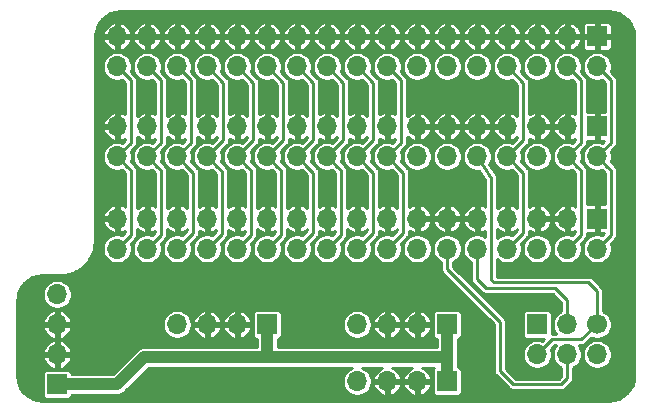
<source format=gbr>
G04 #@! TF.GenerationSoftware,KiCad,Pcbnew,(5.1.9)-1*
G04 #@! TF.CreationDate,2021-02-01T20:53:03+00:00*
G04 #@! TF.ProjectId,Amiga DF0 DF1 Switcher - Design A,416d6967-6120-4444-9630-204446312053,1*
G04 #@! TF.SameCoordinates,Original*
G04 #@! TF.FileFunction,Copper,L1,Top*
G04 #@! TF.FilePolarity,Positive*
%FSLAX46Y46*%
G04 Gerber Fmt 4.6, Leading zero omitted, Abs format (unit mm)*
G04 Created by KiCad (PCBNEW (5.1.9)-1) date 2021-02-01 20:53:03*
%MOMM*%
%LPD*%
G01*
G04 APERTURE LIST*
G04 #@! TA.AperFunction,ComponentPad*
%ADD10O,1.700000X1.700000*%
G04 #@! TD*
G04 #@! TA.AperFunction,ComponentPad*
%ADD11R,1.700000X1.700000*%
G04 #@! TD*
G04 #@! TA.AperFunction,ComponentPad*
%ADD12C,1.700000*%
G04 #@! TD*
G04 #@! TA.AperFunction,Conductor*
%ADD13C,0.250000*%
G04 #@! TD*
G04 #@! TA.AperFunction,Conductor*
%ADD14C,1.000000*%
G04 #@! TD*
G04 #@! TA.AperFunction,Conductor*
%ADD15C,0.254000*%
G04 #@! TD*
G04 #@! TA.AperFunction,Conductor*
%ADD16C,0.100000*%
G04 #@! TD*
G04 APERTURE END LIST*
D10*
X172720000Y-148844000D03*
D11*
X172720000Y-146304000D03*
D10*
X175260000Y-148844000D03*
X175260000Y-146304000D03*
X177800000Y-148844000D03*
D12*
X177800000Y-146304000D03*
D10*
X157480000Y-151130000D03*
X160020000Y-151130000D03*
X162560000Y-151130000D03*
D11*
X165100000Y-151130000D03*
D10*
X132080000Y-143764000D03*
X132080000Y-146304000D03*
X132080000Y-148844000D03*
D11*
X132080000Y-151384000D03*
D10*
X137160000Y-139890500D03*
X137160000Y-137350500D03*
X139700000Y-139890500D03*
X139700000Y-137350500D03*
X142240000Y-139890500D03*
X142240000Y-137350500D03*
X144780000Y-139890500D03*
X144780000Y-137350500D03*
X147320000Y-139890500D03*
X147320000Y-137350500D03*
X149860000Y-139890500D03*
X149860000Y-137350500D03*
X152400000Y-139890500D03*
X152400000Y-137350500D03*
X154940000Y-139890500D03*
X154940000Y-137350500D03*
X157480000Y-139890500D03*
X157480000Y-137350500D03*
X160020000Y-139890500D03*
X160020000Y-137350500D03*
X162560000Y-139890500D03*
X162560000Y-137350500D03*
X165100000Y-139890500D03*
X165100000Y-137350500D03*
X167640000Y-139890500D03*
X167640000Y-137350500D03*
X170180000Y-139890500D03*
X170180000Y-137350500D03*
X172720000Y-139890500D03*
X172720000Y-137350500D03*
X175260000Y-139890500D03*
X175260000Y-137350500D03*
X177800000Y-139890500D03*
D11*
X177800000Y-137350500D03*
X177800000Y-129540000D03*
D10*
X177800000Y-132080000D03*
X175260000Y-129540000D03*
X175260000Y-132080000D03*
X172720000Y-129540000D03*
X172720000Y-132080000D03*
X170180000Y-129540000D03*
X170180000Y-132080000D03*
X167640000Y-129540000D03*
X167640000Y-132080000D03*
X165100000Y-129540000D03*
X165100000Y-132080000D03*
X162560000Y-129540000D03*
X162560000Y-132080000D03*
X160020000Y-129540000D03*
X160020000Y-132080000D03*
X157480000Y-129540000D03*
X157480000Y-132080000D03*
X154940000Y-129540000D03*
X154940000Y-132080000D03*
X152400000Y-129540000D03*
X152400000Y-132080000D03*
X149860000Y-129540000D03*
X149860000Y-132080000D03*
X147320000Y-129540000D03*
X147320000Y-132080000D03*
X144780000Y-129540000D03*
X144780000Y-132080000D03*
X142240000Y-129540000D03*
X142240000Y-132080000D03*
X139700000Y-129540000D03*
X139700000Y-132080000D03*
X137160000Y-129540000D03*
X137160000Y-132080000D03*
D11*
X177800000Y-121920000D03*
D10*
X177800000Y-124460000D03*
X175260000Y-121920000D03*
X175260000Y-124460000D03*
X172720000Y-121920000D03*
X172720000Y-124460000D03*
X170180000Y-121920000D03*
X170180000Y-124460000D03*
X167640000Y-121920000D03*
X167640000Y-124460000D03*
X165100000Y-121920000D03*
X165100000Y-124460000D03*
X162560000Y-121920000D03*
X162560000Y-124460000D03*
X160020000Y-121920000D03*
X160020000Y-124460000D03*
X157480000Y-121920000D03*
X157480000Y-124460000D03*
X154940000Y-121920000D03*
X154940000Y-124460000D03*
X152400000Y-121920000D03*
X152400000Y-124460000D03*
X149860000Y-121920000D03*
X149860000Y-124460000D03*
X147320000Y-121920000D03*
X147320000Y-124460000D03*
X144780000Y-121920000D03*
X144780000Y-124460000D03*
X142240000Y-121920000D03*
X142240000Y-124460000D03*
X139700000Y-121920000D03*
X139700000Y-124460000D03*
X137160000Y-121920000D03*
X137160000Y-124460000D03*
D11*
X165100000Y-146304000D03*
D10*
X162560000Y-146304000D03*
X160020000Y-146304000D03*
X157480000Y-146304000D03*
D11*
X149860000Y-146304000D03*
D10*
X147320000Y-146304000D03*
X144780000Y-146304000D03*
X142240000Y-146304000D03*
D13*
X138009999Y-132929999D02*
X137160000Y-132080000D01*
X138335001Y-133255001D02*
X138009999Y-132929999D01*
X138335001Y-138715499D02*
X138335001Y-133255001D01*
X137160000Y-139890500D02*
X138335001Y-138715499D01*
X138335001Y-130904999D02*
X138335001Y-125635001D01*
X137160000Y-132080000D02*
X138335001Y-130904999D01*
X138335001Y-125635001D02*
X137160000Y-124460000D01*
X140549999Y-132929999D02*
X139700000Y-132080000D01*
X140875001Y-133255001D02*
X140549999Y-132929999D01*
X140875001Y-138715499D02*
X140875001Y-133255001D01*
X139700000Y-139890500D02*
X140875001Y-138715499D01*
X140875001Y-130904999D02*
X140875001Y-125635001D01*
X139700000Y-132080000D02*
X140875001Y-130904999D01*
X140875001Y-125635001D02*
X139700000Y-124460000D01*
X143089999Y-132929999D02*
X142240000Y-132080000D01*
X143604999Y-133444999D02*
X143089999Y-132929999D01*
X143604999Y-138525501D02*
X143604999Y-133444999D01*
X142240000Y-139890500D02*
X143604999Y-138525501D01*
X143415001Y-130904999D02*
X143415001Y-125635001D01*
X142240000Y-132080000D02*
X143415001Y-130904999D01*
X143415001Y-125635001D02*
X142240000Y-124460000D01*
X145629999Y-132929999D02*
X144780000Y-132080000D01*
X146050000Y-133350000D02*
X145629999Y-132929999D01*
X146050000Y-138620500D02*
X146050000Y-133350000D01*
X144780000Y-139890500D02*
X146050000Y-138620500D01*
X146144999Y-125824999D02*
X144780000Y-124460000D01*
X144780000Y-132080000D02*
X146144999Y-130715001D01*
X146144999Y-130715001D02*
X146144999Y-125824999D01*
X148169999Y-132929999D02*
X147320000Y-132080000D01*
X148495001Y-133255001D02*
X148169999Y-132929999D01*
X148495001Y-138715499D02*
X148495001Y-133317999D01*
X147320000Y-139890500D02*
X148495001Y-138715499D01*
X148684999Y-125824999D02*
X147320000Y-124460000D01*
X147320000Y-132080000D02*
X148684999Y-130715001D01*
X148684999Y-130715001D02*
X148684999Y-125824999D01*
X150709999Y-132929999D02*
X149860000Y-132080000D01*
X151035001Y-133255001D02*
X150709999Y-132929999D01*
X151035001Y-138715499D02*
X151035001Y-133317999D01*
X149860000Y-139890500D02*
X151035001Y-138715499D01*
X149860000Y-132080000D02*
X151224999Y-130715001D01*
X151224999Y-125824999D02*
X149860000Y-124460000D01*
X151224999Y-130715001D02*
X151224999Y-125824999D01*
X153249999Y-132929999D02*
X152400000Y-132080000D01*
X153764999Y-133444999D02*
X153249999Y-132929999D01*
X153764999Y-138525501D02*
X153764999Y-133444999D01*
X152400000Y-139890500D02*
X153764999Y-138525501D01*
X153764999Y-125824999D02*
X152400000Y-124460000D01*
X152400000Y-132080000D02*
X153764999Y-130715001D01*
X153764999Y-130715001D02*
X153764999Y-125824999D01*
X155789999Y-132929999D02*
X154940000Y-132080000D01*
X156115001Y-133255001D02*
X155789999Y-132929999D01*
X156115001Y-138715499D02*
X156115001Y-133255001D01*
X154940000Y-139890500D02*
X156115001Y-138715499D01*
X156304999Y-125824999D02*
X154940000Y-124460000D01*
X154940000Y-132080000D02*
X156304999Y-130715001D01*
X156304999Y-130715001D02*
X156304999Y-125824999D01*
X158329999Y-132929999D02*
X157480000Y-132080000D01*
X158844999Y-133444999D02*
X158329999Y-132929999D01*
X158844999Y-138525501D02*
X158844999Y-133444999D01*
X157480000Y-139890500D02*
X158844999Y-138525501D01*
X158844999Y-125824999D02*
X157480000Y-124460000D01*
X157480000Y-132080000D02*
X158844999Y-130715001D01*
X158844999Y-130715001D02*
X158844999Y-125824999D01*
X160869999Y-132929999D02*
X160020000Y-132080000D01*
X161384999Y-133444999D02*
X160869999Y-132929999D01*
X176109999Y-132929999D02*
X175260000Y-132080000D01*
X176435001Y-133255001D02*
X176109999Y-132929999D01*
X176435001Y-138715499D02*
X176435001Y-133255001D01*
X175260000Y-139890500D02*
X176435001Y-138715499D01*
X161384999Y-138525501D02*
X161384999Y-133444999D01*
X160020000Y-139890500D02*
X161384999Y-138525501D01*
X176435001Y-130904999D02*
X176435001Y-125635001D01*
X175260000Y-132080000D02*
X176435001Y-130904999D01*
X175260000Y-124460000D02*
X176435001Y-125635001D01*
X161195001Y-130904999D02*
X161195001Y-125635001D01*
X160020000Y-132080000D02*
X161195001Y-130904999D01*
X161195001Y-125635001D02*
X160020000Y-124460000D01*
X165100000Y-141629000D02*
X169545000Y-146074000D01*
X165100000Y-139890500D02*
X165100000Y-141629000D01*
X175260000Y-150876000D02*
X175260000Y-148844000D01*
X174752000Y-151384000D02*
X175260000Y-150876000D01*
X170688000Y-151384000D02*
X174752000Y-151384000D01*
X169545000Y-146074000D02*
X169545000Y-150241000D01*
X169545000Y-150241000D02*
X170688000Y-151384000D01*
X175260000Y-144272000D02*
X175260000Y-146304000D01*
X174244000Y-143256000D02*
X175260000Y-144272000D01*
X168402000Y-143256000D02*
X174244000Y-143256000D01*
X167640000Y-139890500D02*
X167640000Y-142494000D01*
X167640000Y-142494000D02*
X168402000Y-143256000D01*
X171029999Y-132929999D02*
X170180000Y-132080000D01*
X171544999Y-133444999D02*
X171029999Y-132929999D01*
X171544999Y-138525501D02*
X171544999Y-133444999D01*
X170180000Y-139890500D02*
X171544999Y-138525501D01*
X171544999Y-130715001D02*
X171544999Y-125824999D01*
X170180000Y-132080000D02*
X171544999Y-130715001D01*
X171544999Y-125824999D02*
X170180000Y-124460000D01*
X178649999Y-132929999D02*
X177800000Y-132080000D01*
X178975001Y-133255001D02*
X178649999Y-132929999D01*
X178975001Y-138715499D02*
X178975001Y-133255001D01*
X177800000Y-139890500D02*
X178975001Y-138715499D01*
X178975001Y-130904999D02*
X178975001Y-125635001D01*
X177800000Y-132080000D02*
X178975001Y-130904999D01*
X177800000Y-124460000D02*
X178975001Y-125635001D01*
X176403000Y-147574000D02*
X177800000Y-146304000D01*
X172720000Y-148844000D02*
X173990000Y-147574000D01*
X173990000Y-147574000D02*
X176403000Y-147574000D01*
X168815001Y-133890001D02*
X167640000Y-132080000D01*
X168815001Y-142526001D02*
X168815001Y-133890001D01*
X169037000Y-142748000D02*
X168815001Y-142526001D01*
X177038000Y-142748000D02*
X169037000Y-142748000D01*
X177800000Y-145835736D02*
X177800000Y-143510000D01*
X177800000Y-143510000D02*
X177038000Y-142748000D01*
D14*
X165100000Y-149860000D02*
X165100000Y-146304000D01*
X165100000Y-149860000D02*
X165100000Y-151384000D01*
X139446000Y-149098000D02*
X165100000Y-149098000D01*
X132080000Y-151384000D02*
X137160000Y-151384000D01*
X137160000Y-151384000D02*
X139446000Y-149098000D01*
X149860000Y-149098000D02*
X149860000Y-146304000D01*
D15*
X179230115Y-119828551D02*
X179628462Y-119948819D01*
X179995864Y-120144170D01*
X180318317Y-120407157D01*
X180583553Y-120727773D01*
X180781460Y-121093795D01*
X180904506Y-121491291D01*
X180950000Y-121924137D01*
X180950001Y-150602136D01*
X180907449Y-151036115D01*
X180787181Y-151434464D01*
X180591831Y-151801862D01*
X180328845Y-152124315D01*
X180008226Y-152389554D01*
X179642204Y-152587461D01*
X179244708Y-152710506D01*
X178811863Y-152756000D01*
X130829854Y-152756000D01*
X130395885Y-152713449D01*
X129997536Y-152593181D01*
X129630138Y-152397831D01*
X129307685Y-152134845D01*
X129042446Y-151814226D01*
X128844539Y-151448204D01*
X128721494Y-151050708D01*
X128676000Y-150617863D01*
X128676000Y-150534000D01*
X130847157Y-150534000D01*
X130847157Y-152234000D01*
X130854513Y-152308689D01*
X130876299Y-152380508D01*
X130911678Y-152446696D01*
X130959289Y-152504711D01*
X131017304Y-152552322D01*
X131083492Y-152587701D01*
X131155311Y-152609487D01*
X131230000Y-152616843D01*
X132930000Y-152616843D01*
X133004689Y-152609487D01*
X133076508Y-152587701D01*
X133142696Y-152552322D01*
X133200711Y-152504711D01*
X133248322Y-152446696D01*
X133283701Y-152380508D01*
X133305487Y-152308689D01*
X133309790Y-152265000D01*
X137116730Y-152265000D01*
X137160000Y-152269262D01*
X137203270Y-152265000D01*
X137203273Y-152265000D01*
X137332706Y-152252252D01*
X137498775Y-152201875D01*
X137651825Y-152120068D01*
X137785975Y-152009975D01*
X137813566Y-151976355D01*
X139810922Y-149979000D01*
X149816727Y-149979000D01*
X149860000Y-149983262D01*
X149903273Y-149979000D01*
X157042003Y-149979000D01*
X156896903Y-150039102D01*
X156695283Y-150173820D01*
X156523820Y-150345283D01*
X156389102Y-150546903D01*
X156296307Y-150770931D01*
X156249000Y-151008757D01*
X156249000Y-151251243D01*
X156296307Y-151489069D01*
X156389102Y-151713097D01*
X156523820Y-151914717D01*
X156695283Y-152086180D01*
X156896903Y-152220898D01*
X157120931Y-152313693D01*
X157358757Y-152361000D01*
X157601243Y-152361000D01*
X157839069Y-152313693D01*
X158063097Y-152220898D01*
X158264717Y-152086180D01*
X158436180Y-151914717D01*
X158570898Y-151713097D01*
X158663693Y-151489069D01*
X158672064Y-151446981D01*
X158830505Y-151446981D01*
X158915201Y-151672949D01*
X159042353Y-151878052D01*
X159207076Y-152054408D01*
X159403039Y-152195239D01*
X159622712Y-152295134D01*
X159703020Y-152319489D01*
X159893000Y-152258627D01*
X159893000Y-151257000D01*
X160147000Y-151257000D01*
X160147000Y-152258627D01*
X160336980Y-152319489D01*
X160417288Y-152295134D01*
X160636961Y-152195239D01*
X160832924Y-152054408D01*
X160997647Y-151878052D01*
X161124799Y-151672949D01*
X161209495Y-151446981D01*
X161370505Y-151446981D01*
X161455201Y-151672949D01*
X161582353Y-151878052D01*
X161747076Y-152054408D01*
X161943039Y-152195239D01*
X162162712Y-152295134D01*
X162243020Y-152319489D01*
X162433000Y-152258627D01*
X162433000Y-151257000D01*
X162687000Y-151257000D01*
X162687000Y-152258627D01*
X162876980Y-152319489D01*
X162957288Y-152295134D01*
X163176961Y-152195239D01*
X163372924Y-152054408D01*
X163537647Y-151878052D01*
X163664799Y-151672949D01*
X163749495Y-151446981D01*
X163689187Y-151257000D01*
X162687000Y-151257000D01*
X162433000Y-151257000D01*
X161430813Y-151257000D01*
X161370505Y-151446981D01*
X161209495Y-151446981D01*
X161149187Y-151257000D01*
X160147000Y-151257000D01*
X159893000Y-151257000D01*
X158890813Y-151257000D01*
X158830505Y-151446981D01*
X158672064Y-151446981D01*
X158711000Y-151251243D01*
X158711000Y-151008757D01*
X158663693Y-150770931D01*
X158570898Y-150546903D01*
X158436180Y-150345283D01*
X158264717Y-150173820D01*
X158063097Y-150039102D01*
X157917997Y-149979000D01*
X159591631Y-149979000D01*
X159403039Y-150064761D01*
X159207076Y-150205592D01*
X159042353Y-150381948D01*
X158915201Y-150587051D01*
X158830505Y-150813019D01*
X158890813Y-151003000D01*
X159893000Y-151003000D01*
X159893000Y-150983000D01*
X160147000Y-150983000D01*
X160147000Y-151003000D01*
X161149187Y-151003000D01*
X161209495Y-150813019D01*
X161124799Y-150587051D01*
X160997647Y-150381948D01*
X160832924Y-150205592D01*
X160636961Y-150064761D01*
X160448369Y-149979000D01*
X162131631Y-149979000D01*
X161943039Y-150064761D01*
X161747076Y-150205592D01*
X161582353Y-150381948D01*
X161455201Y-150587051D01*
X161370505Y-150813019D01*
X161430813Y-151003000D01*
X162433000Y-151003000D01*
X162433000Y-150983000D01*
X162687000Y-150983000D01*
X162687000Y-151003000D01*
X163689187Y-151003000D01*
X163749495Y-150813019D01*
X163664799Y-150587051D01*
X163537647Y-150381948D01*
X163372924Y-150205592D01*
X163176961Y-150064761D01*
X162988369Y-149979000D01*
X164016197Y-149979000D01*
X163979289Y-150009289D01*
X163931678Y-150067304D01*
X163896299Y-150133492D01*
X163874513Y-150205311D01*
X163867157Y-150280000D01*
X163867157Y-151980000D01*
X163874513Y-152054689D01*
X163896299Y-152126508D01*
X163931678Y-152192696D01*
X163979289Y-152250711D01*
X164037304Y-152298322D01*
X164103492Y-152333701D01*
X164175311Y-152355487D01*
X164250000Y-152362843D01*
X165950000Y-152362843D01*
X166024689Y-152355487D01*
X166096508Y-152333701D01*
X166162696Y-152298322D01*
X166220711Y-152250711D01*
X166268322Y-152192696D01*
X166303701Y-152126508D01*
X166325487Y-152054689D01*
X166332843Y-151980000D01*
X166332843Y-150280000D01*
X166325487Y-150205311D01*
X166303701Y-150133492D01*
X166268322Y-150067304D01*
X166220711Y-150009289D01*
X166162696Y-149961678D01*
X166096508Y-149926299D01*
X166024689Y-149904513D01*
X165981000Y-149900210D01*
X165981000Y-149141272D01*
X165985262Y-149098000D01*
X165981000Y-149054727D01*
X165981000Y-147533790D01*
X166024689Y-147529487D01*
X166096508Y-147507701D01*
X166162696Y-147472322D01*
X166220711Y-147424711D01*
X166268322Y-147366696D01*
X166303701Y-147300508D01*
X166325487Y-147228689D01*
X166332843Y-147154000D01*
X166332843Y-145454000D01*
X166325487Y-145379311D01*
X166303701Y-145307492D01*
X166268322Y-145241304D01*
X166220711Y-145183289D01*
X166162696Y-145135678D01*
X166096508Y-145100299D01*
X166024689Y-145078513D01*
X165950000Y-145071157D01*
X164250000Y-145071157D01*
X164175311Y-145078513D01*
X164103492Y-145100299D01*
X164037304Y-145135678D01*
X163979289Y-145183289D01*
X163931678Y-145241304D01*
X163896299Y-145307492D01*
X163874513Y-145379311D01*
X163867157Y-145454000D01*
X163867157Y-147154000D01*
X163874513Y-147228689D01*
X163896299Y-147300508D01*
X163931678Y-147366696D01*
X163979289Y-147424711D01*
X164037304Y-147472322D01*
X164103492Y-147507701D01*
X164175311Y-147529487D01*
X164219001Y-147533790D01*
X164219000Y-148217000D01*
X150741000Y-148217000D01*
X150741000Y-147533790D01*
X150784689Y-147529487D01*
X150856508Y-147507701D01*
X150922696Y-147472322D01*
X150980711Y-147424711D01*
X151028322Y-147366696D01*
X151063701Y-147300508D01*
X151085487Y-147228689D01*
X151092843Y-147154000D01*
X151092843Y-146182757D01*
X156249000Y-146182757D01*
X156249000Y-146425243D01*
X156296307Y-146663069D01*
X156389102Y-146887097D01*
X156523820Y-147088717D01*
X156695283Y-147260180D01*
X156896903Y-147394898D01*
X157120931Y-147487693D01*
X157358757Y-147535000D01*
X157601243Y-147535000D01*
X157839069Y-147487693D01*
X158063097Y-147394898D01*
X158264717Y-147260180D01*
X158436180Y-147088717D01*
X158570898Y-146887097D01*
X158663693Y-146663069D01*
X158672064Y-146620981D01*
X158830505Y-146620981D01*
X158915201Y-146846949D01*
X159042353Y-147052052D01*
X159207076Y-147228408D01*
X159403039Y-147369239D01*
X159622712Y-147469134D01*
X159703020Y-147493489D01*
X159893000Y-147432627D01*
X159893000Y-146431000D01*
X160147000Y-146431000D01*
X160147000Y-147432627D01*
X160336980Y-147493489D01*
X160417288Y-147469134D01*
X160636961Y-147369239D01*
X160832924Y-147228408D01*
X160997647Y-147052052D01*
X161124799Y-146846949D01*
X161209495Y-146620981D01*
X161370505Y-146620981D01*
X161455201Y-146846949D01*
X161582353Y-147052052D01*
X161747076Y-147228408D01*
X161943039Y-147369239D01*
X162162712Y-147469134D01*
X162243020Y-147493489D01*
X162433000Y-147432627D01*
X162433000Y-146431000D01*
X162687000Y-146431000D01*
X162687000Y-147432627D01*
X162876980Y-147493489D01*
X162957288Y-147469134D01*
X163176961Y-147369239D01*
X163372924Y-147228408D01*
X163537647Y-147052052D01*
X163664799Y-146846949D01*
X163749495Y-146620981D01*
X163689187Y-146431000D01*
X162687000Y-146431000D01*
X162433000Y-146431000D01*
X161430813Y-146431000D01*
X161370505Y-146620981D01*
X161209495Y-146620981D01*
X161149187Y-146431000D01*
X160147000Y-146431000D01*
X159893000Y-146431000D01*
X158890813Y-146431000D01*
X158830505Y-146620981D01*
X158672064Y-146620981D01*
X158711000Y-146425243D01*
X158711000Y-146182757D01*
X158672065Y-145987019D01*
X158830505Y-145987019D01*
X158890813Y-146177000D01*
X159893000Y-146177000D01*
X159893000Y-145175373D01*
X160147000Y-145175373D01*
X160147000Y-146177000D01*
X161149187Y-146177000D01*
X161209495Y-145987019D01*
X161370505Y-145987019D01*
X161430813Y-146177000D01*
X162433000Y-146177000D01*
X162433000Y-145175373D01*
X162687000Y-145175373D01*
X162687000Y-146177000D01*
X163689187Y-146177000D01*
X163749495Y-145987019D01*
X163664799Y-145761051D01*
X163537647Y-145555948D01*
X163372924Y-145379592D01*
X163176961Y-145238761D01*
X162957288Y-145138866D01*
X162876980Y-145114511D01*
X162687000Y-145175373D01*
X162433000Y-145175373D01*
X162243020Y-145114511D01*
X162162712Y-145138866D01*
X161943039Y-145238761D01*
X161747076Y-145379592D01*
X161582353Y-145555948D01*
X161455201Y-145761051D01*
X161370505Y-145987019D01*
X161209495Y-145987019D01*
X161124799Y-145761051D01*
X160997647Y-145555948D01*
X160832924Y-145379592D01*
X160636961Y-145238761D01*
X160417288Y-145138866D01*
X160336980Y-145114511D01*
X160147000Y-145175373D01*
X159893000Y-145175373D01*
X159703020Y-145114511D01*
X159622712Y-145138866D01*
X159403039Y-145238761D01*
X159207076Y-145379592D01*
X159042353Y-145555948D01*
X158915201Y-145761051D01*
X158830505Y-145987019D01*
X158672065Y-145987019D01*
X158663693Y-145944931D01*
X158570898Y-145720903D01*
X158436180Y-145519283D01*
X158264717Y-145347820D01*
X158063097Y-145213102D01*
X157839069Y-145120307D01*
X157601243Y-145073000D01*
X157358757Y-145073000D01*
X157120931Y-145120307D01*
X156896903Y-145213102D01*
X156695283Y-145347820D01*
X156523820Y-145519283D01*
X156389102Y-145720903D01*
X156296307Y-145944931D01*
X156249000Y-146182757D01*
X151092843Y-146182757D01*
X151092843Y-145454000D01*
X151085487Y-145379311D01*
X151063701Y-145307492D01*
X151028322Y-145241304D01*
X150980711Y-145183289D01*
X150922696Y-145135678D01*
X150856508Y-145100299D01*
X150784689Y-145078513D01*
X150710000Y-145071157D01*
X149010000Y-145071157D01*
X148935311Y-145078513D01*
X148863492Y-145100299D01*
X148797304Y-145135678D01*
X148739289Y-145183289D01*
X148691678Y-145241304D01*
X148656299Y-145307492D01*
X148634513Y-145379311D01*
X148627157Y-145454000D01*
X148627157Y-147154000D01*
X148634513Y-147228689D01*
X148656299Y-147300508D01*
X148691678Y-147366696D01*
X148739289Y-147424711D01*
X148797304Y-147472322D01*
X148863492Y-147507701D01*
X148935311Y-147529487D01*
X148979001Y-147533790D01*
X148979000Y-148217000D01*
X139489269Y-148217000D01*
X139445999Y-148212738D01*
X139402729Y-148217000D01*
X139402727Y-148217000D01*
X139273294Y-148229748D01*
X139107225Y-148280125D01*
X139035981Y-148318206D01*
X138954174Y-148361932D01*
X138886022Y-148417863D01*
X138820025Y-148472025D01*
X138792439Y-148505639D01*
X136795079Y-150503000D01*
X133309790Y-150503000D01*
X133305487Y-150459311D01*
X133283701Y-150387492D01*
X133248322Y-150321304D01*
X133200711Y-150263289D01*
X133142696Y-150215678D01*
X133076508Y-150180299D01*
X133004689Y-150158513D01*
X132930000Y-150151157D01*
X131230000Y-150151157D01*
X131155311Y-150158513D01*
X131083492Y-150180299D01*
X131017304Y-150215678D01*
X130959289Y-150263289D01*
X130911678Y-150321304D01*
X130876299Y-150387492D01*
X130854513Y-150459311D01*
X130847157Y-150534000D01*
X128676000Y-150534000D01*
X128676000Y-149160980D01*
X130890511Y-149160980D01*
X130914866Y-149241288D01*
X131014761Y-149460961D01*
X131155592Y-149656924D01*
X131331948Y-149821647D01*
X131537051Y-149948799D01*
X131763019Y-150033495D01*
X131953000Y-149973187D01*
X131953000Y-148971000D01*
X132207000Y-148971000D01*
X132207000Y-149973187D01*
X132396981Y-150033495D01*
X132622949Y-149948799D01*
X132828052Y-149821647D01*
X133004408Y-149656924D01*
X133145239Y-149460961D01*
X133245134Y-149241288D01*
X133269489Y-149160980D01*
X133208627Y-148971000D01*
X132207000Y-148971000D01*
X131953000Y-148971000D01*
X130951373Y-148971000D01*
X130890511Y-149160980D01*
X128676000Y-149160980D01*
X128676000Y-148527020D01*
X130890511Y-148527020D01*
X130951373Y-148717000D01*
X131953000Y-148717000D01*
X131953000Y-147714813D01*
X132207000Y-147714813D01*
X132207000Y-148717000D01*
X133208627Y-148717000D01*
X133269489Y-148527020D01*
X133245134Y-148446712D01*
X133145239Y-148227039D01*
X133004408Y-148031076D01*
X132828052Y-147866353D01*
X132622949Y-147739201D01*
X132396981Y-147654505D01*
X132207000Y-147714813D01*
X131953000Y-147714813D01*
X131763019Y-147654505D01*
X131537051Y-147739201D01*
X131331948Y-147866353D01*
X131155592Y-148031076D01*
X131014761Y-148227039D01*
X130914866Y-148446712D01*
X130890511Y-148527020D01*
X128676000Y-148527020D01*
X128676000Y-146620980D01*
X130890511Y-146620980D01*
X130914866Y-146701288D01*
X131014761Y-146920961D01*
X131155592Y-147116924D01*
X131331948Y-147281647D01*
X131537051Y-147408799D01*
X131763019Y-147493495D01*
X131953000Y-147433187D01*
X131953000Y-146431000D01*
X132207000Y-146431000D01*
X132207000Y-147433187D01*
X132396981Y-147493495D01*
X132622949Y-147408799D01*
X132828052Y-147281647D01*
X133004408Y-147116924D01*
X133145239Y-146920961D01*
X133245134Y-146701288D01*
X133269489Y-146620980D01*
X133208627Y-146431000D01*
X132207000Y-146431000D01*
X131953000Y-146431000D01*
X130951373Y-146431000D01*
X130890511Y-146620980D01*
X128676000Y-146620980D01*
X128676000Y-146182757D01*
X141009000Y-146182757D01*
X141009000Y-146425243D01*
X141056307Y-146663069D01*
X141149102Y-146887097D01*
X141283820Y-147088717D01*
X141455283Y-147260180D01*
X141656903Y-147394898D01*
X141880931Y-147487693D01*
X142118757Y-147535000D01*
X142361243Y-147535000D01*
X142599069Y-147487693D01*
X142823097Y-147394898D01*
X143024717Y-147260180D01*
X143196180Y-147088717D01*
X143330898Y-146887097D01*
X143423693Y-146663069D01*
X143432064Y-146620981D01*
X143590505Y-146620981D01*
X143675201Y-146846949D01*
X143802353Y-147052052D01*
X143967076Y-147228408D01*
X144163039Y-147369239D01*
X144382712Y-147469134D01*
X144463020Y-147493489D01*
X144653000Y-147432627D01*
X144653000Y-146431000D01*
X144907000Y-146431000D01*
X144907000Y-147432627D01*
X145096980Y-147493489D01*
X145177288Y-147469134D01*
X145396961Y-147369239D01*
X145592924Y-147228408D01*
X145757647Y-147052052D01*
X145884799Y-146846949D01*
X145969495Y-146620981D01*
X146130505Y-146620981D01*
X146215201Y-146846949D01*
X146342353Y-147052052D01*
X146507076Y-147228408D01*
X146703039Y-147369239D01*
X146922712Y-147469134D01*
X147003020Y-147493489D01*
X147193000Y-147432627D01*
X147193000Y-146431000D01*
X147447000Y-146431000D01*
X147447000Y-147432627D01*
X147636980Y-147493489D01*
X147717288Y-147469134D01*
X147936961Y-147369239D01*
X148132924Y-147228408D01*
X148297647Y-147052052D01*
X148424799Y-146846949D01*
X148509495Y-146620981D01*
X148449187Y-146431000D01*
X147447000Y-146431000D01*
X147193000Y-146431000D01*
X146190813Y-146431000D01*
X146130505Y-146620981D01*
X145969495Y-146620981D01*
X145909187Y-146431000D01*
X144907000Y-146431000D01*
X144653000Y-146431000D01*
X143650813Y-146431000D01*
X143590505Y-146620981D01*
X143432064Y-146620981D01*
X143471000Y-146425243D01*
X143471000Y-146182757D01*
X143432065Y-145987019D01*
X143590505Y-145987019D01*
X143650813Y-146177000D01*
X144653000Y-146177000D01*
X144653000Y-145175373D01*
X144907000Y-145175373D01*
X144907000Y-146177000D01*
X145909187Y-146177000D01*
X145969495Y-145987019D01*
X146130505Y-145987019D01*
X146190813Y-146177000D01*
X147193000Y-146177000D01*
X147193000Y-145175373D01*
X147447000Y-145175373D01*
X147447000Y-146177000D01*
X148449187Y-146177000D01*
X148509495Y-145987019D01*
X148424799Y-145761051D01*
X148297647Y-145555948D01*
X148132924Y-145379592D01*
X147936961Y-145238761D01*
X147717288Y-145138866D01*
X147636980Y-145114511D01*
X147447000Y-145175373D01*
X147193000Y-145175373D01*
X147003020Y-145114511D01*
X146922712Y-145138866D01*
X146703039Y-145238761D01*
X146507076Y-145379592D01*
X146342353Y-145555948D01*
X146215201Y-145761051D01*
X146130505Y-145987019D01*
X145969495Y-145987019D01*
X145884799Y-145761051D01*
X145757647Y-145555948D01*
X145592924Y-145379592D01*
X145396961Y-145238761D01*
X145177288Y-145138866D01*
X145096980Y-145114511D01*
X144907000Y-145175373D01*
X144653000Y-145175373D01*
X144463020Y-145114511D01*
X144382712Y-145138866D01*
X144163039Y-145238761D01*
X143967076Y-145379592D01*
X143802353Y-145555948D01*
X143675201Y-145761051D01*
X143590505Y-145987019D01*
X143432065Y-145987019D01*
X143423693Y-145944931D01*
X143330898Y-145720903D01*
X143196180Y-145519283D01*
X143024717Y-145347820D01*
X142823097Y-145213102D01*
X142599069Y-145120307D01*
X142361243Y-145073000D01*
X142118757Y-145073000D01*
X141880931Y-145120307D01*
X141656903Y-145213102D01*
X141455283Y-145347820D01*
X141283820Y-145519283D01*
X141149102Y-145720903D01*
X141056307Y-145944931D01*
X141009000Y-146182757D01*
X128676000Y-146182757D01*
X128676000Y-145987020D01*
X130890511Y-145987020D01*
X130951373Y-146177000D01*
X131953000Y-146177000D01*
X131953000Y-145174813D01*
X132207000Y-145174813D01*
X132207000Y-146177000D01*
X133208627Y-146177000D01*
X133269489Y-145987020D01*
X133245134Y-145906712D01*
X133145239Y-145687039D01*
X133004408Y-145491076D01*
X132828052Y-145326353D01*
X132622949Y-145199201D01*
X132396981Y-145114505D01*
X132207000Y-145174813D01*
X131953000Y-145174813D01*
X131763019Y-145114505D01*
X131537051Y-145199201D01*
X131331948Y-145326353D01*
X131155592Y-145491076D01*
X131014761Y-145687039D01*
X130914866Y-145906712D01*
X130890511Y-145987020D01*
X128676000Y-145987020D01*
X128676000Y-144291854D01*
X128718551Y-143857885D01*
X128783501Y-143642757D01*
X130849000Y-143642757D01*
X130849000Y-143885243D01*
X130896307Y-144123069D01*
X130989102Y-144347097D01*
X131123820Y-144548717D01*
X131295283Y-144720180D01*
X131496903Y-144854898D01*
X131720931Y-144947693D01*
X131958757Y-144995000D01*
X132201243Y-144995000D01*
X132439069Y-144947693D01*
X132663097Y-144854898D01*
X132864717Y-144720180D01*
X133036180Y-144548717D01*
X133170898Y-144347097D01*
X133263693Y-144123069D01*
X133311000Y-143885243D01*
X133311000Y-143642757D01*
X133263693Y-143404931D01*
X133170898Y-143180903D01*
X133036180Y-142979283D01*
X132864717Y-142807820D01*
X132663097Y-142673102D01*
X132439069Y-142580307D01*
X132201243Y-142533000D01*
X131958757Y-142533000D01*
X131720931Y-142580307D01*
X131496903Y-142673102D01*
X131295283Y-142807820D01*
X131123820Y-142979283D01*
X130989102Y-143180903D01*
X130896307Y-143404931D01*
X130849000Y-143642757D01*
X128783501Y-143642757D01*
X128838819Y-143459538D01*
X129034170Y-143092136D01*
X129297157Y-142769683D01*
X129617773Y-142504447D01*
X129983795Y-142306540D01*
X130381291Y-142183494D01*
X130814137Y-142138000D01*
X132353941Y-142138000D01*
X132372661Y-142136156D01*
X132388528Y-142136267D01*
X132394171Y-142135714D01*
X132887177Y-142083897D01*
X132923256Y-142076491D01*
X132959368Y-142069602D01*
X132964796Y-142067964D01*
X133438348Y-141921375D01*
X133472308Y-141907100D01*
X133506388Y-141893330D01*
X133511394Y-141890669D01*
X133947454Y-141654892D01*
X133977972Y-141634307D01*
X134008750Y-141614166D01*
X134013144Y-141610584D01*
X134395104Y-141294600D01*
X134421074Y-141268448D01*
X134447323Y-141242743D01*
X134450932Y-141238381D01*
X134450937Y-141238376D01*
X134450941Y-141238371D01*
X134764248Y-140854219D01*
X134784629Y-140823543D01*
X134805400Y-140793207D01*
X134808097Y-140788220D01*
X135040824Y-140350525D01*
X135054858Y-140316476D01*
X135069342Y-140282681D01*
X135071019Y-140277266D01*
X135214298Y-139802701D01*
X135221457Y-139766546D01*
X135229095Y-139730612D01*
X135229687Y-139724983D01*
X135229689Y-139724973D01*
X135229689Y-139724964D01*
X135278062Y-139231619D01*
X135278062Y-139231618D01*
X135280000Y-139211941D01*
X135280000Y-137667481D01*
X135970505Y-137667481D01*
X136055201Y-137893449D01*
X136182353Y-138098552D01*
X136347076Y-138274908D01*
X136543039Y-138415739D01*
X136762712Y-138515634D01*
X136843020Y-138539989D01*
X137033000Y-138479127D01*
X137033000Y-137477500D01*
X136030813Y-137477500D01*
X135970505Y-137667481D01*
X135280000Y-137667481D01*
X135280000Y-137033519D01*
X135970505Y-137033519D01*
X136030813Y-137223500D01*
X137033000Y-137223500D01*
X137033000Y-136221873D01*
X136843020Y-136161011D01*
X136762712Y-136185366D01*
X136543039Y-136285261D01*
X136347076Y-136426092D01*
X136182353Y-136602448D01*
X136055201Y-136807551D01*
X135970505Y-137033519D01*
X135280000Y-137033519D01*
X135280000Y-129856981D01*
X135970505Y-129856981D01*
X136055201Y-130082949D01*
X136182353Y-130288052D01*
X136347076Y-130464408D01*
X136543039Y-130605239D01*
X136762712Y-130705134D01*
X136843020Y-130729489D01*
X137033000Y-130668627D01*
X137033000Y-129667000D01*
X136030813Y-129667000D01*
X135970505Y-129856981D01*
X135280000Y-129856981D01*
X135280000Y-129223019D01*
X135970505Y-129223019D01*
X136030813Y-129413000D01*
X137033000Y-129413000D01*
X137033000Y-128411373D01*
X136843020Y-128350511D01*
X136762712Y-128374866D01*
X136543039Y-128474761D01*
X136347076Y-128615592D01*
X136182353Y-128791948D01*
X136055201Y-128997051D01*
X135970505Y-129223019D01*
X135280000Y-129223019D01*
X135280000Y-124338757D01*
X135929000Y-124338757D01*
X135929000Y-124581243D01*
X135976307Y-124819069D01*
X136069102Y-125043097D01*
X136203820Y-125244717D01*
X136375283Y-125416180D01*
X136576903Y-125550898D01*
X136800931Y-125643693D01*
X137038757Y-125691000D01*
X137281243Y-125691000D01*
X137519069Y-125643693D01*
X137596167Y-125611758D01*
X137829002Y-125844594D01*
X137829001Y-128512160D01*
X137776961Y-128474761D01*
X137557288Y-128374866D01*
X137476980Y-128350511D01*
X137287000Y-128411373D01*
X137287000Y-129413000D01*
X137307000Y-129413000D01*
X137307000Y-129667000D01*
X137287000Y-129667000D01*
X137287000Y-130668627D01*
X137476980Y-130729489D01*
X137557288Y-130705134D01*
X137776961Y-130605239D01*
X137829001Y-130567840D01*
X137829001Y-130695407D01*
X137596167Y-130928242D01*
X137519069Y-130896307D01*
X137281243Y-130849000D01*
X137038757Y-130849000D01*
X136800931Y-130896307D01*
X136576903Y-130989102D01*
X136375283Y-131123820D01*
X136203820Y-131295283D01*
X136069102Y-131496903D01*
X135976307Y-131720931D01*
X135929000Y-131958757D01*
X135929000Y-132201243D01*
X135976307Y-132439069D01*
X136069102Y-132663097D01*
X136203820Y-132864717D01*
X136375283Y-133036180D01*
X136576903Y-133170898D01*
X136800931Y-133263693D01*
X137038757Y-133311000D01*
X137281243Y-133311000D01*
X137519069Y-133263693D01*
X137596166Y-133231758D01*
X137669777Y-133305369D01*
X137669783Y-133305374D01*
X137829002Y-133464593D01*
X137829001Y-136322660D01*
X137776961Y-136285261D01*
X137557288Y-136185366D01*
X137476980Y-136161011D01*
X137287000Y-136221873D01*
X137287000Y-137223500D01*
X137307000Y-137223500D01*
X137307000Y-137477500D01*
X137287000Y-137477500D01*
X137287000Y-138479127D01*
X137476980Y-138539989D01*
X137557288Y-138515634D01*
X137776961Y-138415739D01*
X137829001Y-138378340D01*
X137829001Y-138505907D01*
X137596167Y-138738742D01*
X137519069Y-138706807D01*
X137281243Y-138659500D01*
X137038757Y-138659500D01*
X136800931Y-138706807D01*
X136576903Y-138799602D01*
X136375283Y-138934320D01*
X136203820Y-139105783D01*
X136069102Y-139307403D01*
X135976307Y-139531431D01*
X135929000Y-139769257D01*
X135929000Y-140011743D01*
X135976307Y-140249569D01*
X136069102Y-140473597D01*
X136203820Y-140675217D01*
X136375283Y-140846680D01*
X136576903Y-140981398D01*
X136800931Y-141074193D01*
X137038757Y-141121500D01*
X137281243Y-141121500D01*
X137519069Y-141074193D01*
X137743097Y-140981398D01*
X137944717Y-140846680D01*
X138116180Y-140675217D01*
X138250898Y-140473597D01*
X138343693Y-140249569D01*
X138391000Y-140011743D01*
X138391000Y-139769257D01*
X138343693Y-139531431D01*
X138311758Y-139454333D01*
X138675221Y-139090871D01*
X138694528Y-139075026D01*
X138757760Y-138997978D01*
X138804746Y-138910074D01*
X138833679Y-138814692D01*
X138841001Y-138740353D01*
X138841001Y-138740346D01*
X138843448Y-138715500D01*
X138841001Y-138690654D01*
X138841001Y-138225579D01*
X138887076Y-138274908D01*
X139083039Y-138415739D01*
X139302712Y-138515634D01*
X139383020Y-138539989D01*
X139573000Y-138479127D01*
X139573000Y-137477500D01*
X139553000Y-137477500D01*
X139553000Y-137223500D01*
X139573000Y-137223500D01*
X139573000Y-136221873D01*
X139383020Y-136161011D01*
X139302712Y-136185366D01*
X139083039Y-136285261D01*
X138887076Y-136426092D01*
X138841001Y-136475421D01*
X138841001Y-133279846D01*
X138843448Y-133255000D01*
X138841001Y-133230154D01*
X138841001Y-133230147D01*
X138833679Y-133155808D01*
X138804746Y-133060426D01*
X138757760Y-132972522D01*
X138694528Y-132895474D01*
X138675216Y-132879625D01*
X138385374Y-132589783D01*
X138385369Y-132589777D01*
X138311758Y-132516166D01*
X138343693Y-132439069D01*
X138391000Y-132201243D01*
X138391000Y-131958757D01*
X138343693Y-131720931D01*
X138311758Y-131643833D01*
X138675221Y-131280371D01*
X138694528Y-131264526D01*
X138757760Y-131187478D01*
X138804746Y-131099574D01*
X138833679Y-131004192D01*
X138841001Y-130929853D01*
X138841001Y-130929846D01*
X138843448Y-130905000D01*
X138841001Y-130880154D01*
X138841001Y-130415079D01*
X138887076Y-130464408D01*
X139083039Y-130605239D01*
X139302712Y-130705134D01*
X139383020Y-130729489D01*
X139573000Y-130668627D01*
X139573000Y-129667000D01*
X139553000Y-129667000D01*
X139553000Y-129413000D01*
X139573000Y-129413000D01*
X139573000Y-128411373D01*
X139383020Y-128350511D01*
X139302712Y-128374866D01*
X139083039Y-128474761D01*
X138887076Y-128615592D01*
X138841001Y-128664921D01*
X138841001Y-125659846D01*
X138843448Y-125635000D01*
X138841001Y-125610154D01*
X138841001Y-125610147D01*
X138833679Y-125535808D01*
X138804746Y-125440426D01*
X138757760Y-125352522D01*
X138694528Y-125275474D01*
X138675221Y-125259629D01*
X138311758Y-124896167D01*
X138343693Y-124819069D01*
X138391000Y-124581243D01*
X138391000Y-124338757D01*
X138469000Y-124338757D01*
X138469000Y-124581243D01*
X138516307Y-124819069D01*
X138609102Y-125043097D01*
X138743820Y-125244717D01*
X138915283Y-125416180D01*
X139116903Y-125550898D01*
X139340931Y-125643693D01*
X139578757Y-125691000D01*
X139821243Y-125691000D01*
X140059069Y-125643693D01*
X140136167Y-125611758D01*
X140369002Y-125844594D01*
X140369001Y-128512160D01*
X140316961Y-128474761D01*
X140097288Y-128374866D01*
X140016980Y-128350511D01*
X139827000Y-128411373D01*
X139827000Y-129413000D01*
X139847000Y-129413000D01*
X139847000Y-129667000D01*
X139827000Y-129667000D01*
X139827000Y-130668627D01*
X140016980Y-130729489D01*
X140097288Y-130705134D01*
X140316961Y-130605239D01*
X140369001Y-130567840D01*
X140369001Y-130695407D01*
X140136167Y-130928242D01*
X140059069Y-130896307D01*
X139821243Y-130849000D01*
X139578757Y-130849000D01*
X139340931Y-130896307D01*
X139116903Y-130989102D01*
X138915283Y-131123820D01*
X138743820Y-131295283D01*
X138609102Y-131496903D01*
X138516307Y-131720931D01*
X138469000Y-131958757D01*
X138469000Y-132201243D01*
X138516307Y-132439069D01*
X138609102Y-132663097D01*
X138743820Y-132864717D01*
X138915283Y-133036180D01*
X139116903Y-133170898D01*
X139340931Y-133263693D01*
X139578757Y-133311000D01*
X139821243Y-133311000D01*
X140059069Y-133263693D01*
X140136166Y-133231758D01*
X140209777Y-133305369D01*
X140209783Y-133305374D01*
X140369002Y-133464593D01*
X140369001Y-136322660D01*
X140316961Y-136285261D01*
X140097288Y-136185366D01*
X140016980Y-136161011D01*
X139827000Y-136221873D01*
X139827000Y-137223500D01*
X139847000Y-137223500D01*
X139847000Y-137477500D01*
X139827000Y-137477500D01*
X139827000Y-138479127D01*
X140016980Y-138539989D01*
X140097288Y-138515634D01*
X140316961Y-138415739D01*
X140369001Y-138378340D01*
X140369001Y-138505907D01*
X140136167Y-138738742D01*
X140059069Y-138706807D01*
X139821243Y-138659500D01*
X139578757Y-138659500D01*
X139340931Y-138706807D01*
X139116903Y-138799602D01*
X138915283Y-138934320D01*
X138743820Y-139105783D01*
X138609102Y-139307403D01*
X138516307Y-139531431D01*
X138469000Y-139769257D01*
X138469000Y-140011743D01*
X138516307Y-140249569D01*
X138609102Y-140473597D01*
X138743820Y-140675217D01*
X138915283Y-140846680D01*
X139116903Y-140981398D01*
X139340931Y-141074193D01*
X139578757Y-141121500D01*
X139821243Y-141121500D01*
X140059069Y-141074193D01*
X140283097Y-140981398D01*
X140484717Y-140846680D01*
X140656180Y-140675217D01*
X140790898Y-140473597D01*
X140883693Y-140249569D01*
X140931000Y-140011743D01*
X140931000Y-139769257D01*
X140883693Y-139531431D01*
X140851758Y-139454333D01*
X141215221Y-139090871D01*
X141234528Y-139075026D01*
X141297760Y-138997978D01*
X141344746Y-138910074D01*
X141373679Y-138814692D01*
X141381001Y-138740353D01*
X141381001Y-138740346D01*
X141383448Y-138715500D01*
X141381001Y-138690654D01*
X141381001Y-138225579D01*
X141427076Y-138274908D01*
X141623039Y-138415739D01*
X141842712Y-138515634D01*
X141923020Y-138539989D01*
X142113000Y-138479127D01*
X142113000Y-137477500D01*
X142093000Y-137477500D01*
X142093000Y-137223500D01*
X142113000Y-137223500D01*
X142113000Y-136221873D01*
X141923020Y-136161011D01*
X141842712Y-136185366D01*
X141623039Y-136285261D01*
X141427076Y-136426092D01*
X141381001Y-136475421D01*
X141381001Y-133279846D01*
X141383448Y-133255000D01*
X141381001Y-133230154D01*
X141381001Y-133230147D01*
X141373679Y-133155808D01*
X141344746Y-133060426D01*
X141297760Y-132972522D01*
X141234528Y-132895474D01*
X141215216Y-132879625D01*
X140925374Y-132589783D01*
X140925369Y-132589777D01*
X140851758Y-132516166D01*
X140883693Y-132439069D01*
X140931000Y-132201243D01*
X140931000Y-131958757D01*
X140883693Y-131720931D01*
X140851758Y-131643833D01*
X141215221Y-131280371D01*
X141234528Y-131264526D01*
X141297760Y-131187478D01*
X141344746Y-131099574D01*
X141373679Y-131004192D01*
X141381001Y-130929853D01*
X141381001Y-130929846D01*
X141383448Y-130905000D01*
X141381001Y-130880154D01*
X141381001Y-130415079D01*
X141427076Y-130464408D01*
X141623039Y-130605239D01*
X141842712Y-130705134D01*
X141923020Y-130729489D01*
X142113000Y-130668627D01*
X142113000Y-129667000D01*
X142093000Y-129667000D01*
X142093000Y-129413000D01*
X142113000Y-129413000D01*
X142113000Y-128411373D01*
X141923020Y-128350511D01*
X141842712Y-128374866D01*
X141623039Y-128474761D01*
X141427076Y-128615592D01*
X141381001Y-128664921D01*
X141381001Y-125659846D01*
X141383448Y-125635000D01*
X141381001Y-125610154D01*
X141381001Y-125610147D01*
X141373679Y-125535808D01*
X141344746Y-125440426D01*
X141297760Y-125352522D01*
X141234528Y-125275474D01*
X141215221Y-125259629D01*
X140851758Y-124896167D01*
X140883693Y-124819069D01*
X140931000Y-124581243D01*
X140931000Y-124338757D01*
X141009000Y-124338757D01*
X141009000Y-124581243D01*
X141056307Y-124819069D01*
X141149102Y-125043097D01*
X141283820Y-125244717D01*
X141455283Y-125416180D01*
X141656903Y-125550898D01*
X141880931Y-125643693D01*
X142118757Y-125691000D01*
X142361243Y-125691000D01*
X142599069Y-125643693D01*
X142676167Y-125611758D01*
X142909002Y-125844594D01*
X142909001Y-128512160D01*
X142856961Y-128474761D01*
X142637288Y-128374866D01*
X142556980Y-128350511D01*
X142367000Y-128411373D01*
X142367000Y-129413000D01*
X142387000Y-129413000D01*
X142387000Y-129667000D01*
X142367000Y-129667000D01*
X142367000Y-130668627D01*
X142556980Y-130729489D01*
X142637288Y-130705134D01*
X142856961Y-130605239D01*
X142909001Y-130567840D01*
X142909001Y-130695407D01*
X142676167Y-130928242D01*
X142599069Y-130896307D01*
X142361243Y-130849000D01*
X142118757Y-130849000D01*
X141880931Y-130896307D01*
X141656903Y-130989102D01*
X141455283Y-131123820D01*
X141283820Y-131295283D01*
X141149102Y-131496903D01*
X141056307Y-131720931D01*
X141009000Y-131958757D01*
X141009000Y-132201243D01*
X141056307Y-132439069D01*
X141149102Y-132663097D01*
X141283820Y-132864717D01*
X141455283Y-133036180D01*
X141656903Y-133170898D01*
X141880931Y-133263693D01*
X142118757Y-133311000D01*
X142361243Y-133311000D01*
X142599069Y-133263693D01*
X142676166Y-133231758D01*
X142749777Y-133305369D01*
X142749782Y-133305373D01*
X143099000Y-133654592D01*
X143098999Y-136475421D01*
X143052924Y-136426092D01*
X142856961Y-136285261D01*
X142637288Y-136185366D01*
X142556980Y-136161011D01*
X142367000Y-136221873D01*
X142367000Y-137223500D01*
X142387000Y-137223500D01*
X142387000Y-137477500D01*
X142367000Y-137477500D01*
X142367000Y-138479127D01*
X142556980Y-138539989D01*
X142637288Y-138515634D01*
X142856961Y-138415739D01*
X143052924Y-138274908D01*
X143098999Y-138225579D01*
X143098999Y-138315909D01*
X142676167Y-138738742D01*
X142599069Y-138706807D01*
X142361243Y-138659500D01*
X142118757Y-138659500D01*
X141880931Y-138706807D01*
X141656903Y-138799602D01*
X141455283Y-138934320D01*
X141283820Y-139105783D01*
X141149102Y-139307403D01*
X141056307Y-139531431D01*
X141009000Y-139769257D01*
X141009000Y-140011743D01*
X141056307Y-140249569D01*
X141149102Y-140473597D01*
X141283820Y-140675217D01*
X141455283Y-140846680D01*
X141656903Y-140981398D01*
X141880931Y-141074193D01*
X142118757Y-141121500D01*
X142361243Y-141121500D01*
X142599069Y-141074193D01*
X142823097Y-140981398D01*
X143024717Y-140846680D01*
X143196180Y-140675217D01*
X143330898Y-140473597D01*
X143423693Y-140249569D01*
X143471000Y-140011743D01*
X143471000Y-139769257D01*
X143423693Y-139531431D01*
X143391758Y-139454333D01*
X143945219Y-138900873D01*
X143964526Y-138885028D01*
X144027758Y-138807980D01*
X144074744Y-138720076D01*
X144097410Y-138645354D01*
X144103677Y-138624695D01*
X144110620Y-138554201D01*
X144110999Y-138550355D01*
X144110999Y-138550348D01*
X144113446Y-138525502D01*
X144110999Y-138500656D01*
X144110999Y-138378340D01*
X144163039Y-138415739D01*
X144382712Y-138515634D01*
X144463020Y-138539989D01*
X144653000Y-138479127D01*
X144653000Y-137477500D01*
X144633000Y-137477500D01*
X144633000Y-137223500D01*
X144653000Y-137223500D01*
X144653000Y-136221873D01*
X144463020Y-136161011D01*
X144382712Y-136185366D01*
X144163039Y-136285261D01*
X144110999Y-136322660D01*
X144110999Y-133469845D01*
X144113446Y-133444999D01*
X144110999Y-133420153D01*
X144110999Y-133420145D01*
X144103677Y-133345806D01*
X144074744Y-133250424D01*
X144027758Y-133162520D01*
X143964526Y-133085472D01*
X143945219Y-133069627D01*
X143465373Y-132589782D01*
X143465369Y-132589777D01*
X143391758Y-132516166D01*
X143423693Y-132439069D01*
X143471000Y-132201243D01*
X143471000Y-131958757D01*
X143423693Y-131720931D01*
X143391758Y-131643833D01*
X143755221Y-131280371D01*
X143774528Y-131264526D01*
X143837760Y-131187478D01*
X143884746Y-131099574D01*
X143913679Y-131004192D01*
X143921001Y-130929853D01*
X143921001Y-130929846D01*
X143923448Y-130905000D01*
X143921001Y-130880154D01*
X143921001Y-130415079D01*
X143967076Y-130464408D01*
X144163039Y-130605239D01*
X144382712Y-130705134D01*
X144463020Y-130729489D01*
X144653000Y-130668627D01*
X144653000Y-129667000D01*
X144633000Y-129667000D01*
X144633000Y-129413000D01*
X144653000Y-129413000D01*
X144653000Y-128411373D01*
X144463020Y-128350511D01*
X144382712Y-128374866D01*
X144163039Y-128474761D01*
X143967076Y-128615592D01*
X143921001Y-128664921D01*
X143921001Y-125659846D01*
X143923448Y-125635000D01*
X143921001Y-125610154D01*
X143921001Y-125610147D01*
X143913679Y-125535808D01*
X143884746Y-125440426D01*
X143837760Y-125352522D01*
X143774528Y-125275474D01*
X143755221Y-125259629D01*
X143391758Y-124896167D01*
X143423693Y-124819069D01*
X143471000Y-124581243D01*
X143471000Y-124338757D01*
X143549000Y-124338757D01*
X143549000Y-124581243D01*
X143596307Y-124819069D01*
X143689102Y-125043097D01*
X143823820Y-125244717D01*
X143995283Y-125416180D01*
X144196903Y-125550898D01*
X144420931Y-125643693D01*
X144658757Y-125691000D01*
X144901243Y-125691000D01*
X145139069Y-125643693D01*
X145216167Y-125611758D01*
X145639000Y-126034592D01*
X145638999Y-128664921D01*
X145592924Y-128615592D01*
X145396961Y-128474761D01*
X145177288Y-128374866D01*
X145096980Y-128350511D01*
X144907000Y-128411373D01*
X144907000Y-129413000D01*
X144927000Y-129413000D01*
X144927000Y-129667000D01*
X144907000Y-129667000D01*
X144907000Y-130668627D01*
X145096980Y-130729489D01*
X145177288Y-130705134D01*
X145396961Y-130605239D01*
X145592924Y-130464408D01*
X145638999Y-130415079D01*
X145638999Y-130505409D01*
X145216167Y-130928242D01*
X145139069Y-130896307D01*
X144901243Y-130849000D01*
X144658757Y-130849000D01*
X144420931Y-130896307D01*
X144196903Y-130989102D01*
X143995283Y-131123820D01*
X143823820Y-131295283D01*
X143689102Y-131496903D01*
X143596307Y-131720931D01*
X143549000Y-131958757D01*
X143549000Y-132201243D01*
X143596307Y-132439069D01*
X143689102Y-132663097D01*
X143823820Y-132864717D01*
X143995283Y-133036180D01*
X144196903Y-133170898D01*
X144420931Y-133263693D01*
X144658757Y-133311000D01*
X144901243Y-133311000D01*
X145139069Y-133263693D01*
X145216166Y-133231758D01*
X145289777Y-133305369D01*
X145289782Y-133305373D01*
X145544001Y-133559593D01*
X145544000Y-136390933D01*
X145396961Y-136285261D01*
X145177288Y-136185366D01*
X145096980Y-136161011D01*
X144907000Y-136221873D01*
X144907000Y-137223500D01*
X144927000Y-137223500D01*
X144927000Y-137477500D01*
X144907000Y-137477500D01*
X144907000Y-138479127D01*
X145096980Y-138539989D01*
X145177288Y-138515634D01*
X145396961Y-138415739D01*
X145544000Y-138310068D01*
X145544000Y-138410908D01*
X145216167Y-138738742D01*
X145139069Y-138706807D01*
X144901243Y-138659500D01*
X144658757Y-138659500D01*
X144420931Y-138706807D01*
X144196903Y-138799602D01*
X143995283Y-138934320D01*
X143823820Y-139105783D01*
X143689102Y-139307403D01*
X143596307Y-139531431D01*
X143549000Y-139769257D01*
X143549000Y-140011743D01*
X143596307Y-140249569D01*
X143689102Y-140473597D01*
X143823820Y-140675217D01*
X143995283Y-140846680D01*
X144196903Y-140981398D01*
X144420931Y-141074193D01*
X144658757Y-141121500D01*
X144901243Y-141121500D01*
X145139069Y-141074193D01*
X145363097Y-140981398D01*
X145564717Y-140846680D01*
X145736180Y-140675217D01*
X145870898Y-140473597D01*
X145963693Y-140249569D01*
X146011000Y-140011743D01*
X146011000Y-139769257D01*
X145963693Y-139531431D01*
X145931758Y-139454333D01*
X146390220Y-138995872D01*
X146409527Y-138980027D01*
X146472759Y-138902979D01*
X146519745Y-138815075D01*
X146542411Y-138740353D01*
X146548678Y-138719694D01*
X146549947Y-138706807D01*
X146556000Y-138645354D01*
X146556000Y-138645347D01*
X146558447Y-138620501D01*
X146556000Y-138595655D01*
X146556000Y-138310068D01*
X146703039Y-138415739D01*
X146922712Y-138515634D01*
X147003020Y-138539989D01*
X147193000Y-138479127D01*
X147193000Y-137477500D01*
X147173000Y-137477500D01*
X147173000Y-137223500D01*
X147193000Y-137223500D01*
X147193000Y-136221873D01*
X147003020Y-136161011D01*
X146922712Y-136185366D01*
X146703039Y-136285261D01*
X146556000Y-136390932D01*
X146556000Y-133374845D01*
X146558447Y-133349999D01*
X146556000Y-133325153D01*
X146556000Y-133325146D01*
X146548678Y-133250807D01*
X146519745Y-133155425D01*
X146472759Y-133067521D01*
X146409527Y-132990473D01*
X146390220Y-132974628D01*
X146005373Y-132589782D01*
X146005369Y-132589777D01*
X145931758Y-132516166D01*
X145963693Y-132439069D01*
X146011000Y-132201243D01*
X146011000Y-131958757D01*
X145963693Y-131720931D01*
X145931758Y-131643833D01*
X146485219Y-131090373D01*
X146504526Y-131074528D01*
X146567758Y-130997480D01*
X146614744Y-130909576D01*
X146643677Y-130814194D01*
X146650999Y-130739855D01*
X146650999Y-130739848D01*
X146653446Y-130715002D01*
X146650999Y-130690156D01*
X146650999Y-130567840D01*
X146703039Y-130605239D01*
X146922712Y-130705134D01*
X147003020Y-130729489D01*
X147193000Y-130668627D01*
X147193000Y-129667000D01*
X147173000Y-129667000D01*
X147173000Y-129413000D01*
X147193000Y-129413000D01*
X147193000Y-128411373D01*
X147003020Y-128350511D01*
X146922712Y-128374866D01*
X146703039Y-128474761D01*
X146650999Y-128512160D01*
X146650999Y-125849844D01*
X146653446Y-125824998D01*
X146650999Y-125800152D01*
X146650999Y-125800145D01*
X146643677Y-125725806D01*
X146614744Y-125630424D01*
X146567758Y-125542520D01*
X146504526Y-125465472D01*
X146485219Y-125449627D01*
X145931758Y-124896167D01*
X145963693Y-124819069D01*
X146011000Y-124581243D01*
X146011000Y-124338757D01*
X146089000Y-124338757D01*
X146089000Y-124581243D01*
X146136307Y-124819069D01*
X146229102Y-125043097D01*
X146363820Y-125244717D01*
X146535283Y-125416180D01*
X146736903Y-125550898D01*
X146960931Y-125643693D01*
X147198757Y-125691000D01*
X147441243Y-125691000D01*
X147679069Y-125643693D01*
X147756167Y-125611758D01*
X148179000Y-126034592D01*
X148178999Y-128664921D01*
X148132924Y-128615592D01*
X147936961Y-128474761D01*
X147717288Y-128374866D01*
X147636980Y-128350511D01*
X147447000Y-128411373D01*
X147447000Y-129413000D01*
X147467000Y-129413000D01*
X147467000Y-129667000D01*
X147447000Y-129667000D01*
X147447000Y-130668627D01*
X147636980Y-130729489D01*
X147717288Y-130705134D01*
X147936961Y-130605239D01*
X148132924Y-130464408D01*
X148178999Y-130415079D01*
X148178999Y-130505409D01*
X147756167Y-130928242D01*
X147679069Y-130896307D01*
X147441243Y-130849000D01*
X147198757Y-130849000D01*
X146960931Y-130896307D01*
X146736903Y-130989102D01*
X146535283Y-131123820D01*
X146363820Y-131295283D01*
X146229102Y-131496903D01*
X146136307Y-131720931D01*
X146089000Y-131958757D01*
X146089000Y-132201243D01*
X146136307Y-132439069D01*
X146229102Y-132663097D01*
X146363820Y-132864717D01*
X146535283Y-133036180D01*
X146736903Y-133170898D01*
X146960931Y-133263693D01*
X147198757Y-133311000D01*
X147441243Y-133311000D01*
X147679069Y-133263693D01*
X147756166Y-133231758D01*
X147829777Y-133305369D01*
X147829783Y-133305374D01*
X147989002Y-133464593D01*
X147989001Y-136322660D01*
X147936961Y-136285261D01*
X147717288Y-136185366D01*
X147636980Y-136161011D01*
X147447000Y-136221873D01*
X147447000Y-137223500D01*
X147467000Y-137223500D01*
X147467000Y-137477500D01*
X147447000Y-137477500D01*
X147447000Y-138479127D01*
X147636980Y-138539989D01*
X147717288Y-138515634D01*
X147936961Y-138415739D01*
X147989001Y-138378340D01*
X147989001Y-138505907D01*
X147756167Y-138738742D01*
X147679069Y-138706807D01*
X147441243Y-138659500D01*
X147198757Y-138659500D01*
X146960931Y-138706807D01*
X146736903Y-138799602D01*
X146535283Y-138934320D01*
X146363820Y-139105783D01*
X146229102Y-139307403D01*
X146136307Y-139531431D01*
X146089000Y-139769257D01*
X146089000Y-140011743D01*
X146136307Y-140249569D01*
X146229102Y-140473597D01*
X146363820Y-140675217D01*
X146535283Y-140846680D01*
X146736903Y-140981398D01*
X146960931Y-141074193D01*
X147198757Y-141121500D01*
X147441243Y-141121500D01*
X147679069Y-141074193D01*
X147903097Y-140981398D01*
X148104717Y-140846680D01*
X148276180Y-140675217D01*
X148410898Y-140473597D01*
X148503693Y-140249569D01*
X148551000Y-140011743D01*
X148551000Y-139769257D01*
X148503693Y-139531431D01*
X148471758Y-139454333D01*
X148835221Y-139090871D01*
X148854528Y-139075026D01*
X148917760Y-138997978D01*
X148964746Y-138910074D01*
X148993679Y-138814692D01*
X149001001Y-138740353D01*
X149001001Y-138740346D01*
X149003448Y-138715500D01*
X149001001Y-138690654D01*
X149001001Y-138225579D01*
X149047076Y-138274908D01*
X149243039Y-138415739D01*
X149462712Y-138515634D01*
X149543020Y-138539989D01*
X149733000Y-138479127D01*
X149733000Y-137477500D01*
X149713000Y-137477500D01*
X149713000Y-137223500D01*
X149733000Y-137223500D01*
X149733000Y-136221873D01*
X149543020Y-136161011D01*
X149462712Y-136185366D01*
X149243039Y-136285261D01*
X149047076Y-136426092D01*
X149001001Y-136475421D01*
X149001001Y-133293145D01*
X149000346Y-133286496D01*
X149003448Y-133255000D01*
X148993679Y-133155807D01*
X148964746Y-133060426D01*
X148917759Y-132972522D01*
X148870371Y-132914780D01*
X148545374Y-132589783D01*
X148545369Y-132589777D01*
X148471758Y-132516166D01*
X148503693Y-132439069D01*
X148551000Y-132201243D01*
X148551000Y-131958757D01*
X148503693Y-131720931D01*
X148471758Y-131643833D01*
X149025219Y-131090373D01*
X149044526Y-131074528D01*
X149107758Y-130997480D01*
X149154744Y-130909576D01*
X149183677Y-130814194D01*
X149190999Y-130739855D01*
X149190999Y-130739848D01*
X149193446Y-130715002D01*
X149190999Y-130690156D01*
X149190999Y-130567840D01*
X149243039Y-130605239D01*
X149462712Y-130705134D01*
X149543020Y-130729489D01*
X149733000Y-130668627D01*
X149733000Y-129667000D01*
X149713000Y-129667000D01*
X149713000Y-129413000D01*
X149733000Y-129413000D01*
X149733000Y-128411373D01*
X149543020Y-128350511D01*
X149462712Y-128374866D01*
X149243039Y-128474761D01*
X149190999Y-128512160D01*
X149190999Y-125849844D01*
X149193446Y-125824998D01*
X149190999Y-125800152D01*
X149190999Y-125800145D01*
X149183677Y-125725806D01*
X149154744Y-125630424D01*
X149107758Y-125542520D01*
X149044526Y-125465472D01*
X149025219Y-125449627D01*
X148471758Y-124896167D01*
X148503693Y-124819069D01*
X148551000Y-124581243D01*
X148551000Y-124338757D01*
X148629000Y-124338757D01*
X148629000Y-124581243D01*
X148676307Y-124819069D01*
X148769102Y-125043097D01*
X148903820Y-125244717D01*
X149075283Y-125416180D01*
X149276903Y-125550898D01*
X149500931Y-125643693D01*
X149738757Y-125691000D01*
X149981243Y-125691000D01*
X150219069Y-125643693D01*
X150296167Y-125611758D01*
X150719000Y-126034592D01*
X150718999Y-128664921D01*
X150672924Y-128615592D01*
X150476961Y-128474761D01*
X150257288Y-128374866D01*
X150176980Y-128350511D01*
X149987000Y-128411373D01*
X149987000Y-129413000D01*
X150007000Y-129413000D01*
X150007000Y-129667000D01*
X149987000Y-129667000D01*
X149987000Y-130668627D01*
X150176980Y-130729489D01*
X150257288Y-130705134D01*
X150476961Y-130605239D01*
X150672924Y-130464408D01*
X150718999Y-130415079D01*
X150718999Y-130505409D01*
X150296167Y-130928242D01*
X150219069Y-130896307D01*
X149981243Y-130849000D01*
X149738757Y-130849000D01*
X149500931Y-130896307D01*
X149276903Y-130989102D01*
X149075283Y-131123820D01*
X148903820Y-131295283D01*
X148769102Y-131496903D01*
X148676307Y-131720931D01*
X148629000Y-131958757D01*
X148629000Y-132201243D01*
X148676307Y-132439069D01*
X148769102Y-132663097D01*
X148903820Y-132864717D01*
X149075283Y-133036180D01*
X149276903Y-133170898D01*
X149500931Y-133263693D01*
X149738757Y-133311000D01*
X149981243Y-133311000D01*
X150219069Y-133263693D01*
X150296166Y-133231758D01*
X150369777Y-133305369D01*
X150369783Y-133305374D01*
X150529002Y-133464593D01*
X150529001Y-136322660D01*
X150476961Y-136285261D01*
X150257288Y-136185366D01*
X150176980Y-136161011D01*
X149987000Y-136221873D01*
X149987000Y-137223500D01*
X150007000Y-137223500D01*
X150007000Y-137477500D01*
X149987000Y-137477500D01*
X149987000Y-138479127D01*
X150176980Y-138539989D01*
X150257288Y-138515634D01*
X150476961Y-138415739D01*
X150529001Y-138378340D01*
X150529001Y-138505907D01*
X150296167Y-138738742D01*
X150219069Y-138706807D01*
X149981243Y-138659500D01*
X149738757Y-138659500D01*
X149500931Y-138706807D01*
X149276903Y-138799602D01*
X149075283Y-138934320D01*
X148903820Y-139105783D01*
X148769102Y-139307403D01*
X148676307Y-139531431D01*
X148629000Y-139769257D01*
X148629000Y-140011743D01*
X148676307Y-140249569D01*
X148769102Y-140473597D01*
X148903820Y-140675217D01*
X149075283Y-140846680D01*
X149276903Y-140981398D01*
X149500931Y-141074193D01*
X149738757Y-141121500D01*
X149981243Y-141121500D01*
X150219069Y-141074193D01*
X150443097Y-140981398D01*
X150644717Y-140846680D01*
X150816180Y-140675217D01*
X150950898Y-140473597D01*
X151043693Y-140249569D01*
X151091000Y-140011743D01*
X151091000Y-139769257D01*
X151043693Y-139531431D01*
X151011758Y-139454333D01*
X151375221Y-139090871D01*
X151394528Y-139075026D01*
X151457760Y-138997978D01*
X151504746Y-138910074D01*
X151533679Y-138814692D01*
X151541001Y-138740353D01*
X151541001Y-138740346D01*
X151543448Y-138715500D01*
X151541001Y-138690654D01*
X151541001Y-138225579D01*
X151587076Y-138274908D01*
X151783039Y-138415739D01*
X152002712Y-138515634D01*
X152083020Y-138539989D01*
X152273000Y-138479127D01*
X152273000Y-137477500D01*
X152253000Y-137477500D01*
X152253000Y-137223500D01*
X152273000Y-137223500D01*
X152273000Y-136221873D01*
X152083020Y-136161011D01*
X152002712Y-136185366D01*
X151783039Y-136285261D01*
X151587076Y-136426092D01*
X151541001Y-136475421D01*
X151541001Y-133293145D01*
X151540346Y-133286496D01*
X151543448Y-133255000D01*
X151533679Y-133155807D01*
X151504746Y-133060426D01*
X151457759Y-132972522D01*
X151410371Y-132914780D01*
X151085374Y-132589783D01*
X151085369Y-132589777D01*
X151011758Y-132516166D01*
X151043693Y-132439069D01*
X151091000Y-132201243D01*
X151091000Y-131958757D01*
X151043693Y-131720931D01*
X151011758Y-131643833D01*
X151565219Y-131090373D01*
X151584526Y-131074528D01*
X151647758Y-130997480D01*
X151694744Y-130909576D01*
X151723677Y-130814194D01*
X151730999Y-130739855D01*
X151730999Y-130739848D01*
X151733446Y-130715002D01*
X151730999Y-130690156D01*
X151730999Y-130567840D01*
X151783039Y-130605239D01*
X152002712Y-130705134D01*
X152083020Y-130729489D01*
X152273000Y-130668627D01*
X152273000Y-129667000D01*
X152253000Y-129667000D01*
X152253000Y-129413000D01*
X152273000Y-129413000D01*
X152273000Y-128411373D01*
X152083020Y-128350511D01*
X152002712Y-128374866D01*
X151783039Y-128474761D01*
X151730999Y-128512160D01*
X151730999Y-125849844D01*
X151733446Y-125824998D01*
X151730999Y-125800152D01*
X151730999Y-125800145D01*
X151723677Y-125725806D01*
X151694744Y-125630424D01*
X151647758Y-125542520D01*
X151584526Y-125465472D01*
X151565219Y-125449627D01*
X151011758Y-124896167D01*
X151043693Y-124819069D01*
X151091000Y-124581243D01*
X151091000Y-124338757D01*
X151169000Y-124338757D01*
X151169000Y-124581243D01*
X151216307Y-124819069D01*
X151309102Y-125043097D01*
X151443820Y-125244717D01*
X151615283Y-125416180D01*
X151816903Y-125550898D01*
X152040931Y-125643693D01*
X152278757Y-125691000D01*
X152521243Y-125691000D01*
X152759069Y-125643693D01*
X152836167Y-125611758D01*
X153259000Y-126034592D01*
X153258999Y-128664921D01*
X153212924Y-128615592D01*
X153016961Y-128474761D01*
X152797288Y-128374866D01*
X152716980Y-128350511D01*
X152527000Y-128411373D01*
X152527000Y-129413000D01*
X152547000Y-129413000D01*
X152547000Y-129667000D01*
X152527000Y-129667000D01*
X152527000Y-130668627D01*
X152716980Y-130729489D01*
X152797288Y-130705134D01*
X153016961Y-130605239D01*
X153212924Y-130464408D01*
X153258999Y-130415079D01*
X153258999Y-130505409D01*
X152836167Y-130928242D01*
X152759069Y-130896307D01*
X152521243Y-130849000D01*
X152278757Y-130849000D01*
X152040931Y-130896307D01*
X151816903Y-130989102D01*
X151615283Y-131123820D01*
X151443820Y-131295283D01*
X151309102Y-131496903D01*
X151216307Y-131720931D01*
X151169000Y-131958757D01*
X151169000Y-132201243D01*
X151216307Y-132439069D01*
X151309102Y-132663097D01*
X151443820Y-132864717D01*
X151615283Y-133036180D01*
X151816903Y-133170898D01*
X152040931Y-133263693D01*
X152278757Y-133311000D01*
X152521243Y-133311000D01*
X152759069Y-133263693D01*
X152836166Y-133231758D01*
X152909777Y-133305369D01*
X152909782Y-133305373D01*
X153259000Y-133654592D01*
X153258999Y-136475421D01*
X153212924Y-136426092D01*
X153016961Y-136285261D01*
X152797288Y-136185366D01*
X152716980Y-136161011D01*
X152527000Y-136221873D01*
X152527000Y-137223500D01*
X152547000Y-137223500D01*
X152547000Y-137477500D01*
X152527000Y-137477500D01*
X152527000Y-138479127D01*
X152716980Y-138539989D01*
X152797288Y-138515634D01*
X153016961Y-138415739D01*
X153212924Y-138274908D01*
X153258999Y-138225579D01*
X153258999Y-138315909D01*
X152836167Y-138738742D01*
X152759069Y-138706807D01*
X152521243Y-138659500D01*
X152278757Y-138659500D01*
X152040931Y-138706807D01*
X151816903Y-138799602D01*
X151615283Y-138934320D01*
X151443820Y-139105783D01*
X151309102Y-139307403D01*
X151216307Y-139531431D01*
X151169000Y-139769257D01*
X151169000Y-140011743D01*
X151216307Y-140249569D01*
X151309102Y-140473597D01*
X151443820Y-140675217D01*
X151615283Y-140846680D01*
X151816903Y-140981398D01*
X152040931Y-141074193D01*
X152278757Y-141121500D01*
X152521243Y-141121500D01*
X152759069Y-141074193D01*
X152983097Y-140981398D01*
X153184717Y-140846680D01*
X153356180Y-140675217D01*
X153490898Y-140473597D01*
X153583693Y-140249569D01*
X153631000Y-140011743D01*
X153631000Y-139769257D01*
X153583693Y-139531431D01*
X153551758Y-139454333D01*
X154105219Y-138900873D01*
X154124526Y-138885028D01*
X154187758Y-138807980D01*
X154234744Y-138720076D01*
X154257410Y-138645354D01*
X154263677Y-138624695D01*
X154270620Y-138554201D01*
X154270999Y-138550355D01*
X154270999Y-138550348D01*
X154273446Y-138525502D01*
X154270999Y-138500656D01*
X154270999Y-138378340D01*
X154323039Y-138415739D01*
X154542712Y-138515634D01*
X154623020Y-138539989D01*
X154813000Y-138479127D01*
X154813000Y-137477500D01*
X154793000Y-137477500D01*
X154793000Y-137223500D01*
X154813000Y-137223500D01*
X154813000Y-136221873D01*
X154623020Y-136161011D01*
X154542712Y-136185366D01*
X154323039Y-136285261D01*
X154270999Y-136322660D01*
X154270999Y-133469845D01*
X154273446Y-133444999D01*
X154270999Y-133420153D01*
X154270999Y-133420145D01*
X154263677Y-133345806D01*
X154234744Y-133250424D01*
X154187758Y-133162520D01*
X154124526Y-133085472D01*
X154105219Y-133069627D01*
X153625373Y-132589782D01*
X153625369Y-132589777D01*
X153551758Y-132516166D01*
X153583693Y-132439069D01*
X153631000Y-132201243D01*
X153631000Y-131958757D01*
X153583693Y-131720931D01*
X153551758Y-131643833D01*
X154105219Y-131090373D01*
X154124526Y-131074528D01*
X154187758Y-130997480D01*
X154234744Y-130909576D01*
X154263677Y-130814194D01*
X154270999Y-130739855D01*
X154270999Y-130739848D01*
X154273446Y-130715002D01*
X154270999Y-130690156D01*
X154270999Y-130567840D01*
X154323039Y-130605239D01*
X154542712Y-130705134D01*
X154623020Y-130729489D01*
X154813000Y-130668627D01*
X154813000Y-129667000D01*
X154793000Y-129667000D01*
X154793000Y-129413000D01*
X154813000Y-129413000D01*
X154813000Y-128411373D01*
X154623020Y-128350511D01*
X154542712Y-128374866D01*
X154323039Y-128474761D01*
X154270999Y-128512160D01*
X154270999Y-125849844D01*
X154273446Y-125824998D01*
X154270999Y-125800152D01*
X154270999Y-125800145D01*
X154263677Y-125725806D01*
X154234744Y-125630424D01*
X154187758Y-125542520D01*
X154124526Y-125465472D01*
X154105219Y-125449627D01*
X153551758Y-124896167D01*
X153583693Y-124819069D01*
X153631000Y-124581243D01*
X153631000Y-124338757D01*
X153709000Y-124338757D01*
X153709000Y-124581243D01*
X153756307Y-124819069D01*
X153849102Y-125043097D01*
X153983820Y-125244717D01*
X154155283Y-125416180D01*
X154356903Y-125550898D01*
X154580931Y-125643693D01*
X154818757Y-125691000D01*
X155061243Y-125691000D01*
X155299069Y-125643693D01*
X155376167Y-125611758D01*
X155799000Y-126034592D01*
X155798999Y-128664921D01*
X155752924Y-128615592D01*
X155556961Y-128474761D01*
X155337288Y-128374866D01*
X155256980Y-128350511D01*
X155067000Y-128411373D01*
X155067000Y-129413000D01*
X155087000Y-129413000D01*
X155087000Y-129667000D01*
X155067000Y-129667000D01*
X155067000Y-130668627D01*
X155256980Y-130729489D01*
X155337288Y-130705134D01*
X155556961Y-130605239D01*
X155752924Y-130464408D01*
X155798999Y-130415079D01*
X155798999Y-130505409D01*
X155376167Y-130928242D01*
X155299069Y-130896307D01*
X155061243Y-130849000D01*
X154818757Y-130849000D01*
X154580931Y-130896307D01*
X154356903Y-130989102D01*
X154155283Y-131123820D01*
X153983820Y-131295283D01*
X153849102Y-131496903D01*
X153756307Y-131720931D01*
X153709000Y-131958757D01*
X153709000Y-132201243D01*
X153756307Y-132439069D01*
X153849102Y-132663097D01*
X153983820Y-132864717D01*
X154155283Y-133036180D01*
X154356903Y-133170898D01*
X154580931Y-133263693D01*
X154818757Y-133311000D01*
X155061243Y-133311000D01*
X155299069Y-133263693D01*
X155376166Y-133231758D01*
X155449777Y-133305369D01*
X155449783Y-133305374D01*
X155609002Y-133464593D01*
X155609001Y-136322660D01*
X155556961Y-136285261D01*
X155337288Y-136185366D01*
X155256980Y-136161011D01*
X155067000Y-136221873D01*
X155067000Y-137223500D01*
X155087000Y-137223500D01*
X155087000Y-137477500D01*
X155067000Y-137477500D01*
X155067000Y-138479127D01*
X155256980Y-138539989D01*
X155337288Y-138515634D01*
X155556961Y-138415739D01*
X155609001Y-138378340D01*
X155609001Y-138505907D01*
X155376167Y-138738742D01*
X155299069Y-138706807D01*
X155061243Y-138659500D01*
X154818757Y-138659500D01*
X154580931Y-138706807D01*
X154356903Y-138799602D01*
X154155283Y-138934320D01*
X153983820Y-139105783D01*
X153849102Y-139307403D01*
X153756307Y-139531431D01*
X153709000Y-139769257D01*
X153709000Y-140011743D01*
X153756307Y-140249569D01*
X153849102Y-140473597D01*
X153983820Y-140675217D01*
X154155283Y-140846680D01*
X154356903Y-140981398D01*
X154580931Y-141074193D01*
X154818757Y-141121500D01*
X155061243Y-141121500D01*
X155299069Y-141074193D01*
X155523097Y-140981398D01*
X155724717Y-140846680D01*
X155896180Y-140675217D01*
X156030898Y-140473597D01*
X156123693Y-140249569D01*
X156171000Y-140011743D01*
X156171000Y-139769257D01*
X156123693Y-139531431D01*
X156091758Y-139454333D01*
X156455221Y-139090871D01*
X156474528Y-139075026D01*
X156537760Y-138997978D01*
X156584746Y-138910074D01*
X156613679Y-138814692D01*
X156621001Y-138740353D01*
X156621001Y-138740346D01*
X156623448Y-138715500D01*
X156621001Y-138690654D01*
X156621001Y-138225579D01*
X156667076Y-138274908D01*
X156863039Y-138415739D01*
X157082712Y-138515634D01*
X157163020Y-138539989D01*
X157353000Y-138479127D01*
X157353000Y-137477500D01*
X157333000Y-137477500D01*
X157333000Y-137223500D01*
X157353000Y-137223500D01*
X157353000Y-136221873D01*
X157163020Y-136161011D01*
X157082712Y-136185366D01*
X156863039Y-136285261D01*
X156667076Y-136426092D01*
X156621001Y-136475421D01*
X156621001Y-133279846D01*
X156623448Y-133255000D01*
X156621001Y-133230154D01*
X156621001Y-133230147D01*
X156613679Y-133155808D01*
X156584746Y-133060426D01*
X156537760Y-132972522D01*
X156474528Y-132895474D01*
X156455216Y-132879625D01*
X156165374Y-132589783D01*
X156165369Y-132589777D01*
X156091758Y-132516166D01*
X156123693Y-132439069D01*
X156171000Y-132201243D01*
X156171000Y-131958757D01*
X156123693Y-131720931D01*
X156091758Y-131643833D01*
X156645219Y-131090373D01*
X156664526Y-131074528D01*
X156727758Y-130997480D01*
X156774744Y-130909576D01*
X156803677Y-130814194D01*
X156810999Y-130739855D01*
X156810999Y-130739848D01*
X156813446Y-130715002D01*
X156810999Y-130690156D01*
X156810999Y-130567840D01*
X156863039Y-130605239D01*
X157082712Y-130705134D01*
X157163020Y-130729489D01*
X157353000Y-130668627D01*
X157353000Y-129667000D01*
X157333000Y-129667000D01*
X157333000Y-129413000D01*
X157353000Y-129413000D01*
X157353000Y-128411373D01*
X157163020Y-128350511D01*
X157082712Y-128374866D01*
X156863039Y-128474761D01*
X156810999Y-128512160D01*
X156810999Y-125849844D01*
X156813446Y-125824998D01*
X156810999Y-125800152D01*
X156810999Y-125800145D01*
X156803677Y-125725806D01*
X156774744Y-125630424D01*
X156727758Y-125542520D01*
X156664526Y-125465472D01*
X156645219Y-125449627D01*
X156091758Y-124896167D01*
X156123693Y-124819069D01*
X156171000Y-124581243D01*
X156171000Y-124338757D01*
X156249000Y-124338757D01*
X156249000Y-124581243D01*
X156296307Y-124819069D01*
X156389102Y-125043097D01*
X156523820Y-125244717D01*
X156695283Y-125416180D01*
X156896903Y-125550898D01*
X157120931Y-125643693D01*
X157358757Y-125691000D01*
X157601243Y-125691000D01*
X157839069Y-125643693D01*
X157916167Y-125611758D01*
X158339000Y-126034592D01*
X158338999Y-128664921D01*
X158292924Y-128615592D01*
X158096961Y-128474761D01*
X157877288Y-128374866D01*
X157796980Y-128350511D01*
X157607000Y-128411373D01*
X157607000Y-129413000D01*
X157627000Y-129413000D01*
X157627000Y-129667000D01*
X157607000Y-129667000D01*
X157607000Y-130668627D01*
X157796980Y-130729489D01*
X157877288Y-130705134D01*
X158096961Y-130605239D01*
X158292924Y-130464408D01*
X158338999Y-130415079D01*
X158338999Y-130505409D01*
X157916167Y-130928242D01*
X157839069Y-130896307D01*
X157601243Y-130849000D01*
X157358757Y-130849000D01*
X157120931Y-130896307D01*
X156896903Y-130989102D01*
X156695283Y-131123820D01*
X156523820Y-131295283D01*
X156389102Y-131496903D01*
X156296307Y-131720931D01*
X156249000Y-131958757D01*
X156249000Y-132201243D01*
X156296307Y-132439069D01*
X156389102Y-132663097D01*
X156523820Y-132864717D01*
X156695283Y-133036180D01*
X156896903Y-133170898D01*
X157120931Y-133263693D01*
X157358757Y-133311000D01*
X157601243Y-133311000D01*
X157839069Y-133263693D01*
X157916166Y-133231758D01*
X157989777Y-133305369D01*
X157989782Y-133305373D01*
X158339000Y-133654592D01*
X158338999Y-136475421D01*
X158292924Y-136426092D01*
X158096961Y-136285261D01*
X157877288Y-136185366D01*
X157796980Y-136161011D01*
X157607000Y-136221873D01*
X157607000Y-137223500D01*
X157627000Y-137223500D01*
X157627000Y-137477500D01*
X157607000Y-137477500D01*
X157607000Y-138479127D01*
X157796980Y-138539989D01*
X157877288Y-138515634D01*
X158096961Y-138415739D01*
X158292924Y-138274908D01*
X158338999Y-138225579D01*
X158338999Y-138315909D01*
X157916167Y-138738742D01*
X157839069Y-138706807D01*
X157601243Y-138659500D01*
X157358757Y-138659500D01*
X157120931Y-138706807D01*
X156896903Y-138799602D01*
X156695283Y-138934320D01*
X156523820Y-139105783D01*
X156389102Y-139307403D01*
X156296307Y-139531431D01*
X156249000Y-139769257D01*
X156249000Y-140011743D01*
X156296307Y-140249569D01*
X156389102Y-140473597D01*
X156523820Y-140675217D01*
X156695283Y-140846680D01*
X156896903Y-140981398D01*
X157120931Y-141074193D01*
X157358757Y-141121500D01*
X157601243Y-141121500D01*
X157839069Y-141074193D01*
X158063097Y-140981398D01*
X158264717Y-140846680D01*
X158436180Y-140675217D01*
X158570898Y-140473597D01*
X158663693Y-140249569D01*
X158711000Y-140011743D01*
X158711000Y-139769257D01*
X158663693Y-139531431D01*
X158631758Y-139454333D01*
X159185219Y-138900873D01*
X159204526Y-138885028D01*
X159267758Y-138807980D01*
X159314744Y-138720076D01*
X159337410Y-138645354D01*
X159343677Y-138624695D01*
X159350620Y-138554201D01*
X159350999Y-138550355D01*
X159350999Y-138550348D01*
X159353446Y-138525502D01*
X159350999Y-138500656D01*
X159350999Y-138378340D01*
X159403039Y-138415739D01*
X159622712Y-138515634D01*
X159703020Y-138539989D01*
X159893000Y-138479127D01*
X159893000Y-137477500D01*
X159873000Y-137477500D01*
X159873000Y-137223500D01*
X159893000Y-137223500D01*
X159893000Y-136221873D01*
X159703020Y-136161011D01*
X159622712Y-136185366D01*
X159403039Y-136285261D01*
X159350999Y-136322660D01*
X159350999Y-133469845D01*
X159353446Y-133444999D01*
X159350999Y-133420153D01*
X159350999Y-133420145D01*
X159343677Y-133345806D01*
X159314744Y-133250424D01*
X159267758Y-133162520D01*
X159204526Y-133085472D01*
X159185219Y-133069627D01*
X158705373Y-132589782D01*
X158705369Y-132589777D01*
X158631758Y-132516166D01*
X158663693Y-132439069D01*
X158711000Y-132201243D01*
X158711000Y-131958757D01*
X158663693Y-131720931D01*
X158631758Y-131643833D01*
X159185219Y-131090373D01*
X159204526Y-131074528D01*
X159267758Y-130997480D01*
X159314744Y-130909576D01*
X159343677Y-130814194D01*
X159350999Y-130739855D01*
X159350999Y-130739848D01*
X159353446Y-130715002D01*
X159350999Y-130690156D01*
X159350999Y-130567840D01*
X159403039Y-130605239D01*
X159622712Y-130705134D01*
X159703020Y-130729489D01*
X159893000Y-130668627D01*
X159893000Y-129667000D01*
X159873000Y-129667000D01*
X159873000Y-129413000D01*
X159893000Y-129413000D01*
X159893000Y-128411373D01*
X159703020Y-128350511D01*
X159622712Y-128374866D01*
X159403039Y-128474761D01*
X159350999Y-128512160D01*
X159350999Y-125849844D01*
X159353446Y-125824998D01*
X159350999Y-125800152D01*
X159350999Y-125800145D01*
X159343677Y-125725806D01*
X159314744Y-125630424D01*
X159267758Y-125542520D01*
X159204526Y-125465472D01*
X159185219Y-125449627D01*
X158631758Y-124896167D01*
X158663693Y-124819069D01*
X158711000Y-124581243D01*
X158711000Y-124338757D01*
X158789000Y-124338757D01*
X158789000Y-124581243D01*
X158836307Y-124819069D01*
X158929102Y-125043097D01*
X159063820Y-125244717D01*
X159235283Y-125416180D01*
X159436903Y-125550898D01*
X159660931Y-125643693D01*
X159898757Y-125691000D01*
X160141243Y-125691000D01*
X160379069Y-125643693D01*
X160456167Y-125611758D01*
X160689002Y-125844594D01*
X160689001Y-128512160D01*
X160636961Y-128474761D01*
X160417288Y-128374866D01*
X160336980Y-128350511D01*
X160147000Y-128411373D01*
X160147000Y-129413000D01*
X160167000Y-129413000D01*
X160167000Y-129667000D01*
X160147000Y-129667000D01*
X160147000Y-130668627D01*
X160336980Y-130729489D01*
X160417288Y-130705134D01*
X160636961Y-130605239D01*
X160689001Y-130567840D01*
X160689001Y-130695407D01*
X160456167Y-130928242D01*
X160379069Y-130896307D01*
X160141243Y-130849000D01*
X159898757Y-130849000D01*
X159660931Y-130896307D01*
X159436903Y-130989102D01*
X159235283Y-131123820D01*
X159063820Y-131295283D01*
X158929102Y-131496903D01*
X158836307Y-131720931D01*
X158789000Y-131958757D01*
X158789000Y-132201243D01*
X158836307Y-132439069D01*
X158929102Y-132663097D01*
X159063820Y-132864717D01*
X159235283Y-133036180D01*
X159436903Y-133170898D01*
X159660931Y-133263693D01*
X159898757Y-133311000D01*
X160141243Y-133311000D01*
X160379069Y-133263693D01*
X160456166Y-133231758D01*
X160529777Y-133305369D01*
X160529782Y-133305373D01*
X160879000Y-133654592D01*
X160878999Y-136475421D01*
X160832924Y-136426092D01*
X160636961Y-136285261D01*
X160417288Y-136185366D01*
X160336980Y-136161011D01*
X160147000Y-136221873D01*
X160147000Y-137223500D01*
X160167000Y-137223500D01*
X160167000Y-137477500D01*
X160147000Y-137477500D01*
X160147000Y-138479127D01*
X160336980Y-138539989D01*
X160417288Y-138515634D01*
X160636961Y-138415739D01*
X160832924Y-138274908D01*
X160878999Y-138225579D01*
X160878999Y-138315909D01*
X160456167Y-138738742D01*
X160379069Y-138706807D01*
X160141243Y-138659500D01*
X159898757Y-138659500D01*
X159660931Y-138706807D01*
X159436903Y-138799602D01*
X159235283Y-138934320D01*
X159063820Y-139105783D01*
X158929102Y-139307403D01*
X158836307Y-139531431D01*
X158789000Y-139769257D01*
X158789000Y-140011743D01*
X158836307Y-140249569D01*
X158929102Y-140473597D01*
X159063820Y-140675217D01*
X159235283Y-140846680D01*
X159436903Y-140981398D01*
X159660931Y-141074193D01*
X159898757Y-141121500D01*
X160141243Y-141121500D01*
X160379069Y-141074193D01*
X160603097Y-140981398D01*
X160804717Y-140846680D01*
X160976180Y-140675217D01*
X161110898Y-140473597D01*
X161203693Y-140249569D01*
X161251000Y-140011743D01*
X161251000Y-139769257D01*
X161329000Y-139769257D01*
X161329000Y-140011743D01*
X161376307Y-140249569D01*
X161469102Y-140473597D01*
X161603820Y-140675217D01*
X161775283Y-140846680D01*
X161976903Y-140981398D01*
X162200931Y-141074193D01*
X162438757Y-141121500D01*
X162681243Y-141121500D01*
X162919069Y-141074193D01*
X163143097Y-140981398D01*
X163344717Y-140846680D01*
X163516180Y-140675217D01*
X163650898Y-140473597D01*
X163743693Y-140249569D01*
X163791000Y-140011743D01*
X163791000Y-139769257D01*
X163869000Y-139769257D01*
X163869000Y-140011743D01*
X163916307Y-140249569D01*
X164009102Y-140473597D01*
X164143820Y-140675217D01*
X164315283Y-140846680D01*
X164516903Y-140981398D01*
X164594001Y-141013333D01*
X164594001Y-141604144D01*
X164591553Y-141629000D01*
X164601322Y-141728192D01*
X164630255Y-141823574D01*
X164644292Y-141849834D01*
X164677242Y-141911479D01*
X164740474Y-141988527D01*
X164759781Y-142004372D01*
X169039000Y-146283592D01*
X169039001Y-150216144D01*
X169036553Y-150241000D01*
X169046322Y-150340192D01*
X169075255Y-150435574D01*
X169075256Y-150435575D01*
X169122242Y-150523479D01*
X169185474Y-150600527D01*
X169204780Y-150616371D01*
X170312628Y-151724220D01*
X170328473Y-151743527D01*
X170405521Y-151806759D01*
X170479914Y-151846523D01*
X170493425Y-151853745D01*
X170588806Y-151882678D01*
X170598694Y-151883652D01*
X170663146Y-151890000D01*
X170663153Y-151890000D01*
X170687999Y-151892447D01*
X170712845Y-151890000D01*
X174727154Y-151890000D01*
X174752000Y-151892447D01*
X174776846Y-151890000D01*
X174776854Y-151890000D01*
X174851193Y-151882678D01*
X174946575Y-151853745D01*
X175034479Y-151806759D01*
X175111527Y-151743527D01*
X175127376Y-151724215D01*
X175600220Y-151251372D01*
X175619527Y-151235527D01*
X175682759Y-151158479D01*
X175729745Y-151070575D01*
X175758678Y-150975193D01*
X175766000Y-150900854D01*
X175766000Y-150900847D01*
X175768447Y-150876001D01*
X175766000Y-150851155D01*
X175766000Y-149966832D01*
X175843097Y-149934898D01*
X176044717Y-149800180D01*
X176216180Y-149628717D01*
X176350898Y-149427097D01*
X176443693Y-149203069D01*
X176491000Y-148965243D01*
X176491000Y-148722757D01*
X176569000Y-148722757D01*
X176569000Y-148965243D01*
X176616307Y-149203069D01*
X176709102Y-149427097D01*
X176843820Y-149628717D01*
X177015283Y-149800180D01*
X177216903Y-149934898D01*
X177440931Y-150027693D01*
X177678757Y-150075000D01*
X177921243Y-150075000D01*
X178159069Y-150027693D01*
X178383097Y-149934898D01*
X178584717Y-149800180D01*
X178756180Y-149628717D01*
X178890898Y-149427097D01*
X178983693Y-149203069D01*
X179031000Y-148965243D01*
X179031000Y-148722757D01*
X178983693Y-148484931D01*
X178890898Y-148260903D01*
X178756180Y-148059283D01*
X178584717Y-147887820D01*
X178383097Y-147753102D01*
X178159069Y-147660307D01*
X177921243Y-147613000D01*
X177678757Y-147613000D01*
X177440931Y-147660307D01*
X177216903Y-147753102D01*
X177015283Y-147887820D01*
X176843820Y-148059283D01*
X176709102Y-148260903D01*
X176616307Y-148484931D01*
X176569000Y-148722757D01*
X176491000Y-148722757D01*
X176443693Y-148484931D01*
X176350898Y-148260903D01*
X176230023Y-148080000D01*
X176366063Y-148080000D01*
X176378816Y-148081872D01*
X176415789Y-148080000D01*
X176427854Y-148080000D01*
X176440616Y-148078743D01*
X176478360Y-148076832D01*
X176490122Y-148073867D01*
X176502193Y-148072678D01*
X176538365Y-148061706D01*
X176575010Y-148052468D01*
X176585963Y-148047267D01*
X176597575Y-148043745D01*
X176630925Y-148025919D01*
X176665050Y-148009716D01*
X176674776Y-148002480D01*
X176685479Y-147996759D01*
X176714711Y-147972769D01*
X176724981Y-147965128D01*
X176733890Y-147957029D01*
X176762527Y-147933527D01*
X176770709Y-147923557D01*
X177309874Y-147433408D01*
X177440931Y-147487693D01*
X177678757Y-147535000D01*
X177921243Y-147535000D01*
X178159069Y-147487693D01*
X178383097Y-147394898D01*
X178584717Y-147260180D01*
X178756180Y-147088717D01*
X178890898Y-146887097D01*
X178983693Y-146663069D01*
X179031000Y-146425243D01*
X179031000Y-146182757D01*
X178983693Y-145944931D01*
X178890898Y-145720903D01*
X178756180Y-145519283D01*
X178584717Y-145347820D01*
X178383097Y-145213102D01*
X178306000Y-145181168D01*
X178306000Y-143534854D01*
X178308448Y-143510000D01*
X178298678Y-143410807D01*
X178269745Y-143315425D01*
X178245846Y-143270714D01*
X178222759Y-143227521D01*
X178159527Y-143150473D01*
X178140220Y-143134628D01*
X177413376Y-142407785D01*
X177397527Y-142388473D01*
X177320479Y-142325241D01*
X177232575Y-142278255D01*
X177137193Y-142249322D01*
X177062854Y-142242000D01*
X177062846Y-142242000D01*
X177038000Y-142239553D01*
X177013154Y-142242000D01*
X169321001Y-142242000D01*
X169321001Y-140772398D01*
X169395283Y-140846680D01*
X169596903Y-140981398D01*
X169820931Y-141074193D01*
X170058757Y-141121500D01*
X170301243Y-141121500D01*
X170539069Y-141074193D01*
X170763097Y-140981398D01*
X170964717Y-140846680D01*
X171136180Y-140675217D01*
X171270898Y-140473597D01*
X171363693Y-140249569D01*
X171411000Y-140011743D01*
X171411000Y-139769257D01*
X171489000Y-139769257D01*
X171489000Y-140011743D01*
X171536307Y-140249569D01*
X171629102Y-140473597D01*
X171763820Y-140675217D01*
X171935283Y-140846680D01*
X172136903Y-140981398D01*
X172360931Y-141074193D01*
X172598757Y-141121500D01*
X172841243Y-141121500D01*
X173079069Y-141074193D01*
X173303097Y-140981398D01*
X173504717Y-140846680D01*
X173676180Y-140675217D01*
X173810898Y-140473597D01*
X173903693Y-140249569D01*
X173951000Y-140011743D01*
X173951000Y-139769257D01*
X173903693Y-139531431D01*
X173810898Y-139307403D01*
X173676180Y-139105783D01*
X173504717Y-138934320D01*
X173303097Y-138799602D01*
X173079069Y-138706807D01*
X172841243Y-138659500D01*
X172598757Y-138659500D01*
X172360931Y-138706807D01*
X172136903Y-138799602D01*
X171935283Y-138934320D01*
X171763820Y-139105783D01*
X171629102Y-139307403D01*
X171536307Y-139531431D01*
X171489000Y-139769257D01*
X171411000Y-139769257D01*
X171363693Y-139531431D01*
X171331758Y-139454333D01*
X171885219Y-138900873D01*
X171904526Y-138885028D01*
X171967758Y-138807980D01*
X172014744Y-138720076D01*
X172037410Y-138645354D01*
X172043677Y-138624695D01*
X172050620Y-138554201D01*
X172050999Y-138550355D01*
X172050999Y-138550348D01*
X172053446Y-138525502D01*
X172050999Y-138500656D01*
X172050999Y-138378340D01*
X172103039Y-138415739D01*
X172322712Y-138515634D01*
X172403020Y-138539989D01*
X172593000Y-138479127D01*
X172593000Y-137477500D01*
X172847000Y-137477500D01*
X172847000Y-138479127D01*
X173036980Y-138539989D01*
X173117288Y-138515634D01*
X173336961Y-138415739D01*
X173532924Y-138274908D01*
X173697647Y-138098552D01*
X173824799Y-137893449D01*
X173909495Y-137667481D01*
X174070505Y-137667481D01*
X174155201Y-137893449D01*
X174282353Y-138098552D01*
X174447076Y-138274908D01*
X174643039Y-138415739D01*
X174862712Y-138515634D01*
X174943020Y-138539989D01*
X175133000Y-138479127D01*
X175133000Y-137477500D01*
X174130813Y-137477500D01*
X174070505Y-137667481D01*
X173909495Y-137667481D01*
X173849187Y-137477500D01*
X172847000Y-137477500D01*
X172593000Y-137477500D01*
X172573000Y-137477500D01*
X172573000Y-137223500D01*
X172593000Y-137223500D01*
X172593000Y-136221873D01*
X172847000Y-136221873D01*
X172847000Y-137223500D01*
X173849187Y-137223500D01*
X173909495Y-137033519D01*
X174070505Y-137033519D01*
X174130813Y-137223500D01*
X175133000Y-137223500D01*
X175133000Y-136221873D01*
X174943020Y-136161011D01*
X174862712Y-136185366D01*
X174643039Y-136285261D01*
X174447076Y-136426092D01*
X174282353Y-136602448D01*
X174155201Y-136807551D01*
X174070505Y-137033519D01*
X173909495Y-137033519D01*
X173824799Y-136807551D01*
X173697647Y-136602448D01*
X173532924Y-136426092D01*
X173336961Y-136285261D01*
X173117288Y-136185366D01*
X173036980Y-136161011D01*
X172847000Y-136221873D01*
X172593000Y-136221873D01*
X172403020Y-136161011D01*
X172322712Y-136185366D01*
X172103039Y-136285261D01*
X172050999Y-136322660D01*
X172050999Y-133469845D01*
X172053446Y-133444999D01*
X172050999Y-133420153D01*
X172050999Y-133420145D01*
X172043677Y-133345806D01*
X172014744Y-133250424D01*
X171967758Y-133162520D01*
X171904526Y-133085472D01*
X171885219Y-133069627D01*
X171405373Y-132589782D01*
X171405369Y-132589777D01*
X171331758Y-132516166D01*
X171363693Y-132439069D01*
X171411000Y-132201243D01*
X171411000Y-131958757D01*
X171489000Y-131958757D01*
X171489000Y-132201243D01*
X171536307Y-132439069D01*
X171629102Y-132663097D01*
X171763820Y-132864717D01*
X171935283Y-133036180D01*
X172136903Y-133170898D01*
X172360931Y-133263693D01*
X172598757Y-133311000D01*
X172841243Y-133311000D01*
X173079069Y-133263693D01*
X173303097Y-133170898D01*
X173504717Y-133036180D01*
X173676180Y-132864717D01*
X173810898Y-132663097D01*
X173903693Y-132439069D01*
X173951000Y-132201243D01*
X173951000Y-131958757D01*
X173903693Y-131720931D01*
X173810898Y-131496903D01*
X173676180Y-131295283D01*
X173504717Y-131123820D01*
X173303097Y-130989102D01*
X173079069Y-130896307D01*
X172841243Y-130849000D01*
X172598757Y-130849000D01*
X172360931Y-130896307D01*
X172136903Y-130989102D01*
X171935283Y-131123820D01*
X171763820Y-131295283D01*
X171629102Y-131496903D01*
X171536307Y-131720931D01*
X171489000Y-131958757D01*
X171411000Y-131958757D01*
X171363693Y-131720931D01*
X171331758Y-131643833D01*
X171885219Y-131090373D01*
X171904526Y-131074528D01*
X171967758Y-130997480D01*
X172014744Y-130909576D01*
X172043677Y-130814194D01*
X172050999Y-130739855D01*
X172050999Y-130739848D01*
X172053446Y-130715002D01*
X172050999Y-130690156D01*
X172050999Y-130567840D01*
X172103039Y-130605239D01*
X172322712Y-130705134D01*
X172403020Y-130729489D01*
X172593000Y-130668627D01*
X172593000Y-129667000D01*
X172847000Y-129667000D01*
X172847000Y-130668627D01*
X173036980Y-130729489D01*
X173117288Y-130705134D01*
X173336961Y-130605239D01*
X173532924Y-130464408D01*
X173697647Y-130288052D01*
X173824799Y-130082949D01*
X173909495Y-129856981D01*
X174070505Y-129856981D01*
X174155201Y-130082949D01*
X174282353Y-130288052D01*
X174447076Y-130464408D01*
X174643039Y-130605239D01*
X174862712Y-130705134D01*
X174943020Y-130729489D01*
X175133000Y-130668627D01*
X175133000Y-129667000D01*
X174130813Y-129667000D01*
X174070505Y-129856981D01*
X173909495Y-129856981D01*
X173849187Y-129667000D01*
X172847000Y-129667000D01*
X172593000Y-129667000D01*
X172573000Y-129667000D01*
X172573000Y-129413000D01*
X172593000Y-129413000D01*
X172593000Y-128411373D01*
X172847000Y-128411373D01*
X172847000Y-129413000D01*
X173849187Y-129413000D01*
X173909495Y-129223019D01*
X174070505Y-129223019D01*
X174130813Y-129413000D01*
X175133000Y-129413000D01*
X175133000Y-128411373D01*
X174943020Y-128350511D01*
X174862712Y-128374866D01*
X174643039Y-128474761D01*
X174447076Y-128615592D01*
X174282353Y-128791948D01*
X174155201Y-128997051D01*
X174070505Y-129223019D01*
X173909495Y-129223019D01*
X173824799Y-128997051D01*
X173697647Y-128791948D01*
X173532924Y-128615592D01*
X173336961Y-128474761D01*
X173117288Y-128374866D01*
X173036980Y-128350511D01*
X172847000Y-128411373D01*
X172593000Y-128411373D01*
X172403020Y-128350511D01*
X172322712Y-128374866D01*
X172103039Y-128474761D01*
X172050999Y-128512160D01*
X172050999Y-125849844D01*
X172053446Y-125824998D01*
X172050999Y-125800152D01*
X172050999Y-125800145D01*
X172043677Y-125725806D01*
X172014744Y-125630424D01*
X171967758Y-125542520D01*
X171904526Y-125465472D01*
X171885219Y-125449627D01*
X171331758Y-124896167D01*
X171363693Y-124819069D01*
X171411000Y-124581243D01*
X171411000Y-124338757D01*
X171489000Y-124338757D01*
X171489000Y-124581243D01*
X171536307Y-124819069D01*
X171629102Y-125043097D01*
X171763820Y-125244717D01*
X171935283Y-125416180D01*
X172136903Y-125550898D01*
X172360931Y-125643693D01*
X172598757Y-125691000D01*
X172841243Y-125691000D01*
X173079069Y-125643693D01*
X173303097Y-125550898D01*
X173504717Y-125416180D01*
X173676180Y-125244717D01*
X173810898Y-125043097D01*
X173903693Y-124819069D01*
X173951000Y-124581243D01*
X173951000Y-124338757D01*
X174029000Y-124338757D01*
X174029000Y-124581243D01*
X174076307Y-124819069D01*
X174169102Y-125043097D01*
X174303820Y-125244717D01*
X174475283Y-125416180D01*
X174676903Y-125550898D01*
X174900931Y-125643693D01*
X175138757Y-125691000D01*
X175381243Y-125691000D01*
X175619069Y-125643693D01*
X175696167Y-125611758D01*
X175929002Y-125844594D01*
X175929001Y-128512160D01*
X175876961Y-128474761D01*
X175657288Y-128374866D01*
X175576980Y-128350511D01*
X175387000Y-128411373D01*
X175387000Y-129413000D01*
X175407000Y-129413000D01*
X175407000Y-129667000D01*
X175387000Y-129667000D01*
X175387000Y-130668627D01*
X175576980Y-130729489D01*
X175657288Y-130705134D01*
X175876961Y-130605239D01*
X175929001Y-130567840D01*
X175929001Y-130695407D01*
X175696167Y-130928242D01*
X175619069Y-130896307D01*
X175381243Y-130849000D01*
X175138757Y-130849000D01*
X174900931Y-130896307D01*
X174676903Y-130989102D01*
X174475283Y-131123820D01*
X174303820Y-131295283D01*
X174169102Y-131496903D01*
X174076307Y-131720931D01*
X174029000Y-131958757D01*
X174029000Y-132201243D01*
X174076307Y-132439069D01*
X174169102Y-132663097D01*
X174303820Y-132864717D01*
X174475283Y-133036180D01*
X174676903Y-133170898D01*
X174900931Y-133263693D01*
X175138757Y-133311000D01*
X175381243Y-133311000D01*
X175619069Y-133263693D01*
X175696166Y-133231758D01*
X175769777Y-133305369D01*
X175769783Y-133305374D01*
X175929002Y-133464593D01*
X175929001Y-136322660D01*
X175876961Y-136285261D01*
X175657288Y-136185366D01*
X175576980Y-136161011D01*
X175387000Y-136221873D01*
X175387000Y-137223500D01*
X175407000Y-137223500D01*
X175407000Y-137477500D01*
X175387000Y-137477500D01*
X175387000Y-138479127D01*
X175576980Y-138539989D01*
X175657288Y-138515634D01*
X175876961Y-138415739D01*
X175929001Y-138378340D01*
X175929001Y-138505907D01*
X175696167Y-138738742D01*
X175619069Y-138706807D01*
X175381243Y-138659500D01*
X175138757Y-138659500D01*
X174900931Y-138706807D01*
X174676903Y-138799602D01*
X174475283Y-138934320D01*
X174303820Y-139105783D01*
X174169102Y-139307403D01*
X174076307Y-139531431D01*
X174029000Y-139769257D01*
X174029000Y-140011743D01*
X174076307Y-140249569D01*
X174169102Y-140473597D01*
X174303820Y-140675217D01*
X174475283Y-140846680D01*
X174676903Y-140981398D01*
X174900931Y-141074193D01*
X175138757Y-141121500D01*
X175381243Y-141121500D01*
X175619069Y-141074193D01*
X175843097Y-140981398D01*
X176044717Y-140846680D01*
X176216180Y-140675217D01*
X176350898Y-140473597D01*
X176443693Y-140249569D01*
X176491000Y-140011743D01*
X176491000Y-139769257D01*
X176443693Y-139531431D01*
X176411758Y-139454333D01*
X176775221Y-139090871D01*
X176794528Y-139075026D01*
X176857760Y-138997978D01*
X176904746Y-138910074D01*
X176933679Y-138814692D01*
X176941001Y-138740353D01*
X176941001Y-138740346D01*
X176943448Y-138715500D01*
X176941001Y-138690654D01*
X176941001Y-138582457D01*
X176950000Y-138583343D01*
X177577750Y-138581500D01*
X177673000Y-138486250D01*
X177673000Y-137477500D01*
X177653000Y-137477500D01*
X177653000Y-137223500D01*
X177673000Y-137223500D01*
X177673000Y-136214750D01*
X177577750Y-136119500D01*
X176950000Y-136117657D01*
X176941001Y-136118543D01*
X176941001Y-133279846D01*
X176943448Y-133255000D01*
X176941001Y-133230154D01*
X176941001Y-133230147D01*
X176933679Y-133155808D01*
X176904746Y-133060426D01*
X176857760Y-132972522D01*
X176794528Y-132895474D01*
X176775216Y-132879625D01*
X176485374Y-132589783D01*
X176485369Y-132589777D01*
X176411758Y-132516166D01*
X176443693Y-132439069D01*
X176491000Y-132201243D01*
X176491000Y-131958757D01*
X176443693Y-131720931D01*
X176411758Y-131643833D01*
X176775221Y-131280371D01*
X176794528Y-131264526D01*
X176857760Y-131187478D01*
X176904746Y-131099574D01*
X176933679Y-131004192D01*
X176941001Y-130929853D01*
X176941001Y-130929846D01*
X176943448Y-130905000D01*
X176941001Y-130880154D01*
X176941001Y-130771957D01*
X176950000Y-130772843D01*
X177577750Y-130771000D01*
X177673000Y-130675750D01*
X177673000Y-129667000D01*
X177653000Y-129667000D01*
X177653000Y-129413000D01*
X177673000Y-129413000D01*
X177673000Y-128404250D01*
X177577750Y-128309000D01*
X176950000Y-128307157D01*
X176941001Y-128308043D01*
X176941001Y-125659846D01*
X176943448Y-125635000D01*
X176941001Y-125610154D01*
X176941001Y-125610147D01*
X176933679Y-125535808D01*
X176904746Y-125440426D01*
X176857760Y-125352522D01*
X176794528Y-125275474D01*
X176775221Y-125259629D01*
X176411758Y-124896167D01*
X176443693Y-124819069D01*
X176491000Y-124581243D01*
X176491000Y-124338757D01*
X176569000Y-124338757D01*
X176569000Y-124581243D01*
X176616307Y-124819069D01*
X176709102Y-125043097D01*
X176843820Y-125244717D01*
X177015283Y-125416180D01*
X177216903Y-125550898D01*
X177440931Y-125643693D01*
X177678757Y-125691000D01*
X177921243Y-125691000D01*
X178159069Y-125643693D01*
X178236167Y-125611758D01*
X178469002Y-125844594D01*
X178469001Y-128307688D01*
X178022250Y-128309000D01*
X177927000Y-128404250D01*
X177927000Y-129413000D01*
X177947000Y-129413000D01*
X177947000Y-129667000D01*
X177927000Y-129667000D01*
X177927000Y-130675750D01*
X178022250Y-130771000D01*
X178392322Y-130772086D01*
X178236167Y-130928242D01*
X178159069Y-130896307D01*
X177921243Y-130849000D01*
X177678757Y-130849000D01*
X177440931Y-130896307D01*
X177216903Y-130989102D01*
X177015283Y-131123820D01*
X176843820Y-131295283D01*
X176709102Y-131496903D01*
X176616307Y-131720931D01*
X176569000Y-131958757D01*
X176569000Y-132201243D01*
X176616307Y-132439069D01*
X176709102Y-132663097D01*
X176843820Y-132864717D01*
X177015283Y-133036180D01*
X177216903Y-133170898D01*
X177440931Y-133263693D01*
X177678757Y-133311000D01*
X177921243Y-133311000D01*
X178159069Y-133263693D01*
X178236166Y-133231758D01*
X178309777Y-133305369D01*
X178309783Y-133305374D01*
X178469002Y-133464593D01*
X178469001Y-136118188D01*
X178022250Y-136119500D01*
X177927000Y-136214750D01*
X177927000Y-137223500D01*
X177947000Y-137223500D01*
X177947000Y-137477500D01*
X177927000Y-137477500D01*
X177927000Y-138486250D01*
X178022250Y-138581500D01*
X178392322Y-138582586D01*
X178236167Y-138738742D01*
X178159069Y-138706807D01*
X177921243Y-138659500D01*
X177678757Y-138659500D01*
X177440931Y-138706807D01*
X177216903Y-138799602D01*
X177015283Y-138934320D01*
X176843820Y-139105783D01*
X176709102Y-139307403D01*
X176616307Y-139531431D01*
X176569000Y-139769257D01*
X176569000Y-140011743D01*
X176616307Y-140249569D01*
X176709102Y-140473597D01*
X176843820Y-140675217D01*
X177015283Y-140846680D01*
X177216903Y-140981398D01*
X177440931Y-141074193D01*
X177678757Y-141121500D01*
X177921243Y-141121500D01*
X178159069Y-141074193D01*
X178383097Y-140981398D01*
X178584717Y-140846680D01*
X178756180Y-140675217D01*
X178890898Y-140473597D01*
X178983693Y-140249569D01*
X179031000Y-140011743D01*
X179031000Y-139769257D01*
X178983693Y-139531431D01*
X178951758Y-139454333D01*
X179315221Y-139090871D01*
X179334528Y-139075026D01*
X179397760Y-138997978D01*
X179444746Y-138910074D01*
X179473679Y-138814692D01*
X179481001Y-138740353D01*
X179481001Y-138740346D01*
X179483448Y-138715500D01*
X179481001Y-138690654D01*
X179481001Y-133279846D01*
X179483448Y-133255000D01*
X179481001Y-133230154D01*
X179481001Y-133230147D01*
X179473679Y-133155808D01*
X179444746Y-133060426D01*
X179397760Y-132972522D01*
X179334528Y-132895474D01*
X179315216Y-132879625D01*
X179025374Y-132589783D01*
X179025369Y-132589777D01*
X178951758Y-132516166D01*
X178983693Y-132439069D01*
X179031000Y-132201243D01*
X179031000Y-131958757D01*
X178983693Y-131720931D01*
X178951758Y-131643833D01*
X179315221Y-131280371D01*
X179334528Y-131264526D01*
X179397760Y-131187478D01*
X179444746Y-131099574D01*
X179473679Y-131004192D01*
X179481001Y-130929853D01*
X179481001Y-130929846D01*
X179483448Y-130905000D01*
X179481001Y-130880154D01*
X179481001Y-125659846D01*
X179483448Y-125635000D01*
X179481001Y-125610154D01*
X179481001Y-125610147D01*
X179473679Y-125535808D01*
X179444746Y-125440426D01*
X179397760Y-125352522D01*
X179334528Y-125275474D01*
X179315221Y-125259629D01*
X178951758Y-124896167D01*
X178983693Y-124819069D01*
X179031000Y-124581243D01*
X179031000Y-124338757D01*
X178983693Y-124100931D01*
X178890898Y-123876903D01*
X178756180Y-123675283D01*
X178584717Y-123503820D01*
X178383097Y-123369102D01*
X178159069Y-123276307D01*
X177921243Y-123229000D01*
X177678757Y-123229000D01*
X177440931Y-123276307D01*
X177216903Y-123369102D01*
X177015283Y-123503820D01*
X176843820Y-123675283D01*
X176709102Y-123876903D01*
X176616307Y-124100931D01*
X176569000Y-124338757D01*
X176491000Y-124338757D01*
X176443693Y-124100931D01*
X176350898Y-123876903D01*
X176216180Y-123675283D01*
X176044717Y-123503820D01*
X175843097Y-123369102D01*
X175619069Y-123276307D01*
X175381243Y-123229000D01*
X175138757Y-123229000D01*
X174900931Y-123276307D01*
X174676903Y-123369102D01*
X174475283Y-123503820D01*
X174303820Y-123675283D01*
X174169102Y-123876903D01*
X174076307Y-124100931D01*
X174029000Y-124338757D01*
X173951000Y-124338757D01*
X173903693Y-124100931D01*
X173810898Y-123876903D01*
X173676180Y-123675283D01*
X173504717Y-123503820D01*
X173303097Y-123369102D01*
X173079069Y-123276307D01*
X172841243Y-123229000D01*
X172598757Y-123229000D01*
X172360931Y-123276307D01*
X172136903Y-123369102D01*
X171935283Y-123503820D01*
X171763820Y-123675283D01*
X171629102Y-123876903D01*
X171536307Y-124100931D01*
X171489000Y-124338757D01*
X171411000Y-124338757D01*
X171363693Y-124100931D01*
X171270898Y-123876903D01*
X171136180Y-123675283D01*
X170964717Y-123503820D01*
X170763097Y-123369102D01*
X170539069Y-123276307D01*
X170301243Y-123229000D01*
X170058757Y-123229000D01*
X169820931Y-123276307D01*
X169596903Y-123369102D01*
X169395283Y-123503820D01*
X169223820Y-123675283D01*
X169089102Y-123876903D01*
X168996307Y-124100931D01*
X168949000Y-124338757D01*
X168949000Y-124581243D01*
X168996307Y-124819069D01*
X169089102Y-125043097D01*
X169223820Y-125244717D01*
X169395283Y-125416180D01*
X169596903Y-125550898D01*
X169820931Y-125643693D01*
X170058757Y-125691000D01*
X170301243Y-125691000D01*
X170539069Y-125643693D01*
X170616167Y-125611758D01*
X171039000Y-126034592D01*
X171038999Y-128664921D01*
X170992924Y-128615592D01*
X170796961Y-128474761D01*
X170577288Y-128374866D01*
X170496980Y-128350511D01*
X170307000Y-128411373D01*
X170307000Y-129413000D01*
X170327000Y-129413000D01*
X170327000Y-129667000D01*
X170307000Y-129667000D01*
X170307000Y-130668627D01*
X170496980Y-130729489D01*
X170577288Y-130705134D01*
X170796961Y-130605239D01*
X170992924Y-130464408D01*
X171038999Y-130415079D01*
X171038999Y-130505409D01*
X170616167Y-130928242D01*
X170539069Y-130896307D01*
X170301243Y-130849000D01*
X170058757Y-130849000D01*
X169820931Y-130896307D01*
X169596903Y-130989102D01*
X169395283Y-131123820D01*
X169223820Y-131295283D01*
X169089102Y-131496903D01*
X168996307Y-131720931D01*
X168949000Y-131958757D01*
X168949000Y-132201243D01*
X168996307Y-132439069D01*
X169089102Y-132663097D01*
X169223820Y-132864717D01*
X169395283Y-133036180D01*
X169596903Y-133170898D01*
X169820931Y-133263693D01*
X170058757Y-133311000D01*
X170301243Y-133311000D01*
X170539069Y-133263693D01*
X170616166Y-133231758D01*
X170689777Y-133305369D01*
X170689782Y-133305373D01*
X171039000Y-133654592D01*
X171038999Y-136475421D01*
X170992924Y-136426092D01*
X170796961Y-136285261D01*
X170577288Y-136185366D01*
X170496980Y-136161011D01*
X170307000Y-136221873D01*
X170307000Y-137223500D01*
X170327000Y-137223500D01*
X170327000Y-137477500D01*
X170307000Y-137477500D01*
X170307000Y-138479127D01*
X170496980Y-138539989D01*
X170577288Y-138515634D01*
X170796961Y-138415739D01*
X170992924Y-138274908D01*
X171038999Y-138225579D01*
X171038999Y-138315909D01*
X170616167Y-138738742D01*
X170539069Y-138706807D01*
X170301243Y-138659500D01*
X170058757Y-138659500D01*
X169820931Y-138706807D01*
X169596903Y-138799602D01*
X169395283Y-138934320D01*
X169321001Y-139008602D01*
X169321001Y-138225579D01*
X169367076Y-138274908D01*
X169563039Y-138415739D01*
X169782712Y-138515634D01*
X169863020Y-138539989D01*
X170053000Y-138479127D01*
X170053000Y-137477500D01*
X170033000Y-137477500D01*
X170033000Y-137223500D01*
X170053000Y-137223500D01*
X170053000Y-136221873D01*
X169863020Y-136161011D01*
X169782712Y-136185366D01*
X169563039Y-136285261D01*
X169367076Y-136426092D01*
X169321001Y-136475421D01*
X169321001Y-133918216D01*
X169323404Y-133896741D01*
X169321001Y-133868511D01*
X169321001Y-133865147D01*
X169318892Y-133843730D01*
X169314950Y-133797426D01*
X169314011Y-133794175D01*
X169313679Y-133790808D01*
X169300179Y-133746302D01*
X169287283Y-133701670D01*
X169285730Y-133698669D01*
X169284746Y-133695426D01*
X169262823Y-133654411D01*
X169252947Y-133635330D01*
X169251117Y-133632511D01*
X169237760Y-133607522D01*
X169224050Y-133590817D01*
X168675562Y-132745913D01*
X168730898Y-132663097D01*
X168823693Y-132439069D01*
X168871000Y-132201243D01*
X168871000Y-131958757D01*
X168823693Y-131720931D01*
X168730898Y-131496903D01*
X168596180Y-131295283D01*
X168424717Y-131123820D01*
X168223097Y-130989102D01*
X167999069Y-130896307D01*
X167761243Y-130849000D01*
X167518757Y-130849000D01*
X167280931Y-130896307D01*
X167056903Y-130989102D01*
X166855283Y-131123820D01*
X166683820Y-131295283D01*
X166549102Y-131496903D01*
X166456307Y-131720931D01*
X166409000Y-131958757D01*
X166409000Y-132201243D01*
X166456307Y-132439069D01*
X166549102Y-132663097D01*
X166683820Y-132864717D01*
X166855283Y-133036180D01*
X167056903Y-133170898D01*
X167280931Y-133263693D01*
X167518757Y-133311000D01*
X167761243Y-133311000D01*
X167827326Y-133297855D01*
X168309002Y-134039842D01*
X168309002Y-136322661D01*
X168256961Y-136285261D01*
X168037288Y-136185366D01*
X167956980Y-136161011D01*
X167767000Y-136221873D01*
X167767000Y-137223500D01*
X167787000Y-137223500D01*
X167787000Y-137477500D01*
X167767000Y-137477500D01*
X167767000Y-138479127D01*
X167956980Y-138539989D01*
X168037288Y-138515634D01*
X168256961Y-138415739D01*
X168309001Y-138378340D01*
X168309001Y-138857001D01*
X168223097Y-138799602D01*
X167999069Y-138706807D01*
X167761243Y-138659500D01*
X167518757Y-138659500D01*
X167280931Y-138706807D01*
X167056903Y-138799602D01*
X166855283Y-138934320D01*
X166683820Y-139105783D01*
X166549102Y-139307403D01*
X166456307Y-139531431D01*
X166409000Y-139769257D01*
X166409000Y-140011743D01*
X166456307Y-140249569D01*
X166549102Y-140473597D01*
X166683820Y-140675217D01*
X166855283Y-140846680D01*
X167056903Y-140981398D01*
X167134000Y-141013333D01*
X167134001Y-142469144D01*
X167131553Y-142494000D01*
X167141322Y-142593192D01*
X167170255Y-142688574D01*
X167170256Y-142688575D01*
X167217242Y-142776479D01*
X167280474Y-142853527D01*
X167299780Y-142869371D01*
X168026628Y-143596220D01*
X168042473Y-143615527D01*
X168119521Y-143678759D01*
X168174994Y-143708410D01*
X168207425Y-143725745D01*
X168302807Y-143754678D01*
X168402000Y-143764448D01*
X168426854Y-143762000D01*
X174034409Y-143762000D01*
X174754000Y-144481592D01*
X174754000Y-145181167D01*
X174676903Y-145213102D01*
X174475283Y-145347820D01*
X174303820Y-145519283D01*
X174169102Y-145720903D01*
X174076307Y-145944931D01*
X174029000Y-146182757D01*
X174029000Y-146425243D01*
X174076307Y-146663069D01*
X174169102Y-146887097D01*
X174289977Y-147068000D01*
X174014845Y-147068000D01*
X173989999Y-147065553D01*
X173965153Y-147068000D01*
X173965146Y-147068000D01*
X173952843Y-147069212D01*
X173952843Y-145454000D01*
X173945487Y-145379311D01*
X173923701Y-145307492D01*
X173888322Y-145241304D01*
X173840711Y-145183289D01*
X173782696Y-145135678D01*
X173716508Y-145100299D01*
X173644689Y-145078513D01*
X173570000Y-145071157D01*
X171870000Y-145071157D01*
X171795311Y-145078513D01*
X171723492Y-145100299D01*
X171657304Y-145135678D01*
X171599289Y-145183289D01*
X171551678Y-145241304D01*
X171516299Y-145307492D01*
X171494513Y-145379311D01*
X171487157Y-145454000D01*
X171487157Y-147154000D01*
X171494513Y-147228689D01*
X171516299Y-147300508D01*
X171551678Y-147366696D01*
X171599289Y-147424711D01*
X171657304Y-147472322D01*
X171723492Y-147507701D01*
X171795311Y-147529487D01*
X171870000Y-147536843D01*
X173311565Y-147536843D01*
X173156167Y-147692242D01*
X173079069Y-147660307D01*
X172841243Y-147613000D01*
X172598757Y-147613000D01*
X172360931Y-147660307D01*
X172136903Y-147753102D01*
X171935283Y-147887820D01*
X171763820Y-148059283D01*
X171629102Y-148260903D01*
X171536307Y-148484931D01*
X171489000Y-148722757D01*
X171489000Y-148965243D01*
X171536307Y-149203069D01*
X171629102Y-149427097D01*
X171763820Y-149628717D01*
X171935283Y-149800180D01*
X172136903Y-149934898D01*
X172360931Y-150027693D01*
X172598757Y-150075000D01*
X172841243Y-150075000D01*
X173079069Y-150027693D01*
X173303097Y-149934898D01*
X173504717Y-149800180D01*
X173676180Y-149628717D01*
X173810898Y-149427097D01*
X173903693Y-149203069D01*
X173951000Y-148965243D01*
X173951000Y-148722757D01*
X173903693Y-148484931D01*
X173871758Y-148407833D01*
X174199592Y-148080000D01*
X174289977Y-148080000D01*
X174169102Y-148260903D01*
X174076307Y-148484931D01*
X174029000Y-148722757D01*
X174029000Y-148965243D01*
X174076307Y-149203069D01*
X174169102Y-149427097D01*
X174303820Y-149628717D01*
X174475283Y-149800180D01*
X174676903Y-149934898D01*
X174754000Y-149966833D01*
X174754000Y-150666408D01*
X174542409Y-150878000D01*
X170897592Y-150878000D01*
X170051000Y-150031409D01*
X170051000Y-146098845D01*
X170053447Y-146073999D01*
X170051000Y-146049153D01*
X170051000Y-146049146D01*
X170043678Y-145974807D01*
X170040772Y-145965225D01*
X170031581Y-145934928D01*
X170014745Y-145879425D01*
X169967759Y-145791521D01*
X169904527Y-145714473D01*
X169885220Y-145698628D01*
X165606000Y-141419409D01*
X165606000Y-141013332D01*
X165683097Y-140981398D01*
X165884717Y-140846680D01*
X166056180Y-140675217D01*
X166190898Y-140473597D01*
X166283693Y-140249569D01*
X166331000Y-140011743D01*
X166331000Y-139769257D01*
X166283693Y-139531431D01*
X166190898Y-139307403D01*
X166056180Y-139105783D01*
X165884717Y-138934320D01*
X165683097Y-138799602D01*
X165459069Y-138706807D01*
X165221243Y-138659500D01*
X164978757Y-138659500D01*
X164740931Y-138706807D01*
X164516903Y-138799602D01*
X164315283Y-138934320D01*
X164143820Y-139105783D01*
X164009102Y-139307403D01*
X163916307Y-139531431D01*
X163869000Y-139769257D01*
X163791000Y-139769257D01*
X163743693Y-139531431D01*
X163650898Y-139307403D01*
X163516180Y-139105783D01*
X163344717Y-138934320D01*
X163143097Y-138799602D01*
X162919069Y-138706807D01*
X162681243Y-138659500D01*
X162438757Y-138659500D01*
X162200931Y-138706807D01*
X161976903Y-138799602D01*
X161775283Y-138934320D01*
X161603820Y-139105783D01*
X161469102Y-139307403D01*
X161376307Y-139531431D01*
X161329000Y-139769257D01*
X161251000Y-139769257D01*
X161203693Y-139531431D01*
X161171758Y-139454333D01*
X161725219Y-138900873D01*
X161744526Y-138885028D01*
X161807758Y-138807980D01*
X161854744Y-138720076D01*
X161877410Y-138645354D01*
X161883677Y-138624695D01*
X161890620Y-138554201D01*
X161890999Y-138550355D01*
X161890999Y-138550348D01*
X161893446Y-138525502D01*
X161890999Y-138500656D01*
X161890999Y-138378340D01*
X161943039Y-138415739D01*
X162162712Y-138515634D01*
X162243020Y-138539989D01*
X162433000Y-138479127D01*
X162433000Y-137477500D01*
X162687000Y-137477500D01*
X162687000Y-138479127D01*
X162876980Y-138539989D01*
X162957288Y-138515634D01*
X163176961Y-138415739D01*
X163372924Y-138274908D01*
X163537647Y-138098552D01*
X163664799Y-137893449D01*
X163749495Y-137667481D01*
X163910505Y-137667481D01*
X163995201Y-137893449D01*
X164122353Y-138098552D01*
X164287076Y-138274908D01*
X164483039Y-138415739D01*
X164702712Y-138515634D01*
X164783020Y-138539989D01*
X164973000Y-138479127D01*
X164973000Y-137477500D01*
X165227000Y-137477500D01*
X165227000Y-138479127D01*
X165416980Y-138539989D01*
X165497288Y-138515634D01*
X165716961Y-138415739D01*
X165912924Y-138274908D01*
X166077647Y-138098552D01*
X166204799Y-137893449D01*
X166289495Y-137667481D01*
X166450505Y-137667481D01*
X166535201Y-137893449D01*
X166662353Y-138098552D01*
X166827076Y-138274908D01*
X167023039Y-138415739D01*
X167242712Y-138515634D01*
X167323020Y-138539989D01*
X167513000Y-138479127D01*
X167513000Y-137477500D01*
X166510813Y-137477500D01*
X166450505Y-137667481D01*
X166289495Y-137667481D01*
X166229187Y-137477500D01*
X165227000Y-137477500D01*
X164973000Y-137477500D01*
X163970813Y-137477500D01*
X163910505Y-137667481D01*
X163749495Y-137667481D01*
X163689187Y-137477500D01*
X162687000Y-137477500D01*
X162433000Y-137477500D01*
X162413000Y-137477500D01*
X162413000Y-137223500D01*
X162433000Y-137223500D01*
X162433000Y-136221873D01*
X162687000Y-136221873D01*
X162687000Y-137223500D01*
X163689187Y-137223500D01*
X163749495Y-137033519D01*
X163910505Y-137033519D01*
X163970813Y-137223500D01*
X164973000Y-137223500D01*
X164973000Y-136221873D01*
X165227000Y-136221873D01*
X165227000Y-137223500D01*
X166229187Y-137223500D01*
X166289495Y-137033519D01*
X166450505Y-137033519D01*
X166510813Y-137223500D01*
X167513000Y-137223500D01*
X167513000Y-136221873D01*
X167323020Y-136161011D01*
X167242712Y-136185366D01*
X167023039Y-136285261D01*
X166827076Y-136426092D01*
X166662353Y-136602448D01*
X166535201Y-136807551D01*
X166450505Y-137033519D01*
X166289495Y-137033519D01*
X166204799Y-136807551D01*
X166077647Y-136602448D01*
X165912924Y-136426092D01*
X165716961Y-136285261D01*
X165497288Y-136185366D01*
X165416980Y-136161011D01*
X165227000Y-136221873D01*
X164973000Y-136221873D01*
X164783020Y-136161011D01*
X164702712Y-136185366D01*
X164483039Y-136285261D01*
X164287076Y-136426092D01*
X164122353Y-136602448D01*
X163995201Y-136807551D01*
X163910505Y-137033519D01*
X163749495Y-137033519D01*
X163664799Y-136807551D01*
X163537647Y-136602448D01*
X163372924Y-136426092D01*
X163176961Y-136285261D01*
X162957288Y-136185366D01*
X162876980Y-136161011D01*
X162687000Y-136221873D01*
X162433000Y-136221873D01*
X162243020Y-136161011D01*
X162162712Y-136185366D01*
X161943039Y-136285261D01*
X161890999Y-136322660D01*
X161890999Y-133469845D01*
X161893446Y-133444999D01*
X161890999Y-133420153D01*
X161890999Y-133420145D01*
X161883677Y-133345806D01*
X161854744Y-133250424D01*
X161807758Y-133162520D01*
X161744526Y-133085472D01*
X161725219Y-133069627D01*
X161245373Y-132589782D01*
X161245369Y-132589777D01*
X161171758Y-132516166D01*
X161203693Y-132439069D01*
X161251000Y-132201243D01*
X161251000Y-131958757D01*
X161329000Y-131958757D01*
X161329000Y-132201243D01*
X161376307Y-132439069D01*
X161469102Y-132663097D01*
X161603820Y-132864717D01*
X161775283Y-133036180D01*
X161976903Y-133170898D01*
X162200931Y-133263693D01*
X162438757Y-133311000D01*
X162681243Y-133311000D01*
X162919069Y-133263693D01*
X163143097Y-133170898D01*
X163344717Y-133036180D01*
X163516180Y-132864717D01*
X163650898Y-132663097D01*
X163743693Y-132439069D01*
X163791000Y-132201243D01*
X163791000Y-131958757D01*
X163869000Y-131958757D01*
X163869000Y-132201243D01*
X163916307Y-132439069D01*
X164009102Y-132663097D01*
X164143820Y-132864717D01*
X164315283Y-133036180D01*
X164516903Y-133170898D01*
X164740931Y-133263693D01*
X164978757Y-133311000D01*
X165221243Y-133311000D01*
X165459069Y-133263693D01*
X165683097Y-133170898D01*
X165884717Y-133036180D01*
X166056180Y-132864717D01*
X166190898Y-132663097D01*
X166283693Y-132439069D01*
X166331000Y-132201243D01*
X166331000Y-131958757D01*
X166283693Y-131720931D01*
X166190898Y-131496903D01*
X166056180Y-131295283D01*
X165884717Y-131123820D01*
X165683097Y-130989102D01*
X165459069Y-130896307D01*
X165221243Y-130849000D01*
X164978757Y-130849000D01*
X164740931Y-130896307D01*
X164516903Y-130989102D01*
X164315283Y-131123820D01*
X164143820Y-131295283D01*
X164009102Y-131496903D01*
X163916307Y-131720931D01*
X163869000Y-131958757D01*
X163791000Y-131958757D01*
X163743693Y-131720931D01*
X163650898Y-131496903D01*
X163516180Y-131295283D01*
X163344717Y-131123820D01*
X163143097Y-130989102D01*
X162919069Y-130896307D01*
X162681243Y-130849000D01*
X162438757Y-130849000D01*
X162200931Y-130896307D01*
X161976903Y-130989102D01*
X161775283Y-131123820D01*
X161603820Y-131295283D01*
X161469102Y-131496903D01*
X161376307Y-131720931D01*
X161329000Y-131958757D01*
X161251000Y-131958757D01*
X161203693Y-131720931D01*
X161171758Y-131643833D01*
X161535221Y-131280371D01*
X161554528Y-131264526D01*
X161617760Y-131187478D01*
X161664746Y-131099574D01*
X161693679Y-131004192D01*
X161701001Y-130929853D01*
X161701001Y-130929846D01*
X161703448Y-130905000D01*
X161701001Y-130880154D01*
X161701001Y-130415079D01*
X161747076Y-130464408D01*
X161943039Y-130605239D01*
X162162712Y-130705134D01*
X162243020Y-130729489D01*
X162433000Y-130668627D01*
X162433000Y-129667000D01*
X162687000Y-129667000D01*
X162687000Y-130668627D01*
X162876980Y-130729489D01*
X162957288Y-130705134D01*
X163176961Y-130605239D01*
X163372924Y-130464408D01*
X163537647Y-130288052D01*
X163664799Y-130082949D01*
X163749495Y-129856981D01*
X163910505Y-129856981D01*
X163995201Y-130082949D01*
X164122353Y-130288052D01*
X164287076Y-130464408D01*
X164483039Y-130605239D01*
X164702712Y-130705134D01*
X164783020Y-130729489D01*
X164973000Y-130668627D01*
X164973000Y-129667000D01*
X165227000Y-129667000D01*
X165227000Y-130668627D01*
X165416980Y-130729489D01*
X165497288Y-130705134D01*
X165716961Y-130605239D01*
X165912924Y-130464408D01*
X166077647Y-130288052D01*
X166204799Y-130082949D01*
X166289495Y-129856981D01*
X166450505Y-129856981D01*
X166535201Y-130082949D01*
X166662353Y-130288052D01*
X166827076Y-130464408D01*
X167023039Y-130605239D01*
X167242712Y-130705134D01*
X167323020Y-130729489D01*
X167513000Y-130668627D01*
X167513000Y-129667000D01*
X167767000Y-129667000D01*
X167767000Y-130668627D01*
X167956980Y-130729489D01*
X168037288Y-130705134D01*
X168256961Y-130605239D01*
X168452924Y-130464408D01*
X168617647Y-130288052D01*
X168744799Y-130082949D01*
X168829495Y-129856981D01*
X168990505Y-129856981D01*
X169075201Y-130082949D01*
X169202353Y-130288052D01*
X169367076Y-130464408D01*
X169563039Y-130605239D01*
X169782712Y-130705134D01*
X169863020Y-130729489D01*
X170053000Y-130668627D01*
X170053000Y-129667000D01*
X169050813Y-129667000D01*
X168990505Y-129856981D01*
X168829495Y-129856981D01*
X168769187Y-129667000D01*
X167767000Y-129667000D01*
X167513000Y-129667000D01*
X166510813Y-129667000D01*
X166450505Y-129856981D01*
X166289495Y-129856981D01*
X166229187Y-129667000D01*
X165227000Y-129667000D01*
X164973000Y-129667000D01*
X163970813Y-129667000D01*
X163910505Y-129856981D01*
X163749495Y-129856981D01*
X163689187Y-129667000D01*
X162687000Y-129667000D01*
X162433000Y-129667000D01*
X162413000Y-129667000D01*
X162413000Y-129413000D01*
X162433000Y-129413000D01*
X162433000Y-128411373D01*
X162687000Y-128411373D01*
X162687000Y-129413000D01*
X163689187Y-129413000D01*
X163749495Y-129223019D01*
X163910505Y-129223019D01*
X163970813Y-129413000D01*
X164973000Y-129413000D01*
X164973000Y-128411373D01*
X165227000Y-128411373D01*
X165227000Y-129413000D01*
X166229187Y-129413000D01*
X166289495Y-129223019D01*
X166450505Y-129223019D01*
X166510813Y-129413000D01*
X167513000Y-129413000D01*
X167513000Y-128411373D01*
X167767000Y-128411373D01*
X167767000Y-129413000D01*
X168769187Y-129413000D01*
X168829495Y-129223019D01*
X168990505Y-129223019D01*
X169050813Y-129413000D01*
X170053000Y-129413000D01*
X170053000Y-128411373D01*
X169863020Y-128350511D01*
X169782712Y-128374866D01*
X169563039Y-128474761D01*
X169367076Y-128615592D01*
X169202353Y-128791948D01*
X169075201Y-128997051D01*
X168990505Y-129223019D01*
X168829495Y-129223019D01*
X168744799Y-128997051D01*
X168617647Y-128791948D01*
X168452924Y-128615592D01*
X168256961Y-128474761D01*
X168037288Y-128374866D01*
X167956980Y-128350511D01*
X167767000Y-128411373D01*
X167513000Y-128411373D01*
X167323020Y-128350511D01*
X167242712Y-128374866D01*
X167023039Y-128474761D01*
X166827076Y-128615592D01*
X166662353Y-128791948D01*
X166535201Y-128997051D01*
X166450505Y-129223019D01*
X166289495Y-129223019D01*
X166204799Y-128997051D01*
X166077647Y-128791948D01*
X165912924Y-128615592D01*
X165716961Y-128474761D01*
X165497288Y-128374866D01*
X165416980Y-128350511D01*
X165227000Y-128411373D01*
X164973000Y-128411373D01*
X164783020Y-128350511D01*
X164702712Y-128374866D01*
X164483039Y-128474761D01*
X164287076Y-128615592D01*
X164122353Y-128791948D01*
X163995201Y-128997051D01*
X163910505Y-129223019D01*
X163749495Y-129223019D01*
X163664799Y-128997051D01*
X163537647Y-128791948D01*
X163372924Y-128615592D01*
X163176961Y-128474761D01*
X162957288Y-128374866D01*
X162876980Y-128350511D01*
X162687000Y-128411373D01*
X162433000Y-128411373D01*
X162243020Y-128350511D01*
X162162712Y-128374866D01*
X161943039Y-128474761D01*
X161747076Y-128615592D01*
X161701001Y-128664921D01*
X161701001Y-125659846D01*
X161703448Y-125635000D01*
X161701001Y-125610154D01*
X161701001Y-125610147D01*
X161693679Y-125535808D01*
X161664746Y-125440426D01*
X161617760Y-125352522D01*
X161554528Y-125275474D01*
X161535221Y-125259629D01*
X161171758Y-124896167D01*
X161203693Y-124819069D01*
X161251000Y-124581243D01*
X161251000Y-124338757D01*
X161329000Y-124338757D01*
X161329000Y-124581243D01*
X161376307Y-124819069D01*
X161469102Y-125043097D01*
X161603820Y-125244717D01*
X161775283Y-125416180D01*
X161976903Y-125550898D01*
X162200931Y-125643693D01*
X162438757Y-125691000D01*
X162681243Y-125691000D01*
X162919069Y-125643693D01*
X163143097Y-125550898D01*
X163344717Y-125416180D01*
X163516180Y-125244717D01*
X163650898Y-125043097D01*
X163743693Y-124819069D01*
X163791000Y-124581243D01*
X163791000Y-124338757D01*
X163869000Y-124338757D01*
X163869000Y-124581243D01*
X163916307Y-124819069D01*
X164009102Y-125043097D01*
X164143820Y-125244717D01*
X164315283Y-125416180D01*
X164516903Y-125550898D01*
X164740931Y-125643693D01*
X164978757Y-125691000D01*
X165221243Y-125691000D01*
X165459069Y-125643693D01*
X165683097Y-125550898D01*
X165884717Y-125416180D01*
X166056180Y-125244717D01*
X166190898Y-125043097D01*
X166283693Y-124819069D01*
X166331000Y-124581243D01*
X166331000Y-124338757D01*
X166409000Y-124338757D01*
X166409000Y-124581243D01*
X166456307Y-124819069D01*
X166549102Y-125043097D01*
X166683820Y-125244717D01*
X166855283Y-125416180D01*
X167056903Y-125550898D01*
X167280931Y-125643693D01*
X167518757Y-125691000D01*
X167761243Y-125691000D01*
X167999069Y-125643693D01*
X168223097Y-125550898D01*
X168424717Y-125416180D01*
X168596180Y-125244717D01*
X168730898Y-125043097D01*
X168823693Y-124819069D01*
X168871000Y-124581243D01*
X168871000Y-124338757D01*
X168823693Y-124100931D01*
X168730898Y-123876903D01*
X168596180Y-123675283D01*
X168424717Y-123503820D01*
X168223097Y-123369102D01*
X167999069Y-123276307D01*
X167761243Y-123229000D01*
X167518757Y-123229000D01*
X167280931Y-123276307D01*
X167056903Y-123369102D01*
X166855283Y-123503820D01*
X166683820Y-123675283D01*
X166549102Y-123876903D01*
X166456307Y-124100931D01*
X166409000Y-124338757D01*
X166331000Y-124338757D01*
X166283693Y-124100931D01*
X166190898Y-123876903D01*
X166056180Y-123675283D01*
X165884717Y-123503820D01*
X165683097Y-123369102D01*
X165459069Y-123276307D01*
X165221243Y-123229000D01*
X164978757Y-123229000D01*
X164740931Y-123276307D01*
X164516903Y-123369102D01*
X164315283Y-123503820D01*
X164143820Y-123675283D01*
X164009102Y-123876903D01*
X163916307Y-124100931D01*
X163869000Y-124338757D01*
X163791000Y-124338757D01*
X163743693Y-124100931D01*
X163650898Y-123876903D01*
X163516180Y-123675283D01*
X163344717Y-123503820D01*
X163143097Y-123369102D01*
X162919069Y-123276307D01*
X162681243Y-123229000D01*
X162438757Y-123229000D01*
X162200931Y-123276307D01*
X161976903Y-123369102D01*
X161775283Y-123503820D01*
X161603820Y-123675283D01*
X161469102Y-123876903D01*
X161376307Y-124100931D01*
X161329000Y-124338757D01*
X161251000Y-124338757D01*
X161203693Y-124100931D01*
X161110898Y-123876903D01*
X160976180Y-123675283D01*
X160804717Y-123503820D01*
X160603097Y-123369102D01*
X160379069Y-123276307D01*
X160141243Y-123229000D01*
X159898757Y-123229000D01*
X159660931Y-123276307D01*
X159436903Y-123369102D01*
X159235283Y-123503820D01*
X159063820Y-123675283D01*
X158929102Y-123876903D01*
X158836307Y-124100931D01*
X158789000Y-124338757D01*
X158711000Y-124338757D01*
X158663693Y-124100931D01*
X158570898Y-123876903D01*
X158436180Y-123675283D01*
X158264717Y-123503820D01*
X158063097Y-123369102D01*
X157839069Y-123276307D01*
X157601243Y-123229000D01*
X157358757Y-123229000D01*
X157120931Y-123276307D01*
X156896903Y-123369102D01*
X156695283Y-123503820D01*
X156523820Y-123675283D01*
X156389102Y-123876903D01*
X156296307Y-124100931D01*
X156249000Y-124338757D01*
X156171000Y-124338757D01*
X156123693Y-124100931D01*
X156030898Y-123876903D01*
X155896180Y-123675283D01*
X155724717Y-123503820D01*
X155523097Y-123369102D01*
X155299069Y-123276307D01*
X155061243Y-123229000D01*
X154818757Y-123229000D01*
X154580931Y-123276307D01*
X154356903Y-123369102D01*
X154155283Y-123503820D01*
X153983820Y-123675283D01*
X153849102Y-123876903D01*
X153756307Y-124100931D01*
X153709000Y-124338757D01*
X153631000Y-124338757D01*
X153583693Y-124100931D01*
X153490898Y-123876903D01*
X153356180Y-123675283D01*
X153184717Y-123503820D01*
X152983097Y-123369102D01*
X152759069Y-123276307D01*
X152521243Y-123229000D01*
X152278757Y-123229000D01*
X152040931Y-123276307D01*
X151816903Y-123369102D01*
X151615283Y-123503820D01*
X151443820Y-123675283D01*
X151309102Y-123876903D01*
X151216307Y-124100931D01*
X151169000Y-124338757D01*
X151091000Y-124338757D01*
X151043693Y-124100931D01*
X150950898Y-123876903D01*
X150816180Y-123675283D01*
X150644717Y-123503820D01*
X150443097Y-123369102D01*
X150219069Y-123276307D01*
X149981243Y-123229000D01*
X149738757Y-123229000D01*
X149500931Y-123276307D01*
X149276903Y-123369102D01*
X149075283Y-123503820D01*
X148903820Y-123675283D01*
X148769102Y-123876903D01*
X148676307Y-124100931D01*
X148629000Y-124338757D01*
X148551000Y-124338757D01*
X148503693Y-124100931D01*
X148410898Y-123876903D01*
X148276180Y-123675283D01*
X148104717Y-123503820D01*
X147903097Y-123369102D01*
X147679069Y-123276307D01*
X147441243Y-123229000D01*
X147198757Y-123229000D01*
X146960931Y-123276307D01*
X146736903Y-123369102D01*
X146535283Y-123503820D01*
X146363820Y-123675283D01*
X146229102Y-123876903D01*
X146136307Y-124100931D01*
X146089000Y-124338757D01*
X146011000Y-124338757D01*
X145963693Y-124100931D01*
X145870898Y-123876903D01*
X145736180Y-123675283D01*
X145564717Y-123503820D01*
X145363097Y-123369102D01*
X145139069Y-123276307D01*
X144901243Y-123229000D01*
X144658757Y-123229000D01*
X144420931Y-123276307D01*
X144196903Y-123369102D01*
X143995283Y-123503820D01*
X143823820Y-123675283D01*
X143689102Y-123876903D01*
X143596307Y-124100931D01*
X143549000Y-124338757D01*
X143471000Y-124338757D01*
X143423693Y-124100931D01*
X143330898Y-123876903D01*
X143196180Y-123675283D01*
X143024717Y-123503820D01*
X142823097Y-123369102D01*
X142599069Y-123276307D01*
X142361243Y-123229000D01*
X142118757Y-123229000D01*
X141880931Y-123276307D01*
X141656903Y-123369102D01*
X141455283Y-123503820D01*
X141283820Y-123675283D01*
X141149102Y-123876903D01*
X141056307Y-124100931D01*
X141009000Y-124338757D01*
X140931000Y-124338757D01*
X140883693Y-124100931D01*
X140790898Y-123876903D01*
X140656180Y-123675283D01*
X140484717Y-123503820D01*
X140283097Y-123369102D01*
X140059069Y-123276307D01*
X139821243Y-123229000D01*
X139578757Y-123229000D01*
X139340931Y-123276307D01*
X139116903Y-123369102D01*
X138915283Y-123503820D01*
X138743820Y-123675283D01*
X138609102Y-123876903D01*
X138516307Y-124100931D01*
X138469000Y-124338757D01*
X138391000Y-124338757D01*
X138343693Y-124100931D01*
X138250898Y-123876903D01*
X138116180Y-123675283D01*
X137944717Y-123503820D01*
X137743097Y-123369102D01*
X137519069Y-123276307D01*
X137281243Y-123229000D01*
X137038757Y-123229000D01*
X136800931Y-123276307D01*
X136576903Y-123369102D01*
X136375283Y-123503820D01*
X136203820Y-123675283D01*
X136069102Y-123876903D01*
X135976307Y-124100931D01*
X135929000Y-124338757D01*
X135280000Y-124338757D01*
X135280000Y-122236981D01*
X135970505Y-122236981D01*
X136055201Y-122462949D01*
X136182353Y-122668052D01*
X136347076Y-122844408D01*
X136543039Y-122985239D01*
X136762712Y-123085134D01*
X136843020Y-123109489D01*
X137033000Y-123048627D01*
X137033000Y-122047000D01*
X137287000Y-122047000D01*
X137287000Y-123048627D01*
X137476980Y-123109489D01*
X137557288Y-123085134D01*
X137776961Y-122985239D01*
X137972924Y-122844408D01*
X138137647Y-122668052D01*
X138264799Y-122462949D01*
X138349495Y-122236981D01*
X138510505Y-122236981D01*
X138595201Y-122462949D01*
X138722353Y-122668052D01*
X138887076Y-122844408D01*
X139083039Y-122985239D01*
X139302712Y-123085134D01*
X139383020Y-123109489D01*
X139573000Y-123048627D01*
X139573000Y-122047000D01*
X139827000Y-122047000D01*
X139827000Y-123048627D01*
X140016980Y-123109489D01*
X140097288Y-123085134D01*
X140316961Y-122985239D01*
X140512924Y-122844408D01*
X140677647Y-122668052D01*
X140804799Y-122462949D01*
X140889495Y-122236981D01*
X141050505Y-122236981D01*
X141135201Y-122462949D01*
X141262353Y-122668052D01*
X141427076Y-122844408D01*
X141623039Y-122985239D01*
X141842712Y-123085134D01*
X141923020Y-123109489D01*
X142113000Y-123048627D01*
X142113000Y-122047000D01*
X142367000Y-122047000D01*
X142367000Y-123048627D01*
X142556980Y-123109489D01*
X142637288Y-123085134D01*
X142856961Y-122985239D01*
X143052924Y-122844408D01*
X143217647Y-122668052D01*
X143344799Y-122462949D01*
X143429495Y-122236981D01*
X143590505Y-122236981D01*
X143675201Y-122462949D01*
X143802353Y-122668052D01*
X143967076Y-122844408D01*
X144163039Y-122985239D01*
X144382712Y-123085134D01*
X144463020Y-123109489D01*
X144653000Y-123048627D01*
X144653000Y-122047000D01*
X144907000Y-122047000D01*
X144907000Y-123048627D01*
X145096980Y-123109489D01*
X145177288Y-123085134D01*
X145396961Y-122985239D01*
X145592924Y-122844408D01*
X145757647Y-122668052D01*
X145884799Y-122462949D01*
X145969495Y-122236981D01*
X146130505Y-122236981D01*
X146215201Y-122462949D01*
X146342353Y-122668052D01*
X146507076Y-122844408D01*
X146703039Y-122985239D01*
X146922712Y-123085134D01*
X147003020Y-123109489D01*
X147193000Y-123048627D01*
X147193000Y-122047000D01*
X147447000Y-122047000D01*
X147447000Y-123048627D01*
X147636980Y-123109489D01*
X147717288Y-123085134D01*
X147936961Y-122985239D01*
X148132924Y-122844408D01*
X148297647Y-122668052D01*
X148424799Y-122462949D01*
X148509495Y-122236981D01*
X148670505Y-122236981D01*
X148755201Y-122462949D01*
X148882353Y-122668052D01*
X149047076Y-122844408D01*
X149243039Y-122985239D01*
X149462712Y-123085134D01*
X149543020Y-123109489D01*
X149733000Y-123048627D01*
X149733000Y-122047000D01*
X149987000Y-122047000D01*
X149987000Y-123048627D01*
X150176980Y-123109489D01*
X150257288Y-123085134D01*
X150476961Y-122985239D01*
X150672924Y-122844408D01*
X150837647Y-122668052D01*
X150964799Y-122462949D01*
X151049495Y-122236981D01*
X151210505Y-122236981D01*
X151295201Y-122462949D01*
X151422353Y-122668052D01*
X151587076Y-122844408D01*
X151783039Y-122985239D01*
X152002712Y-123085134D01*
X152083020Y-123109489D01*
X152273000Y-123048627D01*
X152273000Y-122047000D01*
X152527000Y-122047000D01*
X152527000Y-123048627D01*
X152716980Y-123109489D01*
X152797288Y-123085134D01*
X153016961Y-122985239D01*
X153212924Y-122844408D01*
X153377647Y-122668052D01*
X153504799Y-122462949D01*
X153589495Y-122236981D01*
X153750505Y-122236981D01*
X153835201Y-122462949D01*
X153962353Y-122668052D01*
X154127076Y-122844408D01*
X154323039Y-122985239D01*
X154542712Y-123085134D01*
X154623020Y-123109489D01*
X154813000Y-123048627D01*
X154813000Y-122047000D01*
X155067000Y-122047000D01*
X155067000Y-123048627D01*
X155256980Y-123109489D01*
X155337288Y-123085134D01*
X155556961Y-122985239D01*
X155752924Y-122844408D01*
X155917647Y-122668052D01*
X156044799Y-122462949D01*
X156129495Y-122236981D01*
X156290505Y-122236981D01*
X156375201Y-122462949D01*
X156502353Y-122668052D01*
X156667076Y-122844408D01*
X156863039Y-122985239D01*
X157082712Y-123085134D01*
X157163020Y-123109489D01*
X157353000Y-123048627D01*
X157353000Y-122047000D01*
X157607000Y-122047000D01*
X157607000Y-123048627D01*
X157796980Y-123109489D01*
X157877288Y-123085134D01*
X158096961Y-122985239D01*
X158292924Y-122844408D01*
X158457647Y-122668052D01*
X158584799Y-122462949D01*
X158669495Y-122236981D01*
X158830505Y-122236981D01*
X158915201Y-122462949D01*
X159042353Y-122668052D01*
X159207076Y-122844408D01*
X159403039Y-122985239D01*
X159622712Y-123085134D01*
X159703020Y-123109489D01*
X159893000Y-123048627D01*
X159893000Y-122047000D01*
X160147000Y-122047000D01*
X160147000Y-123048627D01*
X160336980Y-123109489D01*
X160417288Y-123085134D01*
X160636961Y-122985239D01*
X160832924Y-122844408D01*
X160997647Y-122668052D01*
X161124799Y-122462949D01*
X161209495Y-122236981D01*
X161370505Y-122236981D01*
X161455201Y-122462949D01*
X161582353Y-122668052D01*
X161747076Y-122844408D01*
X161943039Y-122985239D01*
X162162712Y-123085134D01*
X162243020Y-123109489D01*
X162433000Y-123048627D01*
X162433000Y-122047000D01*
X162687000Y-122047000D01*
X162687000Y-123048627D01*
X162876980Y-123109489D01*
X162957288Y-123085134D01*
X163176961Y-122985239D01*
X163372924Y-122844408D01*
X163537647Y-122668052D01*
X163664799Y-122462949D01*
X163749495Y-122236981D01*
X163910505Y-122236981D01*
X163995201Y-122462949D01*
X164122353Y-122668052D01*
X164287076Y-122844408D01*
X164483039Y-122985239D01*
X164702712Y-123085134D01*
X164783020Y-123109489D01*
X164973000Y-123048627D01*
X164973000Y-122047000D01*
X165227000Y-122047000D01*
X165227000Y-123048627D01*
X165416980Y-123109489D01*
X165497288Y-123085134D01*
X165716961Y-122985239D01*
X165912924Y-122844408D01*
X166077647Y-122668052D01*
X166204799Y-122462949D01*
X166289495Y-122236981D01*
X166450505Y-122236981D01*
X166535201Y-122462949D01*
X166662353Y-122668052D01*
X166827076Y-122844408D01*
X167023039Y-122985239D01*
X167242712Y-123085134D01*
X167323020Y-123109489D01*
X167513000Y-123048627D01*
X167513000Y-122047000D01*
X167767000Y-122047000D01*
X167767000Y-123048627D01*
X167956980Y-123109489D01*
X168037288Y-123085134D01*
X168256961Y-122985239D01*
X168452924Y-122844408D01*
X168617647Y-122668052D01*
X168744799Y-122462949D01*
X168829495Y-122236981D01*
X168990505Y-122236981D01*
X169075201Y-122462949D01*
X169202353Y-122668052D01*
X169367076Y-122844408D01*
X169563039Y-122985239D01*
X169782712Y-123085134D01*
X169863020Y-123109489D01*
X170053000Y-123048627D01*
X170053000Y-122047000D01*
X170307000Y-122047000D01*
X170307000Y-123048627D01*
X170496980Y-123109489D01*
X170577288Y-123085134D01*
X170796961Y-122985239D01*
X170992924Y-122844408D01*
X171157647Y-122668052D01*
X171284799Y-122462949D01*
X171369495Y-122236981D01*
X171530505Y-122236981D01*
X171615201Y-122462949D01*
X171742353Y-122668052D01*
X171907076Y-122844408D01*
X172103039Y-122985239D01*
X172322712Y-123085134D01*
X172403020Y-123109489D01*
X172593000Y-123048627D01*
X172593000Y-122047000D01*
X172847000Y-122047000D01*
X172847000Y-123048627D01*
X173036980Y-123109489D01*
X173117288Y-123085134D01*
X173336961Y-122985239D01*
X173532924Y-122844408D01*
X173697647Y-122668052D01*
X173824799Y-122462949D01*
X173909495Y-122236981D01*
X174070505Y-122236981D01*
X174155201Y-122462949D01*
X174282353Y-122668052D01*
X174447076Y-122844408D01*
X174643039Y-122985239D01*
X174862712Y-123085134D01*
X174943020Y-123109489D01*
X175133000Y-123048627D01*
X175133000Y-122047000D01*
X175387000Y-122047000D01*
X175387000Y-123048627D01*
X175576980Y-123109489D01*
X175657288Y-123085134D01*
X175876961Y-122985239D01*
X176072924Y-122844408D01*
X176142423Y-122770000D01*
X176567157Y-122770000D01*
X176574513Y-122844689D01*
X176596299Y-122916508D01*
X176631678Y-122982696D01*
X176679289Y-123040711D01*
X176737304Y-123088322D01*
X176803492Y-123123701D01*
X176875311Y-123145487D01*
X176950000Y-123152843D01*
X177577750Y-123151000D01*
X177673000Y-123055750D01*
X177673000Y-122047000D01*
X177927000Y-122047000D01*
X177927000Y-123055750D01*
X178022250Y-123151000D01*
X178650000Y-123152843D01*
X178724689Y-123145487D01*
X178796508Y-123123701D01*
X178862696Y-123088322D01*
X178920711Y-123040711D01*
X178968322Y-122982696D01*
X179003701Y-122916508D01*
X179025487Y-122844689D01*
X179032843Y-122770000D01*
X179031000Y-122142250D01*
X178935750Y-122047000D01*
X177927000Y-122047000D01*
X177673000Y-122047000D01*
X176664250Y-122047000D01*
X176569000Y-122142250D01*
X176567157Y-122770000D01*
X176142423Y-122770000D01*
X176237647Y-122668052D01*
X176364799Y-122462949D01*
X176449495Y-122236981D01*
X176389187Y-122047000D01*
X175387000Y-122047000D01*
X175133000Y-122047000D01*
X174130813Y-122047000D01*
X174070505Y-122236981D01*
X173909495Y-122236981D01*
X173849187Y-122047000D01*
X172847000Y-122047000D01*
X172593000Y-122047000D01*
X171590813Y-122047000D01*
X171530505Y-122236981D01*
X171369495Y-122236981D01*
X171309187Y-122047000D01*
X170307000Y-122047000D01*
X170053000Y-122047000D01*
X169050813Y-122047000D01*
X168990505Y-122236981D01*
X168829495Y-122236981D01*
X168769187Y-122047000D01*
X167767000Y-122047000D01*
X167513000Y-122047000D01*
X166510813Y-122047000D01*
X166450505Y-122236981D01*
X166289495Y-122236981D01*
X166229187Y-122047000D01*
X165227000Y-122047000D01*
X164973000Y-122047000D01*
X163970813Y-122047000D01*
X163910505Y-122236981D01*
X163749495Y-122236981D01*
X163689187Y-122047000D01*
X162687000Y-122047000D01*
X162433000Y-122047000D01*
X161430813Y-122047000D01*
X161370505Y-122236981D01*
X161209495Y-122236981D01*
X161149187Y-122047000D01*
X160147000Y-122047000D01*
X159893000Y-122047000D01*
X158890813Y-122047000D01*
X158830505Y-122236981D01*
X158669495Y-122236981D01*
X158609187Y-122047000D01*
X157607000Y-122047000D01*
X157353000Y-122047000D01*
X156350813Y-122047000D01*
X156290505Y-122236981D01*
X156129495Y-122236981D01*
X156069187Y-122047000D01*
X155067000Y-122047000D01*
X154813000Y-122047000D01*
X153810813Y-122047000D01*
X153750505Y-122236981D01*
X153589495Y-122236981D01*
X153529187Y-122047000D01*
X152527000Y-122047000D01*
X152273000Y-122047000D01*
X151270813Y-122047000D01*
X151210505Y-122236981D01*
X151049495Y-122236981D01*
X150989187Y-122047000D01*
X149987000Y-122047000D01*
X149733000Y-122047000D01*
X148730813Y-122047000D01*
X148670505Y-122236981D01*
X148509495Y-122236981D01*
X148449187Y-122047000D01*
X147447000Y-122047000D01*
X147193000Y-122047000D01*
X146190813Y-122047000D01*
X146130505Y-122236981D01*
X145969495Y-122236981D01*
X145909187Y-122047000D01*
X144907000Y-122047000D01*
X144653000Y-122047000D01*
X143650813Y-122047000D01*
X143590505Y-122236981D01*
X143429495Y-122236981D01*
X143369187Y-122047000D01*
X142367000Y-122047000D01*
X142113000Y-122047000D01*
X141110813Y-122047000D01*
X141050505Y-122236981D01*
X140889495Y-122236981D01*
X140829187Y-122047000D01*
X139827000Y-122047000D01*
X139573000Y-122047000D01*
X138570813Y-122047000D01*
X138510505Y-122236981D01*
X138349495Y-122236981D01*
X138289187Y-122047000D01*
X137287000Y-122047000D01*
X137033000Y-122047000D01*
X136030813Y-122047000D01*
X135970505Y-122236981D01*
X135280000Y-122236981D01*
X135280000Y-121939854D01*
X135313026Y-121603019D01*
X135970505Y-121603019D01*
X136030813Y-121793000D01*
X137033000Y-121793000D01*
X137033000Y-120791373D01*
X137287000Y-120791373D01*
X137287000Y-121793000D01*
X138289187Y-121793000D01*
X138349495Y-121603019D01*
X138510505Y-121603019D01*
X138570813Y-121793000D01*
X139573000Y-121793000D01*
X139573000Y-120791373D01*
X139827000Y-120791373D01*
X139827000Y-121793000D01*
X140829187Y-121793000D01*
X140889495Y-121603019D01*
X141050505Y-121603019D01*
X141110813Y-121793000D01*
X142113000Y-121793000D01*
X142113000Y-120791373D01*
X142367000Y-120791373D01*
X142367000Y-121793000D01*
X143369187Y-121793000D01*
X143429495Y-121603019D01*
X143590505Y-121603019D01*
X143650813Y-121793000D01*
X144653000Y-121793000D01*
X144653000Y-120791373D01*
X144907000Y-120791373D01*
X144907000Y-121793000D01*
X145909187Y-121793000D01*
X145969495Y-121603019D01*
X146130505Y-121603019D01*
X146190813Y-121793000D01*
X147193000Y-121793000D01*
X147193000Y-120791373D01*
X147447000Y-120791373D01*
X147447000Y-121793000D01*
X148449187Y-121793000D01*
X148509495Y-121603019D01*
X148670505Y-121603019D01*
X148730813Y-121793000D01*
X149733000Y-121793000D01*
X149733000Y-120791373D01*
X149987000Y-120791373D01*
X149987000Y-121793000D01*
X150989187Y-121793000D01*
X151049495Y-121603019D01*
X151210505Y-121603019D01*
X151270813Y-121793000D01*
X152273000Y-121793000D01*
X152273000Y-120791373D01*
X152527000Y-120791373D01*
X152527000Y-121793000D01*
X153529187Y-121793000D01*
X153589495Y-121603019D01*
X153750505Y-121603019D01*
X153810813Y-121793000D01*
X154813000Y-121793000D01*
X154813000Y-120791373D01*
X155067000Y-120791373D01*
X155067000Y-121793000D01*
X156069187Y-121793000D01*
X156129495Y-121603019D01*
X156290505Y-121603019D01*
X156350813Y-121793000D01*
X157353000Y-121793000D01*
X157353000Y-120791373D01*
X157607000Y-120791373D01*
X157607000Y-121793000D01*
X158609187Y-121793000D01*
X158669495Y-121603019D01*
X158830505Y-121603019D01*
X158890813Y-121793000D01*
X159893000Y-121793000D01*
X159893000Y-120791373D01*
X160147000Y-120791373D01*
X160147000Y-121793000D01*
X161149187Y-121793000D01*
X161209495Y-121603019D01*
X161370505Y-121603019D01*
X161430813Y-121793000D01*
X162433000Y-121793000D01*
X162433000Y-120791373D01*
X162687000Y-120791373D01*
X162687000Y-121793000D01*
X163689187Y-121793000D01*
X163749495Y-121603019D01*
X163910505Y-121603019D01*
X163970813Y-121793000D01*
X164973000Y-121793000D01*
X164973000Y-120791373D01*
X165227000Y-120791373D01*
X165227000Y-121793000D01*
X166229187Y-121793000D01*
X166289495Y-121603019D01*
X166450505Y-121603019D01*
X166510813Y-121793000D01*
X167513000Y-121793000D01*
X167513000Y-120791373D01*
X167767000Y-120791373D01*
X167767000Y-121793000D01*
X168769187Y-121793000D01*
X168829495Y-121603019D01*
X168990505Y-121603019D01*
X169050813Y-121793000D01*
X170053000Y-121793000D01*
X170053000Y-120791373D01*
X170307000Y-120791373D01*
X170307000Y-121793000D01*
X171309187Y-121793000D01*
X171369495Y-121603019D01*
X171530505Y-121603019D01*
X171590813Y-121793000D01*
X172593000Y-121793000D01*
X172593000Y-120791373D01*
X172847000Y-120791373D01*
X172847000Y-121793000D01*
X173849187Y-121793000D01*
X173909495Y-121603019D01*
X174070505Y-121603019D01*
X174130813Y-121793000D01*
X175133000Y-121793000D01*
X175133000Y-120791373D01*
X175387000Y-120791373D01*
X175387000Y-121793000D01*
X176389187Y-121793000D01*
X176449495Y-121603019D01*
X176364799Y-121377051D01*
X176237647Y-121171948D01*
X176142424Y-121070000D01*
X176567157Y-121070000D01*
X176569000Y-121697750D01*
X176664250Y-121793000D01*
X177673000Y-121793000D01*
X177673000Y-120784250D01*
X177927000Y-120784250D01*
X177927000Y-121793000D01*
X178935750Y-121793000D01*
X179031000Y-121697750D01*
X179032843Y-121070000D01*
X179025487Y-120995311D01*
X179003701Y-120923492D01*
X178968322Y-120857304D01*
X178920711Y-120799289D01*
X178862696Y-120751678D01*
X178796508Y-120716299D01*
X178724689Y-120694513D01*
X178650000Y-120687157D01*
X178022250Y-120689000D01*
X177927000Y-120784250D01*
X177673000Y-120784250D01*
X177577750Y-120689000D01*
X176950000Y-120687157D01*
X176875311Y-120694513D01*
X176803492Y-120716299D01*
X176737304Y-120751678D01*
X176679289Y-120799289D01*
X176631678Y-120857304D01*
X176596299Y-120923492D01*
X176574513Y-120995311D01*
X176567157Y-121070000D01*
X176142424Y-121070000D01*
X176072924Y-120995592D01*
X175876961Y-120854761D01*
X175657288Y-120754866D01*
X175576980Y-120730511D01*
X175387000Y-120791373D01*
X175133000Y-120791373D01*
X174943020Y-120730511D01*
X174862712Y-120754866D01*
X174643039Y-120854761D01*
X174447076Y-120995592D01*
X174282353Y-121171948D01*
X174155201Y-121377051D01*
X174070505Y-121603019D01*
X173909495Y-121603019D01*
X173824799Y-121377051D01*
X173697647Y-121171948D01*
X173532924Y-120995592D01*
X173336961Y-120854761D01*
X173117288Y-120754866D01*
X173036980Y-120730511D01*
X172847000Y-120791373D01*
X172593000Y-120791373D01*
X172403020Y-120730511D01*
X172322712Y-120754866D01*
X172103039Y-120854761D01*
X171907076Y-120995592D01*
X171742353Y-121171948D01*
X171615201Y-121377051D01*
X171530505Y-121603019D01*
X171369495Y-121603019D01*
X171284799Y-121377051D01*
X171157647Y-121171948D01*
X170992924Y-120995592D01*
X170796961Y-120854761D01*
X170577288Y-120754866D01*
X170496980Y-120730511D01*
X170307000Y-120791373D01*
X170053000Y-120791373D01*
X169863020Y-120730511D01*
X169782712Y-120754866D01*
X169563039Y-120854761D01*
X169367076Y-120995592D01*
X169202353Y-121171948D01*
X169075201Y-121377051D01*
X168990505Y-121603019D01*
X168829495Y-121603019D01*
X168744799Y-121377051D01*
X168617647Y-121171948D01*
X168452924Y-120995592D01*
X168256961Y-120854761D01*
X168037288Y-120754866D01*
X167956980Y-120730511D01*
X167767000Y-120791373D01*
X167513000Y-120791373D01*
X167323020Y-120730511D01*
X167242712Y-120754866D01*
X167023039Y-120854761D01*
X166827076Y-120995592D01*
X166662353Y-121171948D01*
X166535201Y-121377051D01*
X166450505Y-121603019D01*
X166289495Y-121603019D01*
X166204799Y-121377051D01*
X166077647Y-121171948D01*
X165912924Y-120995592D01*
X165716961Y-120854761D01*
X165497288Y-120754866D01*
X165416980Y-120730511D01*
X165227000Y-120791373D01*
X164973000Y-120791373D01*
X164783020Y-120730511D01*
X164702712Y-120754866D01*
X164483039Y-120854761D01*
X164287076Y-120995592D01*
X164122353Y-121171948D01*
X163995201Y-121377051D01*
X163910505Y-121603019D01*
X163749495Y-121603019D01*
X163664799Y-121377051D01*
X163537647Y-121171948D01*
X163372924Y-120995592D01*
X163176961Y-120854761D01*
X162957288Y-120754866D01*
X162876980Y-120730511D01*
X162687000Y-120791373D01*
X162433000Y-120791373D01*
X162243020Y-120730511D01*
X162162712Y-120754866D01*
X161943039Y-120854761D01*
X161747076Y-120995592D01*
X161582353Y-121171948D01*
X161455201Y-121377051D01*
X161370505Y-121603019D01*
X161209495Y-121603019D01*
X161124799Y-121377051D01*
X160997647Y-121171948D01*
X160832924Y-120995592D01*
X160636961Y-120854761D01*
X160417288Y-120754866D01*
X160336980Y-120730511D01*
X160147000Y-120791373D01*
X159893000Y-120791373D01*
X159703020Y-120730511D01*
X159622712Y-120754866D01*
X159403039Y-120854761D01*
X159207076Y-120995592D01*
X159042353Y-121171948D01*
X158915201Y-121377051D01*
X158830505Y-121603019D01*
X158669495Y-121603019D01*
X158584799Y-121377051D01*
X158457647Y-121171948D01*
X158292924Y-120995592D01*
X158096961Y-120854761D01*
X157877288Y-120754866D01*
X157796980Y-120730511D01*
X157607000Y-120791373D01*
X157353000Y-120791373D01*
X157163020Y-120730511D01*
X157082712Y-120754866D01*
X156863039Y-120854761D01*
X156667076Y-120995592D01*
X156502353Y-121171948D01*
X156375201Y-121377051D01*
X156290505Y-121603019D01*
X156129495Y-121603019D01*
X156044799Y-121377051D01*
X155917647Y-121171948D01*
X155752924Y-120995592D01*
X155556961Y-120854761D01*
X155337288Y-120754866D01*
X155256980Y-120730511D01*
X155067000Y-120791373D01*
X154813000Y-120791373D01*
X154623020Y-120730511D01*
X154542712Y-120754866D01*
X154323039Y-120854761D01*
X154127076Y-120995592D01*
X153962353Y-121171948D01*
X153835201Y-121377051D01*
X153750505Y-121603019D01*
X153589495Y-121603019D01*
X153504799Y-121377051D01*
X153377647Y-121171948D01*
X153212924Y-120995592D01*
X153016961Y-120854761D01*
X152797288Y-120754866D01*
X152716980Y-120730511D01*
X152527000Y-120791373D01*
X152273000Y-120791373D01*
X152083020Y-120730511D01*
X152002712Y-120754866D01*
X151783039Y-120854761D01*
X151587076Y-120995592D01*
X151422353Y-121171948D01*
X151295201Y-121377051D01*
X151210505Y-121603019D01*
X151049495Y-121603019D01*
X150964799Y-121377051D01*
X150837647Y-121171948D01*
X150672924Y-120995592D01*
X150476961Y-120854761D01*
X150257288Y-120754866D01*
X150176980Y-120730511D01*
X149987000Y-120791373D01*
X149733000Y-120791373D01*
X149543020Y-120730511D01*
X149462712Y-120754866D01*
X149243039Y-120854761D01*
X149047076Y-120995592D01*
X148882353Y-121171948D01*
X148755201Y-121377051D01*
X148670505Y-121603019D01*
X148509495Y-121603019D01*
X148424799Y-121377051D01*
X148297647Y-121171948D01*
X148132924Y-120995592D01*
X147936961Y-120854761D01*
X147717288Y-120754866D01*
X147636980Y-120730511D01*
X147447000Y-120791373D01*
X147193000Y-120791373D01*
X147003020Y-120730511D01*
X146922712Y-120754866D01*
X146703039Y-120854761D01*
X146507076Y-120995592D01*
X146342353Y-121171948D01*
X146215201Y-121377051D01*
X146130505Y-121603019D01*
X145969495Y-121603019D01*
X145884799Y-121377051D01*
X145757647Y-121171948D01*
X145592924Y-120995592D01*
X145396961Y-120854761D01*
X145177288Y-120754866D01*
X145096980Y-120730511D01*
X144907000Y-120791373D01*
X144653000Y-120791373D01*
X144463020Y-120730511D01*
X144382712Y-120754866D01*
X144163039Y-120854761D01*
X143967076Y-120995592D01*
X143802353Y-121171948D01*
X143675201Y-121377051D01*
X143590505Y-121603019D01*
X143429495Y-121603019D01*
X143344799Y-121377051D01*
X143217647Y-121171948D01*
X143052924Y-120995592D01*
X142856961Y-120854761D01*
X142637288Y-120754866D01*
X142556980Y-120730511D01*
X142367000Y-120791373D01*
X142113000Y-120791373D01*
X141923020Y-120730511D01*
X141842712Y-120754866D01*
X141623039Y-120854761D01*
X141427076Y-120995592D01*
X141262353Y-121171948D01*
X141135201Y-121377051D01*
X141050505Y-121603019D01*
X140889495Y-121603019D01*
X140804799Y-121377051D01*
X140677647Y-121171948D01*
X140512924Y-120995592D01*
X140316961Y-120854761D01*
X140097288Y-120754866D01*
X140016980Y-120730511D01*
X139827000Y-120791373D01*
X139573000Y-120791373D01*
X139383020Y-120730511D01*
X139302712Y-120754866D01*
X139083039Y-120854761D01*
X138887076Y-120995592D01*
X138722353Y-121171948D01*
X138595201Y-121377051D01*
X138510505Y-121603019D01*
X138349495Y-121603019D01*
X138264799Y-121377051D01*
X138137647Y-121171948D01*
X137972924Y-120995592D01*
X137776961Y-120854761D01*
X137557288Y-120754866D01*
X137476980Y-120730511D01*
X137287000Y-120791373D01*
X137033000Y-120791373D01*
X136843020Y-120730511D01*
X136762712Y-120754866D01*
X136543039Y-120854761D01*
X136347076Y-120995592D01*
X136182353Y-121171948D01*
X136055201Y-121377051D01*
X135970505Y-121603019D01*
X135313026Y-121603019D01*
X135322551Y-121505885D01*
X135442819Y-121107538D01*
X135638170Y-120740136D01*
X135901157Y-120417683D01*
X136221773Y-120152447D01*
X136587795Y-119954540D01*
X136985291Y-119831494D01*
X137418137Y-119786000D01*
X178796146Y-119786000D01*
X179230115Y-119828551D01*
G04 #@! TA.AperFunction,Conductor*
D16*
G36*
X179230115Y-119828551D02*
G01*
X179628462Y-119948819D01*
X179995864Y-120144170D01*
X180318317Y-120407157D01*
X180583553Y-120727773D01*
X180781460Y-121093795D01*
X180904506Y-121491291D01*
X180950000Y-121924137D01*
X180950001Y-150602136D01*
X180907449Y-151036115D01*
X180787181Y-151434464D01*
X180591831Y-151801862D01*
X180328845Y-152124315D01*
X180008226Y-152389554D01*
X179642204Y-152587461D01*
X179244708Y-152710506D01*
X178811863Y-152756000D01*
X130829854Y-152756000D01*
X130395885Y-152713449D01*
X129997536Y-152593181D01*
X129630138Y-152397831D01*
X129307685Y-152134845D01*
X129042446Y-151814226D01*
X128844539Y-151448204D01*
X128721494Y-151050708D01*
X128676000Y-150617863D01*
X128676000Y-150534000D01*
X130847157Y-150534000D01*
X130847157Y-152234000D01*
X130854513Y-152308689D01*
X130876299Y-152380508D01*
X130911678Y-152446696D01*
X130959289Y-152504711D01*
X131017304Y-152552322D01*
X131083492Y-152587701D01*
X131155311Y-152609487D01*
X131230000Y-152616843D01*
X132930000Y-152616843D01*
X133004689Y-152609487D01*
X133076508Y-152587701D01*
X133142696Y-152552322D01*
X133200711Y-152504711D01*
X133248322Y-152446696D01*
X133283701Y-152380508D01*
X133305487Y-152308689D01*
X133309790Y-152265000D01*
X137116730Y-152265000D01*
X137160000Y-152269262D01*
X137203270Y-152265000D01*
X137203273Y-152265000D01*
X137332706Y-152252252D01*
X137498775Y-152201875D01*
X137651825Y-152120068D01*
X137785975Y-152009975D01*
X137813566Y-151976355D01*
X139810922Y-149979000D01*
X149816727Y-149979000D01*
X149860000Y-149983262D01*
X149903273Y-149979000D01*
X157042003Y-149979000D01*
X156896903Y-150039102D01*
X156695283Y-150173820D01*
X156523820Y-150345283D01*
X156389102Y-150546903D01*
X156296307Y-150770931D01*
X156249000Y-151008757D01*
X156249000Y-151251243D01*
X156296307Y-151489069D01*
X156389102Y-151713097D01*
X156523820Y-151914717D01*
X156695283Y-152086180D01*
X156896903Y-152220898D01*
X157120931Y-152313693D01*
X157358757Y-152361000D01*
X157601243Y-152361000D01*
X157839069Y-152313693D01*
X158063097Y-152220898D01*
X158264717Y-152086180D01*
X158436180Y-151914717D01*
X158570898Y-151713097D01*
X158663693Y-151489069D01*
X158672064Y-151446981D01*
X158830505Y-151446981D01*
X158915201Y-151672949D01*
X159042353Y-151878052D01*
X159207076Y-152054408D01*
X159403039Y-152195239D01*
X159622712Y-152295134D01*
X159703020Y-152319489D01*
X159893000Y-152258627D01*
X159893000Y-151257000D01*
X160147000Y-151257000D01*
X160147000Y-152258627D01*
X160336980Y-152319489D01*
X160417288Y-152295134D01*
X160636961Y-152195239D01*
X160832924Y-152054408D01*
X160997647Y-151878052D01*
X161124799Y-151672949D01*
X161209495Y-151446981D01*
X161370505Y-151446981D01*
X161455201Y-151672949D01*
X161582353Y-151878052D01*
X161747076Y-152054408D01*
X161943039Y-152195239D01*
X162162712Y-152295134D01*
X162243020Y-152319489D01*
X162433000Y-152258627D01*
X162433000Y-151257000D01*
X162687000Y-151257000D01*
X162687000Y-152258627D01*
X162876980Y-152319489D01*
X162957288Y-152295134D01*
X163176961Y-152195239D01*
X163372924Y-152054408D01*
X163537647Y-151878052D01*
X163664799Y-151672949D01*
X163749495Y-151446981D01*
X163689187Y-151257000D01*
X162687000Y-151257000D01*
X162433000Y-151257000D01*
X161430813Y-151257000D01*
X161370505Y-151446981D01*
X161209495Y-151446981D01*
X161149187Y-151257000D01*
X160147000Y-151257000D01*
X159893000Y-151257000D01*
X158890813Y-151257000D01*
X158830505Y-151446981D01*
X158672064Y-151446981D01*
X158711000Y-151251243D01*
X158711000Y-151008757D01*
X158663693Y-150770931D01*
X158570898Y-150546903D01*
X158436180Y-150345283D01*
X158264717Y-150173820D01*
X158063097Y-150039102D01*
X157917997Y-149979000D01*
X159591631Y-149979000D01*
X159403039Y-150064761D01*
X159207076Y-150205592D01*
X159042353Y-150381948D01*
X158915201Y-150587051D01*
X158830505Y-150813019D01*
X158890813Y-151003000D01*
X159893000Y-151003000D01*
X159893000Y-150983000D01*
X160147000Y-150983000D01*
X160147000Y-151003000D01*
X161149187Y-151003000D01*
X161209495Y-150813019D01*
X161124799Y-150587051D01*
X160997647Y-150381948D01*
X160832924Y-150205592D01*
X160636961Y-150064761D01*
X160448369Y-149979000D01*
X162131631Y-149979000D01*
X161943039Y-150064761D01*
X161747076Y-150205592D01*
X161582353Y-150381948D01*
X161455201Y-150587051D01*
X161370505Y-150813019D01*
X161430813Y-151003000D01*
X162433000Y-151003000D01*
X162433000Y-150983000D01*
X162687000Y-150983000D01*
X162687000Y-151003000D01*
X163689187Y-151003000D01*
X163749495Y-150813019D01*
X163664799Y-150587051D01*
X163537647Y-150381948D01*
X163372924Y-150205592D01*
X163176961Y-150064761D01*
X162988369Y-149979000D01*
X164016197Y-149979000D01*
X163979289Y-150009289D01*
X163931678Y-150067304D01*
X163896299Y-150133492D01*
X163874513Y-150205311D01*
X163867157Y-150280000D01*
X163867157Y-151980000D01*
X163874513Y-152054689D01*
X163896299Y-152126508D01*
X163931678Y-152192696D01*
X163979289Y-152250711D01*
X164037304Y-152298322D01*
X164103492Y-152333701D01*
X164175311Y-152355487D01*
X164250000Y-152362843D01*
X165950000Y-152362843D01*
X166024689Y-152355487D01*
X166096508Y-152333701D01*
X166162696Y-152298322D01*
X166220711Y-152250711D01*
X166268322Y-152192696D01*
X166303701Y-152126508D01*
X166325487Y-152054689D01*
X166332843Y-151980000D01*
X166332843Y-150280000D01*
X166325487Y-150205311D01*
X166303701Y-150133492D01*
X166268322Y-150067304D01*
X166220711Y-150009289D01*
X166162696Y-149961678D01*
X166096508Y-149926299D01*
X166024689Y-149904513D01*
X165981000Y-149900210D01*
X165981000Y-149141272D01*
X165985262Y-149098000D01*
X165981000Y-149054727D01*
X165981000Y-147533790D01*
X166024689Y-147529487D01*
X166096508Y-147507701D01*
X166162696Y-147472322D01*
X166220711Y-147424711D01*
X166268322Y-147366696D01*
X166303701Y-147300508D01*
X166325487Y-147228689D01*
X166332843Y-147154000D01*
X166332843Y-145454000D01*
X166325487Y-145379311D01*
X166303701Y-145307492D01*
X166268322Y-145241304D01*
X166220711Y-145183289D01*
X166162696Y-145135678D01*
X166096508Y-145100299D01*
X166024689Y-145078513D01*
X165950000Y-145071157D01*
X164250000Y-145071157D01*
X164175311Y-145078513D01*
X164103492Y-145100299D01*
X164037304Y-145135678D01*
X163979289Y-145183289D01*
X163931678Y-145241304D01*
X163896299Y-145307492D01*
X163874513Y-145379311D01*
X163867157Y-145454000D01*
X163867157Y-147154000D01*
X163874513Y-147228689D01*
X163896299Y-147300508D01*
X163931678Y-147366696D01*
X163979289Y-147424711D01*
X164037304Y-147472322D01*
X164103492Y-147507701D01*
X164175311Y-147529487D01*
X164219001Y-147533790D01*
X164219000Y-148217000D01*
X150741000Y-148217000D01*
X150741000Y-147533790D01*
X150784689Y-147529487D01*
X150856508Y-147507701D01*
X150922696Y-147472322D01*
X150980711Y-147424711D01*
X151028322Y-147366696D01*
X151063701Y-147300508D01*
X151085487Y-147228689D01*
X151092843Y-147154000D01*
X151092843Y-146182757D01*
X156249000Y-146182757D01*
X156249000Y-146425243D01*
X156296307Y-146663069D01*
X156389102Y-146887097D01*
X156523820Y-147088717D01*
X156695283Y-147260180D01*
X156896903Y-147394898D01*
X157120931Y-147487693D01*
X157358757Y-147535000D01*
X157601243Y-147535000D01*
X157839069Y-147487693D01*
X158063097Y-147394898D01*
X158264717Y-147260180D01*
X158436180Y-147088717D01*
X158570898Y-146887097D01*
X158663693Y-146663069D01*
X158672064Y-146620981D01*
X158830505Y-146620981D01*
X158915201Y-146846949D01*
X159042353Y-147052052D01*
X159207076Y-147228408D01*
X159403039Y-147369239D01*
X159622712Y-147469134D01*
X159703020Y-147493489D01*
X159893000Y-147432627D01*
X159893000Y-146431000D01*
X160147000Y-146431000D01*
X160147000Y-147432627D01*
X160336980Y-147493489D01*
X160417288Y-147469134D01*
X160636961Y-147369239D01*
X160832924Y-147228408D01*
X160997647Y-147052052D01*
X161124799Y-146846949D01*
X161209495Y-146620981D01*
X161370505Y-146620981D01*
X161455201Y-146846949D01*
X161582353Y-147052052D01*
X161747076Y-147228408D01*
X161943039Y-147369239D01*
X162162712Y-147469134D01*
X162243020Y-147493489D01*
X162433000Y-147432627D01*
X162433000Y-146431000D01*
X162687000Y-146431000D01*
X162687000Y-147432627D01*
X162876980Y-147493489D01*
X162957288Y-147469134D01*
X163176961Y-147369239D01*
X163372924Y-147228408D01*
X163537647Y-147052052D01*
X163664799Y-146846949D01*
X163749495Y-146620981D01*
X163689187Y-146431000D01*
X162687000Y-146431000D01*
X162433000Y-146431000D01*
X161430813Y-146431000D01*
X161370505Y-146620981D01*
X161209495Y-146620981D01*
X161149187Y-146431000D01*
X160147000Y-146431000D01*
X159893000Y-146431000D01*
X158890813Y-146431000D01*
X158830505Y-146620981D01*
X158672064Y-146620981D01*
X158711000Y-146425243D01*
X158711000Y-146182757D01*
X158672065Y-145987019D01*
X158830505Y-145987019D01*
X158890813Y-146177000D01*
X159893000Y-146177000D01*
X159893000Y-145175373D01*
X160147000Y-145175373D01*
X160147000Y-146177000D01*
X161149187Y-146177000D01*
X161209495Y-145987019D01*
X161370505Y-145987019D01*
X161430813Y-146177000D01*
X162433000Y-146177000D01*
X162433000Y-145175373D01*
X162687000Y-145175373D01*
X162687000Y-146177000D01*
X163689187Y-146177000D01*
X163749495Y-145987019D01*
X163664799Y-145761051D01*
X163537647Y-145555948D01*
X163372924Y-145379592D01*
X163176961Y-145238761D01*
X162957288Y-145138866D01*
X162876980Y-145114511D01*
X162687000Y-145175373D01*
X162433000Y-145175373D01*
X162243020Y-145114511D01*
X162162712Y-145138866D01*
X161943039Y-145238761D01*
X161747076Y-145379592D01*
X161582353Y-145555948D01*
X161455201Y-145761051D01*
X161370505Y-145987019D01*
X161209495Y-145987019D01*
X161124799Y-145761051D01*
X160997647Y-145555948D01*
X160832924Y-145379592D01*
X160636961Y-145238761D01*
X160417288Y-145138866D01*
X160336980Y-145114511D01*
X160147000Y-145175373D01*
X159893000Y-145175373D01*
X159703020Y-145114511D01*
X159622712Y-145138866D01*
X159403039Y-145238761D01*
X159207076Y-145379592D01*
X159042353Y-145555948D01*
X158915201Y-145761051D01*
X158830505Y-145987019D01*
X158672065Y-145987019D01*
X158663693Y-145944931D01*
X158570898Y-145720903D01*
X158436180Y-145519283D01*
X158264717Y-145347820D01*
X158063097Y-145213102D01*
X157839069Y-145120307D01*
X157601243Y-145073000D01*
X157358757Y-145073000D01*
X157120931Y-145120307D01*
X156896903Y-145213102D01*
X156695283Y-145347820D01*
X156523820Y-145519283D01*
X156389102Y-145720903D01*
X156296307Y-145944931D01*
X156249000Y-146182757D01*
X151092843Y-146182757D01*
X151092843Y-145454000D01*
X151085487Y-145379311D01*
X151063701Y-145307492D01*
X151028322Y-145241304D01*
X150980711Y-145183289D01*
X150922696Y-145135678D01*
X150856508Y-145100299D01*
X150784689Y-145078513D01*
X150710000Y-145071157D01*
X149010000Y-145071157D01*
X148935311Y-145078513D01*
X148863492Y-145100299D01*
X148797304Y-145135678D01*
X148739289Y-145183289D01*
X148691678Y-145241304D01*
X148656299Y-145307492D01*
X148634513Y-145379311D01*
X148627157Y-145454000D01*
X148627157Y-147154000D01*
X148634513Y-147228689D01*
X148656299Y-147300508D01*
X148691678Y-147366696D01*
X148739289Y-147424711D01*
X148797304Y-147472322D01*
X148863492Y-147507701D01*
X148935311Y-147529487D01*
X148979001Y-147533790D01*
X148979000Y-148217000D01*
X139489269Y-148217000D01*
X139445999Y-148212738D01*
X139402729Y-148217000D01*
X139402727Y-148217000D01*
X139273294Y-148229748D01*
X139107225Y-148280125D01*
X139035981Y-148318206D01*
X138954174Y-148361932D01*
X138886022Y-148417863D01*
X138820025Y-148472025D01*
X138792439Y-148505639D01*
X136795079Y-150503000D01*
X133309790Y-150503000D01*
X133305487Y-150459311D01*
X133283701Y-150387492D01*
X133248322Y-150321304D01*
X133200711Y-150263289D01*
X133142696Y-150215678D01*
X133076508Y-150180299D01*
X133004689Y-150158513D01*
X132930000Y-150151157D01*
X131230000Y-150151157D01*
X131155311Y-150158513D01*
X131083492Y-150180299D01*
X131017304Y-150215678D01*
X130959289Y-150263289D01*
X130911678Y-150321304D01*
X130876299Y-150387492D01*
X130854513Y-150459311D01*
X130847157Y-150534000D01*
X128676000Y-150534000D01*
X128676000Y-149160980D01*
X130890511Y-149160980D01*
X130914866Y-149241288D01*
X131014761Y-149460961D01*
X131155592Y-149656924D01*
X131331948Y-149821647D01*
X131537051Y-149948799D01*
X131763019Y-150033495D01*
X131953000Y-149973187D01*
X131953000Y-148971000D01*
X132207000Y-148971000D01*
X132207000Y-149973187D01*
X132396981Y-150033495D01*
X132622949Y-149948799D01*
X132828052Y-149821647D01*
X133004408Y-149656924D01*
X133145239Y-149460961D01*
X133245134Y-149241288D01*
X133269489Y-149160980D01*
X133208627Y-148971000D01*
X132207000Y-148971000D01*
X131953000Y-148971000D01*
X130951373Y-148971000D01*
X130890511Y-149160980D01*
X128676000Y-149160980D01*
X128676000Y-148527020D01*
X130890511Y-148527020D01*
X130951373Y-148717000D01*
X131953000Y-148717000D01*
X131953000Y-147714813D01*
X132207000Y-147714813D01*
X132207000Y-148717000D01*
X133208627Y-148717000D01*
X133269489Y-148527020D01*
X133245134Y-148446712D01*
X133145239Y-148227039D01*
X133004408Y-148031076D01*
X132828052Y-147866353D01*
X132622949Y-147739201D01*
X132396981Y-147654505D01*
X132207000Y-147714813D01*
X131953000Y-147714813D01*
X131763019Y-147654505D01*
X131537051Y-147739201D01*
X131331948Y-147866353D01*
X131155592Y-148031076D01*
X131014761Y-148227039D01*
X130914866Y-148446712D01*
X130890511Y-148527020D01*
X128676000Y-148527020D01*
X128676000Y-146620980D01*
X130890511Y-146620980D01*
X130914866Y-146701288D01*
X131014761Y-146920961D01*
X131155592Y-147116924D01*
X131331948Y-147281647D01*
X131537051Y-147408799D01*
X131763019Y-147493495D01*
X131953000Y-147433187D01*
X131953000Y-146431000D01*
X132207000Y-146431000D01*
X132207000Y-147433187D01*
X132396981Y-147493495D01*
X132622949Y-147408799D01*
X132828052Y-147281647D01*
X133004408Y-147116924D01*
X133145239Y-146920961D01*
X133245134Y-146701288D01*
X133269489Y-146620980D01*
X133208627Y-146431000D01*
X132207000Y-146431000D01*
X131953000Y-146431000D01*
X130951373Y-146431000D01*
X130890511Y-146620980D01*
X128676000Y-146620980D01*
X128676000Y-146182757D01*
X141009000Y-146182757D01*
X141009000Y-146425243D01*
X141056307Y-146663069D01*
X141149102Y-146887097D01*
X141283820Y-147088717D01*
X141455283Y-147260180D01*
X141656903Y-147394898D01*
X141880931Y-147487693D01*
X142118757Y-147535000D01*
X142361243Y-147535000D01*
X142599069Y-147487693D01*
X142823097Y-147394898D01*
X143024717Y-147260180D01*
X143196180Y-147088717D01*
X143330898Y-146887097D01*
X143423693Y-146663069D01*
X143432064Y-146620981D01*
X143590505Y-146620981D01*
X143675201Y-146846949D01*
X143802353Y-147052052D01*
X143967076Y-147228408D01*
X144163039Y-147369239D01*
X144382712Y-147469134D01*
X144463020Y-147493489D01*
X144653000Y-147432627D01*
X144653000Y-146431000D01*
X144907000Y-146431000D01*
X144907000Y-147432627D01*
X145096980Y-147493489D01*
X145177288Y-147469134D01*
X145396961Y-147369239D01*
X145592924Y-147228408D01*
X145757647Y-147052052D01*
X145884799Y-146846949D01*
X145969495Y-146620981D01*
X146130505Y-146620981D01*
X146215201Y-146846949D01*
X146342353Y-147052052D01*
X146507076Y-147228408D01*
X146703039Y-147369239D01*
X146922712Y-147469134D01*
X147003020Y-147493489D01*
X147193000Y-147432627D01*
X147193000Y-146431000D01*
X147447000Y-146431000D01*
X147447000Y-147432627D01*
X147636980Y-147493489D01*
X147717288Y-147469134D01*
X147936961Y-147369239D01*
X148132924Y-147228408D01*
X148297647Y-147052052D01*
X148424799Y-146846949D01*
X148509495Y-146620981D01*
X148449187Y-146431000D01*
X147447000Y-146431000D01*
X147193000Y-146431000D01*
X146190813Y-146431000D01*
X146130505Y-146620981D01*
X145969495Y-146620981D01*
X145909187Y-146431000D01*
X144907000Y-146431000D01*
X144653000Y-146431000D01*
X143650813Y-146431000D01*
X143590505Y-146620981D01*
X143432064Y-146620981D01*
X143471000Y-146425243D01*
X143471000Y-146182757D01*
X143432065Y-145987019D01*
X143590505Y-145987019D01*
X143650813Y-146177000D01*
X144653000Y-146177000D01*
X144653000Y-145175373D01*
X144907000Y-145175373D01*
X144907000Y-146177000D01*
X145909187Y-146177000D01*
X145969495Y-145987019D01*
X146130505Y-145987019D01*
X146190813Y-146177000D01*
X147193000Y-146177000D01*
X147193000Y-145175373D01*
X147447000Y-145175373D01*
X147447000Y-146177000D01*
X148449187Y-146177000D01*
X148509495Y-145987019D01*
X148424799Y-145761051D01*
X148297647Y-145555948D01*
X148132924Y-145379592D01*
X147936961Y-145238761D01*
X147717288Y-145138866D01*
X147636980Y-145114511D01*
X147447000Y-145175373D01*
X147193000Y-145175373D01*
X147003020Y-145114511D01*
X146922712Y-145138866D01*
X146703039Y-145238761D01*
X146507076Y-145379592D01*
X146342353Y-145555948D01*
X146215201Y-145761051D01*
X146130505Y-145987019D01*
X145969495Y-145987019D01*
X145884799Y-145761051D01*
X145757647Y-145555948D01*
X145592924Y-145379592D01*
X145396961Y-145238761D01*
X145177288Y-145138866D01*
X145096980Y-145114511D01*
X144907000Y-145175373D01*
X144653000Y-145175373D01*
X144463020Y-145114511D01*
X144382712Y-145138866D01*
X144163039Y-145238761D01*
X143967076Y-145379592D01*
X143802353Y-145555948D01*
X143675201Y-145761051D01*
X143590505Y-145987019D01*
X143432065Y-145987019D01*
X143423693Y-145944931D01*
X143330898Y-145720903D01*
X143196180Y-145519283D01*
X143024717Y-145347820D01*
X142823097Y-145213102D01*
X142599069Y-145120307D01*
X142361243Y-145073000D01*
X142118757Y-145073000D01*
X141880931Y-145120307D01*
X141656903Y-145213102D01*
X141455283Y-145347820D01*
X141283820Y-145519283D01*
X141149102Y-145720903D01*
X141056307Y-145944931D01*
X141009000Y-146182757D01*
X128676000Y-146182757D01*
X128676000Y-145987020D01*
X130890511Y-145987020D01*
X130951373Y-146177000D01*
X131953000Y-146177000D01*
X131953000Y-145174813D01*
X132207000Y-145174813D01*
X132207000Y-146177000D01*
X133208627Y-146177000D01*
X133269489Y-145987020D01*
X133245134Y-145906712D01*
X133145239Y-145687039D01*
X133004408Y-145491076D01*
X132828052Y-145326353D01*
X132622949Y-145199201D01*
X132396981Y-145114505D01*
X132207000Y-145174813D01*
X131953000Y-145174813D01*
X131763019Y-145114505D01*
X131537051Y-145199201D01*
X131331948Y-145326353D01*
X131155592Y-145491076D01*
X131014761Y-145687039D01*
X130914866Y-145906712D01*
X130890511Y-145987020D01*
X128676000Y-145987020D01*
X128676000Y-144291854D01*
X128718551Y-143857885D01*
X128783501Y-143642757D01*
X130849000Y-143642757D01*
X130849000Y-143885243D01*
X130896307Y-144123069D01*
X130989102Y-144347097D01*
X131123820Y-144548717D01*
X131295283Y-144720180D01*
X131496903Y-144854898D01*
X131720931Y-144947693D01*
X131958757Y-144995000D01*
X132201243Y-144995000D01*
X132439069Y-144947693D01*
X132663097Y-144854898D01*
X132864717Y-144720180D01*
X133036180Y-144548717D01*
X133170898Y-144347097D01*
X133263693Y-144123069D01*
X133311000Y-143885243D01*
X133311000Y-143642757D01*
X133263693Y-143404931D01*
X133170898Y-143180903D01*
X133036180Y-142979283D01*
X132864717Y-142807820D01*
X132663097Y-142673102D01*
X132439069Y-142580307D01*
X132201243Y-142533000D01*
X131958757Y-142533000D01*
X131720931Y-142580307D01*
X131496903Y-142673102D01*
X131295283Y-142807820D01*
X131123820Y-142979283D01*
X130989102Y-143180903D01*
X130896307Y-143404931D01*
X130849000Y-143642757D01*
X128783501Y-143642757D01*
X128838819Y-143459538D01*
X129034170Y-143092136D01*
X129297157Y-142769683D01*
X129617773Y-142504447D01*
X129983795Y-142306540D01*
X130381291Y-142183494D01*
X130814137Y-142138000D01*
X132353941Y-142138000D01*
X132372661Y-142136156D01*
X132388528Y-142136267D01*
X132394171Y-142135714D01*
X132887177Y-142083897D01*
X132923256Y-142076491D01*
X132959368Y-142069602D01*
X132964796Y-142067964D01*
X133438348Y-141921375D01*
X133472308Y-141907100D01*
X133506388Y-141893330D01*
X133511394Y-141890669D01*
X133947454Y-141654892D01*
X133977972Y-141634307D01*
X134008750Y-141614166D01*
X134013144Y-141610584D01*
X134395104Y-141294600D01*
X134421074Y-141268448D01*
X134447323Y-141242743D01*
X134450932Y-141238381D01*
X134450937Y-141238376D01*
X134450941Y-141238371D01*
X134764248Y-140854219D01*
X134784629Y-140823543D01*
X134805400Y-140793207D01*
X134808097Y-140788220D01*
X135040824Y-140350525D01*
X135054858Y-140316476D01*
X135069342Y-140282681D01*
X135071019Y-140277266D01*
X135214298Y-139802701D01*
X135221457Y-139766546D01*
X135229095Y-139730612D01*
X135229687Y-139724983D01*
X135229689Y-139724973D01*
X135229689Y-139724964D01*
X135278062Y-139231619D01*
X135278062Y-139231618D01*
X135280000Y-139211941D01*
X135280000Y-137667481D01*
X135970505Y-137667481D01*
X136055201Y-137893449D01*
X136182353Y-138098552D01*
X136347076Y-138274908D01*
X136543039Y-138415739D01*
X136762712Y-138515634D01*
X136843020Y-138539989D01*
X137033000Y-138479127D01*
X137033000Y-137477500D01*
X136030813Y-137477500D01*
X135970505Y-137667481D01*
X135280000Y-137667481D01*
X135280000Y-137033519D01*
X135970505Y-137033519D01*
X136030813Y-137223500D01*
X137033000Y-137223500D01*
X137033000Y-136221873D01*
X136843020Y-136161011D01*
X136762712Y-136185366D01*
X136543039Y-136285261D01*
X136347076Y-136426092D01*
X136182353Y-136602448D01*
X136055201Y-136807551D01*
X135970505Y-137033519D01*
X135280000Y-137033519D01*
X135280000Y-129856981D01*
X135970505Y-129856981D01*
X136055201Y-130082949D01*
X136182353Y-130288052D01*
X136347076Y-130464408D01*
X136543039Y-130605239D01*
X136762712Y-130705134D01*
X136843020Y-130729489D01*
X137033000Y-130668627D01*
X137033000Y-129667000D01*
X136030813Y-129667000D01*
X135970505Y-129856981D01*
X135280000Y-129856981D01*
X135280000Y-129223019D01*
X135970505Y-129223019D01*
X136030813Y-129413000D01*
X137033000Y-129413000D01*
X137033000Y-128411373D01*
X136843020Y-128350511D01*
X136762712Y-128374866D01*
X136543039Y-128474761D01*
X136347076Y-128615592D01*
X136182353Y-128791948D01*
X136055201Y-128997051D01*
X135970505Y-129223019D01*
X135280000Y-129223019D01*
X135280000Y-124338757D01*
X135929000Y-124338757D01*
X135929000Y-124581243D01*
X135976307Y-124819069D01*
X136069102Y-125043097D01*
X136203820Y-125244717D01*
X136375283Y-125416180D01*
X136576903Y-125550898D01*
X136800931Y-125643693D01*
X137038757Y-125691000D01*
X137281243Y-125691000D01*
X137519069Y-125643693D01*
X137596167Y-125611758D01*
X137829002Y-125844594D01*
X137829001Y-128512160D01*
X137776961Y-128474761D01*
X137557288Y-128374866D01*
X137476980Y-128350511D01*
X137287000Y-128411373D01*
X137287000Y-129413000D01*
X137307000Y-129413000D01*
X137307000Y-129667000D01*
X137287000Y-129667000D01*
X137287000Y-130668627D01*
X137476980Y-130729489D01*
X137557288Y-130705134D01*
X137776961Y-130605239D01*
X137829001Y-130567840D01*
X137829001Y-130695407D01*
X137596167Y-130928242D01*
X137519069Y-130896307D01*
X137281243Y-130849000D01*
X137038757Y-130849000D01*
X136800931Y-130896307D01*
X136576903Y-130989102D01*
X136375283Y-131123820D01*
X136203820Y-131295283D01*
X136069102Y-131496903D01*
X135976307Y-131720931D01*
X135929000Y-131958757D01*
X135929000Y-132201243D01*
X135976307Y-132439069D01*
X136069102Y-132663097D01*
X136203820Y-132864717D01*
X136375283Y-133036180D01*
X136576903Y-133170898D01*
X136800931Y-133263693D01*
X137038757Y-133311000D01*
X137281243Y-133311000D01*
X137519069Y-133263693D01*
X137596166Y-133231758D01*
X137669777Y-133305369D01*
X137669783Y-133305374D01*
X137829002Y-133464593D01*
X137829001Y-136322660D01*
X137776961Y-136285261D01*
X137557288Y-136185366D01*
X137476980Y-136161011D01*
X137287000Y-136221873D01*
X137287000Y-137223500D01*
X137307000Y-137223500D01*
X137307000Y-137477500D01*
X137287000Y-137477500D01*
X137287000Y-138479127D01*
X137476980Y-138539989D01*
X137557288Y-138515634D01*
X137776961Y-138415739D01*
X137829001Y-138378340D01*
X137829001Y-138505907D01*
X137596167Y-138738742D01*
X137519069Y-138706807D01*
X137281243Y-138659500D01*
X137038757Y-138659500D01*
X136800931Y-138706807D01*
X136576903Y-138799602D01*
X136375283Y-138934320D01*
X136203820Y-139105783D01*
X136069102Y-139307403D01*
X135976307Y-139531431D01*
X135929000Y-139769257D01*
X135929000Y-140011743D01*
X135976307Y-140249569D01*
X136069102Y-140473597D01*
X136203820Y-140675217D01*
X136375283Y-140846680D01*
X136576903Y-140981398D01*
X136800931Y-141074193D01*
X137038757Y-141121500D01*
X137281243Y-141121500D01*
X137519069Y-141074193D01*
X137743097Y-140981398D01*
X137944717Y-140846680D01*
X138116180Y-140675217D01*
X138250898Y-140473597D01*
X138343693Y-140249569D01*
X138391000Y-140011743D01*
X138391000Y-139769257D01*
X138343693Y-139531431D01*
X138311758Y-139454333D01*
X138675221Y-139090871D01*
X138694528Y-139075026D01*
X138757760Y-138997978D01*
X138804746Y-138910074D01*
X138833679Y-138814692D01*
X138841001Y-138740353D01*
X138841001Y-138740346D01*
X138843448Y-138715500D01*
X138841001Y-138690654D01*
X138841001Y-138225579D01*
X138887076Y-138274908D01*
X139083039Y-138415739D01*
X139302712Y-138515634D01*
X139383020Y-138539989D01*
X139573000Y-138479127D01*
X139573000Y-137477500D01*
X139553000Y-137477500D01*
X139553000Y-137223500D01*
X139573000Y-137223500D01*
X139573000Y-136221873D01*
X139383020Y-136161011D01*
X139302712Y-136185366D01*
X139083039Y-136285261D01*
X138887076Y-136426092D01*
X138841001Y-136475421D01*
X138841001Y-133279846D01*
X138843448Y-133255000D01*
X138841001Y-133230154D01*
X138841001Y-133230147D01*
X138833679Y-133155808D01*
X138804746Y-133060426D01*
X138757760Y-132972522D01*
X138694528Y-132895474D01*
X138675216Y-132879625D01*
X138385374Y-132589783D01*
X138385369Y-132589777D01*
X138311758Y-132516166D01*
X138343693Y-132439069D01*
X138391000Y-132201243D01*
X138391000Y-131958757D01*
X138343693Y-131720931D01*
X138311758Y-131643833D01*
X138675221Y-131280371D01*
X138694528Y-131264526D01*
X138757760Y-131187478D01*
X138804746Y-131099574D01*
X138833679Y-131004192D01*
X138841001Y-130929853D01*
X138841001Y-130929846D01*
X138843448Y-130905000D01*
X138841001Y-130880154D01*
X138841001Y-130415079D01*
X138887076Y-130464408D01*
X139083039Y-130605239D01*
X139302712Y-130705134D01*
X139383020Y-130729489D01*
X139573000Y-130668627D01*
X139573000Y-129667000D01*
X139553000Y-129667000D01*
X139553000Y-129413000D01*
X139573000Y-129413000D01*
X139573000Y-128411373D01*
X139383020Y-128350511D01*
X139302712Y-128374866D01*
X139083039Y-128474761D01*
X138887076Y-128615592D01*
X138841001Y-128664921D01*
X138841001Y-125659846D01*
X138843448Y-125635000D01*
X138841001Y-125610154D01*
X138841001Y-125610147D01*
X138833679Y-125535808D01*
X138804746Y-125440426D01*
X138757760Y-125352522D01*
X138694528Y-125275474D01*
X138675221Y-125259629D01*
X138311758Y-124896167D01*
X138343693Y-124819069D01*
X138391000Y-124581243D01*
X138391000Y-124338757D01*
X138469000Y-124338757D01*
X138469000Y-124581243D01*
X138516307Y-124819069D01*
X138609102Y-125043097D01*
X138743820Y-125244717D01*
X138915283Y-125416180D01*
X139116903Y-125550898D01*
X139340931Y-125643693D01*
X139578757Y-125691000D01*
X139821243Y-125691000D01*
X140059069Y-125643693D01*
X140136167Y-125611758D01*
X140369002Y-125844594D01*
X140369001Y-128512160D01*
X140316961Y-128474761D01*
X140097288Y-128374866D01*
X140016980Y-128350511D01*
X139827000Y-128411373D01*
X139827000Y-129413000D01*
X139847000Y-129413000D01*
X139847000Y-129667000D01*
X139827000Y-129667000D01*
X139827000Y-130668627D01*
X140016980Y-130729489D01*
X140097288Y-130705134D01*
X140316961Y-130605239D01*
X140369001Y-130567840D01*
X140369001Y-130695407D01*
X140136167Y-130928242D01*
X140059069Y-130896307D01*
X139821243Y-130849000D01*
X139578757Y-130849000D01*
X139340931Y-130896307D01*
X139116903Y-130989102D01*
X138915283Y-131123820D01*
X138743820Y-131295283D01*
X138609102Y-131496903D01*
X138516307Y-131720931D01*
X138469000Y-131958757D01*
X138469000Y-132201243D01*
X138516307Y-132439069D01*
X138609102Y-132663097D01*
X138743820Y-132864717D01*
X138915283Y-133036180D01*
X139116903Y-133170898D01*
X139340931Y-133263693D01*
X139578757Y-133311000D01*
X139821243Y-133311000D01*
X140059069Y-133263693D01*
X140136166Y-133231758D01*
X140209777Y-133305369D01*
X140209783Y-133305374D01*
X140369002Y-133464593D01*
X140369001Y-136322660D01*
X140316961Y-136285261D01*
X140097288Y-136185366D01*
X140016980Y-136161011D01*
X139827000Y-136221873D01*
X139827000Y-137223500D01*
X139847000Y-137223500D01*
X139847000Y-137477500D01*
X139827000Y-137477500D01*
X139827000Y-138479127D01*
X140016980Y-138539989D01*
X140097288Y-138515634D01*
X140316961Y-138415739D01*
X140369001Y-138378340D01*
X140369001Y-138505907D01*
X140136167Y-138738742D01*
X140059069Y-138706807D01*
X139821243Y-138659500D01*
X139578757Y-138659500D01*
X139340931Y-138706807D01*
X139116903Y-138799602D01*
X138915283Y-138934320D01*
X138743820Y-139105783D01*
X138609102Y-139307403D01*
X138516307Y-139531431D01*
X138469000Y-139769257D01*
X138469000Y-140011743D01*
X138516307Y-140249569D01*
X138609102Y-140473597D01*
X138743820Y-140675217D01*
X138915283Y-140846680D01*
X139116903Y-140981398D01*
X139340931Y-141074193D01*
X139578757Y-141121500D01*
X139821243Y-141121500D01*
X140059069Y-141074193D01*
X140283097Y-140981398D01*
X140484717Y-140846680D01*
X140656180Y-140675217D01*
X140790898Y-140473597D01*
X140883693Y-140249569D01*
X140931000Y-140011743D01*
X140931000Y-139769257D01*
X140883693Y-139531431D01*
X140851758Y-139454333D01*
X141215221Y-139090871D01*
X141234528Y-139075026D01*
X141297760Y-138997978D01*
X141344746Y-138910074D01*
X141373679Y-138814692D01*
X141381001Y-138740353D01*
X141381001Y-138740346D01*
X141383448Y-138715500D01*
X141381001Y-138690654D01*
X141381001Y-138225579D01*
X141427076Y-138274908D01*
X141623039Y-138415739D01*
X141842712Y-138515634D01*
X141923020Y-138539989D01*
X142113000Y-138479127D01*
X142113000Y-137477500D01*
X142093000Y-137477500D01*
X142093000Y-137223500D01*
X142113000Y-137223500D01*
X142113000Y-136221873D01*
X141923020Y-136161011D01*
X141842712Y-136185366D01*
X141623039Y-136285261D01*
X141427076Y-136426092D01*
X141381001Y-136475421D01*
X141381001Y-133279846D01*
X141383448Y-133255000D01*
X141381001Y-133230154D01*
X141381001Y-133230147D01*
X141373679Y-133155808D01*
X141344746Y-133060426D01*
X141297760Y-132972522D01*
X141234528Y-132895474D01*
X141215216Y-132879625D01*
X140925374Y-132589783D01*
X140925369Y-132589777D01*
X140851758Y-132516166D01*
X140883693Y-132439069D01*
X140931000Y-132201243D01*
X140931000Y-131958757D01*
X140883693Y-131720931D01*
X140851758Y-131643833D01*
X141215221Y-131280371D01*
X141234528Y-131264526D01*
X141297760Y-131187478D01*
X141344746Y-131099574D01*
X141373679Y-131004192D01*
X141381001Y-130929853D01*
X141381001Y-130929846D01*
X141383448Y-130905000D01*
X141381001Y-130880154D01*
X141381001Y-130415079D01*
X141427076Y-130464408D01*
X141623039Y-130605239D01*
X141842712Y-130705134D01*
X141923020Y-130729489D01*
X142113000Y-130668627D01*
X142113000Y-129667000D01*
X142093000Y-129667000D01*
X142093000Y-129413000D01*
X142113000Y-129413000D01*
X142113000Y-128411373D01*
X141923020Y-128350511D01*
X141842712Y-128374866D01*
X141623039Y-128474761D01*
X141427076Y-128615592D01*
X141381001Y-128664921D01*
X141381001Y-125659846D01*
X141383448Y-125635000D01*
X141381001Y-125610154D01*
X141381001Y-125610147D01*
X141373679Y-125535808D01*
X141344746Y-125440426D01*
X141297760Y-125352522D01*
X141234528Y-125275474D01*
X141215221Y-125259629D01*
X140851758Y-124896167D01*
X140883693Y-124819069D01*
X140931000Y-124581243D01*
X140931000Y-124338757D01*
X141009000Y-124338757D01*
X141009000Y-124581243D01*
X141056307Y-124819069D01*
X141149102Y-125043097D01*
X141283820Y-125244717D01*
X141455283Y-125416180D01*
X141656903Y-125550898D01*
X141880931Y-125643693D01*
X142118757Y-125691000D01*
X142361243Y-125691000D01*
X142599069Y-125643693D01*
X142676167Y-125611758D01*
X142909002Y-125844594D01*
X142909001Y-128512160D01*
X142856961Y-128474761D01*
X142637288Y-128374866D01*
X142556980Y-128350511D01*
X142367000Y-128411373D01*
X142367000Y-129413000D01*
X142387000Y-129413000D01*
X142387000Y-129667000D01*
X142367000Y-129667000D01*
X142367000Y-130668627D01*
X142556980Y-130729489D01*
X142637288Y-130705134D01*
X142856961Y-130605239D01*
X142909001Y-130567840D01*
X142909001Y-130695407D01*
X142676167Y-130928242D01*
X142599069Y-130896307D01*
X142361243Y-130849000D01*
X142118757Y-130849000D01*
X141880931Y-130896307D01*
X141656903Y-130989102D01*
X141455283Y-131123820D01*
X141283820Y-131295283D01*
X141149102Y-131496903D01*
X141056307Y-131720931D01*
X141009000Y-131958757D01*
X141009000Y-132201243D01*
X141056307Y-132439069D01*
X141149102Y-132663097D01*
X141283820Y-132864717D01*
X141455283Y-133036180D01*
X141656903Y-133170898D01*
X141880931Y-133263693D01*
X142118757Y-133311000D01*
X142361243Y-133311000D01*
X142599069Y-133263693D01*
X142676166Y-133231758D01*
X142749777Y-133305369D01*
X142749782Y-133305373D01*
X143099000Y-133654592D01*
X143098999Y-136475421D01*
X143052924Y-136426092D01*
X142856961Y-136285261D01*
X142637288Y-136185366D01*
X142556980Y-136161011D01*
X142367000Y-136221873D01*
X142367000Y-137223500D01*
X142387000Y-137223500D01*
X142387000Y-137477500D01*
X142367000Y-137477500D01*
X142367000Y-138479127D01*
X142556980Y-138539989D01*
X142637288Y-138515634D01*
X142856961Y-138415739D01*
X143052924Y-138274908D01*
X143098999Y-138225579D01*
X143098999Y-138315909D01*
X142676167Y-138738742D01*
X142599069Y-138706807D01*
X142361243Y-138659500D01*
X142118757Y-138659500D01*
X141880931Y-138706807D01*
X141656903Y-138799602D01*
X141455283Y-138934320D01*
X141283820Y-139105783D01*
X141149102Y-139307403D01*
X141056307Y-139531431D01*
X141009000Y-139769257D01*
X141009000Y-140011743D01*
X141056307Y-140249569D01*
X141149102Y-140473597D01*
X141283820Y-140675217D01*
X141455283Y-140846680D01*
X141656903Y-140981398D01*
X141880931Y-141074193D01*
X142118757Y-141121500D01*
X142361243Y-141121500D01*
X142599069Y-141074193D01*
X142823097Y-140981398D01*
X143024717Y-140846680D01*
X143196180Y-140675217D01*
X143330898Y-140473597D01*
X143423693Y-140249569D01*
X143471000Y-140011743D01*
X143471000Y-139769257D01*
X143423693Y-139531431D01*
X143391758Y-139454333D01*
X143945219Y-138900873D01*
X143964526Y-138885028D01*
X144027758Y-138807980D01*
X144074744Y-138720076D01*
X144097410Y-138645354D01*
X144103677Y-138624695D01*
X144110620Y-138554201D01*
X144110999Y-138550355D01*
X144110999Y-138550348D01*
X144113446Y-138525502D01*
X144110999Y-138500656D01*
X144110999Y-138378340D01*
X144163039Y-138415739D01*
X144382712Y-138515634D01*
X144463020Y-138539989D01*
X144653000Y-138479127D01*
X144653000Y-137477500D01*
X144633000Y-137477500D01*
X144633000Y-137223500D01*
X144653000Y-137223500D01*
X144653000Y-136221873D01*
X144463020Y-136161011D01*
X144382712Y-136185366D01*
X144163039Y-136285261D01*
X144110999Y-136322660D01*
X144110999Y-133469845D01*
X144113446Y-133444999D01*
X144110999Y-133420153D01*
X144110999Y-133420145D01*
X144103677Y-133345806D01*
X144074744Y-133250424D01*
X144027758Y-133162520D01*
X143964526Y-133085472D01*
X143945219Y-133069627D01*
X143465373Y-132589782D01*
X143465369Y-132589777D01*
X143391758Y-132516166D01*
X143423693Y-132439069D01*
X143471000Y-132201243D01*
X143471000Y-131958757D01*
X143423693Y-131720931D01*
X143391758Y-131643833D01*
X143755221Y-131280371D01*
X143774528Y-131264526D01*
X143837760Y-131187478D01*
X143884746Y-131099574D01*
X143913679Y-131004192D01*
X143921001Y-130929853D01*
X143921001Y-130929846D01*
X143923448Y-130905000D01*
X143921001Y-130880154D01*
X143921001Y-130415079D01*
X143967076Y-130464408D01*
X144163039Y-130605239D01*
X144382712Y-130705134D01*
X144463020Y-130729489D01*
X144653000Y-130668627D01*
X144653000Y-129667000D01*
X144633000Y-129667000D01*
X144633000Y-129413000D01*
X144653000Y-129413000D01*
X144653000Y-128411373D01*
X144463020Y-128350511D01*
X144382712Y-128374866D01*
X144163039Y-128474761D01*
X143967076Y-128615592D01*
X143921001Y-128664921D01*
X143921001Y-125659846D01*
X143923448Y-125635000D01*
X143921001Y-125610154D01*
X143921001Y-125610147D01*
X143913679Y-125535808D01*
X143884746Y-125440426D01*
X143837760Y-125352522D01*
X143774528Y-125275474D01*
X143755221Y-125259629D01*
X143391758Y-124896167D01*
X143423693Y-124819069D01*
X143471000Y-124581243D01*
X143471000Y-124338757D01*
X143549000Y-124338757D01*
X143549000Y-124581243D01*
X143596307Y-124819069D01*
X143689102Y-125043097D01*
X143823820Y-125244717D01*
X143995283Y-125416180D01*
X144196903Y-125550898D01*
X144420931Y-125643693D01*
X144658757Y-125691000D01*
X144901243Y-125691000D01*
X145139069Y-125643693D01*
X145216167Y-125611758D01*
X145639000Y-126034592D01*
X145638999Y-128664921D01*
X145592924Y-128615592D01*
X145396961Y-128474761D01*
X145177288Y-128374866D01*
X145096980Y-128350511D01*
X144907000Y-128411373D01*
X144907000Y-129413000D01*
X144927000Y-129413000D01*
X144927000Y-129667000D01*
X144907000Y-129667000D01*
X144907000Y-130668627D01*
X145096980Y-130729489D01*
X145177288Y-130705134D01*
X145396961Y-130605239D01*
X145592924Y-130464408D01*
X145638999Y-130415079D01*
X145638999Y-130505409D01*
X145216167Y-130928242D01*
X145139069Y-130896307D01*
X144901243Y-130849000D01*
X144658757Y-130849000D01*
X144420931Y-130896307D01*
X144196903Y-130989102D01*
X143995283Y-131123820D01*
X143823820Y-131295283D01*
X143689102Y-131496903D01*
X143596307Y-131720931D01*
X143549000Y-131958757D01*
X143549000Y-132201243D01*
X143596307Y-132439069D01*
X143689102Y-132663097D01*
X143823820Y-132864717D01*
X143995283Y-133036180D01*
X144196903Y-133170898D01*
X144420931Y-133263693D01*
X144658757Y-133311000D01*
X144901243Y-133311000D01*
X145139069Y-133263693D01*
X145216166Y-133231758D01*
X145289777Y-133305369D01*
X145289782Y-133305373D01*
X145544001Y-133559593D01*
X145544000Y-136390933D01*
X145396961Y-136285261D01*
X145177288Y-136185366D01*
X145096980Y-136161011D01*
X144907000Y-136221873D01*
X144907000Y-137223500D01*
X144927000Y-137223500D01*
X144927000Y-137477500D01*
X144907000Y-137477500D01*
X144907000Y-138479127D01*
X145096980Y-138539989D01*
X145177288Y-138515634D01*
X145396961Y-138415739D01*
X145544000Y-138310068D01*
X145544000Y-138410908D01*
X145216167Y-138738742D01*
X145139069Y-138706807D01*
X144901243Y-138659500D01*
X144658757Y-138659500D01*
X144420931Y-138706807D01*
X144196903Y-138799602D01*
X143995283Y-138934320D01*
X143823820Y-139105783D01*
X143689102Y-139307403D01*
X143596307Y-139531431D01*
X143549000Y-139769257D01*
X143549000Y-140011743D01*
X143596307Y-140249569D01*
X143689102Y-140473597D01*
X143823820Y-140675217D01*
X143995283Y-140846680D01*
X144196903Y-140981398D01*
X144420931Y-141074193D01*
X144658757Y-141121500D01*
X144901243Y-141121500D01*
X145139069Y-141074193D01*
X145363097Y-140981398D01*
X145564717Y-140846680D01*
X145736180Y-140675217D01*
X145870898Y-140473597D01*
X145963693Y-140249569D01*
X146011000Y-140011743D01*
X146011000Y-139769257D01*
X145963693Y-139531431D01*
X145931758Y-139454333D01*
X146390220Y-138995872D01*
X146409527Y-138980027D01*
X146472759Y-138902979D01*
X146519745Y-138815075D01*
X146542411Y-138740353D01*
X146548678Y-138719694D01*
X146549947Y-138706807D01*
X146556000Y-138645354D01*
X146556000Y-138645347D01*
X146558447Y-138620501D01*
X146556000Y-138595655D01*
X146556000Y-138310068D01*
X146703039Y-138415739D01*
X146922712Y-138515634D01*
X147003020Y-138539989D01*
X147193000Y-138479127D01*
X147193000Y-137477500D01*
X147173000Y-137477500D01*
X147173000Y-137223500D01*
X147193000Y-137223500D01*
X147193000Y-136221873D01*
X147003020Y-136161011D01*
X146922712Y-136185366D01*
X146703039Y-136285261D01*
X146556000Y-136390932D01*
X146556000Y-133374845D01*
X146558447Y-133349999D01*
X146556000Y-133325153D01*
X146556000Y-133325146D01*
X146548678Y-133250807D01*
X146519745Y-133155425D01*
X146472759Y-133067521D01*
X146409527Y-132990473D01*
X146390220Y-132974628D01*
X146005373Y-132589782D01*
X146005369Y-132589777D01*
X145931758Y-132516166D01*
X145963693Y-132439069D01*
X146011000Y-132201243D01*
X146011000Y-131958757D01*
X145963693Y-131720931D01*
X145931758Y-131643833D01*
X146485219Y-131090373D01*
X146504526Y-131074528D01*
X146567758Y-130997480D01*
X146614744Y-130909576D01*
X146643677Y-130814194D01*
X146650999Y-130739855D01*
X146650999Y-130739848D01*
X146653446Y-130715002D01*
X146650999Y-130690156D01*
X146650999Y-130567840D01*
X146703039Y-130605239D01*
X146922712Y-130705134D01*
X147003020Y-130729489D01*
X147193000Y-130668627D01*
X147193000Y-129667000D01*
X147173000Y-129667000D01*
X147173000Y-129413000D01*
X147193000Y-129413000D01*
X147193000Y-128411373D01*
X147003020Y-128350511D01*
X146922712Y-128374866D01*
X146703039Y-128474761D01*
X146650999Y-128512160D01*
X146650999Y-125849844D01*
X146653446Y-125824998D01*
X146650999Y-125800152D01*
X146650999Y-125800145D01*
X146643677Y-125725806D01*
X146614744Y-125630424D01*
X146567758Y-125542520D01*
X146504526Y-125465472D01*
X146485219Y-125449627D01*
X145931758Y-124896167D01*
X145963693Y-124819069D01*
X146011000Y-124581243D01*
X146011000Y-124338757D01*
X146089000Y-124338757D01*
X146089000Y-124581243D01*
X146136307Y-124819069D01*
X146229102Y-125043097D01*
X146363820Y-125244717D01*
X146535283Y-125416180D01*
X146736903Y-125550898D01*
X146960931Y-125643693D01*
X147198757Y-125691000D01*
X147441243Y-125691000D01*
X147679069Y-125643693D01*
X147756167Y-125611758D01*
X148179000Y-126034592D01*
X148178999Y-128664921D01*
X148132924Y-128615592D01*
X147936961Y-128474761D01*
X147717288Y-128374866D01*
X147636980Y-128350511D01*
X147447000Y-128411373D01*
X147447000Y-129413000D01*
X147467000Y-129413000D01*
X147467000Y-129667000D01*
X147447000Y-129667000D01*
X147447000Y-130668627D01*
X147636980Y-130729489D01*
X147717288Y-130705134D01*
X147936961Y-130605239D01*
X148132924Y-130464408D01*
X148178999Y-130415079D01*
X148178999Y-130505409D01*
X147756167Y-130928242D01*
X147679069Y-130896307D01*
X147441243Y-130849000D01*
X147198757Y-130849000D01*
X146960931Y-130896307D01*
X146736903Y-130989102D01*
X146535283Y-131123820D01*
X146363820Y-131295283D01*
X146229102Y-131496903D01*
X146136307Y-131720931D01*
X146089000Y-131958757D01*
X146089000Y-132201243D01*
X146136307Y-132439069D01*
X146229102Y-132663097D01*
X146363820Y-132864717D01*
X146535283Y-133036180D01*
X146736903Y-133170898D01*
X146960931Y-133263693D01*
X147198757Y-133311000D01*
X147441243Y-133311000D01*
X147679069Y-133263693D01*
X147756166Y-133231758D01*
X147829777Y-133305369D01*
X147829783Y-133305374D01*
X147989002Y-133464593D01*
X147989001Y-136322660D01*
X147936961Y-136285261D01*
X147717288Y-136185366D01*
X147636980Y-136161011D01*
X147447000Y-136221873D01*
X147447000Y-137223500D01*
X147467000Y-137223500D01*
X147467000Y-137477500D01*
X147447000Y-137477500D01*
X147447000Y-138479127D01*
X147636980Y-138539989D01*
X147717288Y-138515634D01*
X147936961Y-138415739D01*
X147989001Y-138378340D01*
X147989001Y-138505907D01*
X147756167Y-138738742D01*
X147679069Y-138706807D01*
X147441243Y-138659500D01*
X147198757Y-138659500D01*
X146960931Y-138706807D01*
X146736903Y-138799602D01*
X146535283Y-138934320D01*
X146363820Y-139105783D01*
X146229102Y-139307403D01*
X146136307Y-139531431D01*
X146089000Y-139769257D01*
X146089000Y-140011743D01*
X146136307Y-140249569D01*
X146229102Y-140473597D01*
X146363820Y-140675217D01*
X146535283Y-140846680D01*
X146736903Y-140981398D01*
X146960931Y-141074193D01*
X147198757Y-141121500D01*
X147441243Y-141121500D01*
X147679069Y-141074193D01*
X147903097Y-140981398D01*
X148104717Y-140846680D01*
X148276180Y-140675217D01*
X148410898Y-140473597D01*
X148503693Y-140249569D01*
X148551000Y-140011743D01*
X148551000Y-139769257D01*
X148503693Y-139531431D01*
X148471758Y-139454333D01*
X148835221Y-139090871D01*
X148854528Y-139075026D01*
X148917760Y-138997978D01*
X148964746Y-138910074D01*
X148993679Y-138814692D01*
X149001001Y-138740353D01*
X149001001Y-138740346D01*
X149003448Y-138715500D01*
X149001001Y-138690654D01*
X149001001Y-138225579D01*
X149047076Y-138274908D01*
X149243039Y-138415739D01*
X149462712Y-138515634D01*
X149543020Y-138539989D01*
X149733000Y-138479127D01*
X149733000Y-137477500D01*
X149713000Y-137477500D01*
X149713000Y-137223500D01*
X149733000Y-137223500D01*
X149733000Y-136221873D01*
X149543020Y-136161011D01*
X149462712Y-136185366D01*
X149243039Y-136285261D01*
X149047076Y-136426092D01*
X149001001Y-136475421D01*
X149001001Y-133293145D01*
X149000346Y-133286496D01*
X149003448Y-133255000D01*
X148993679Y-133155807D01*
X148964746Y-133060426D01*
X148917759Y-132972522D01*
X148870371Y-132914780D01*
X148545374Y-132589783D01*
X148545369Y-132589777D01*
X148471758Y-132516166D01*
X148503693Y-132439069D01*
X148551000Y-132201243D01*
X148551000Y-131958757D01*
X148503693Y-131720931D01*
X148471758Y-131643833D01*
X149025219Y-131090373D01*
X149044526Y-131074528D01*
X149107758Y-130997480D01*
X149154744Y-130909576D01*
X149183677Y-130814194D01*
X149190999Y-130739855D01*
X149190999Y-130739848D01*
X149193446Y-130715002D01*
X149190999Y-130690156D01*
X149190999Y-130567840D01*
X149243039Y-130605239D01*
X149462712Y-130705134D01*
X149543020Y-130729489D01*
X149733000Y-130668627D01*
X149733000Y-129667000D01*
X149713000Y-129667000D01*
X149713000Y-129413000D01*
X149733000Y-129413000D01*
X149733000Y-128411373D01*
X149543020Y-128350511D01*
X149462712Y-128374866D01*
X149243039Y-128474761D01*
X149190999Y-128512160D01*
X149190999Y-125849844D01*
X149193446Y-125824998D01*
X149190999Y-125800152D01*
X149190999Y-125800145D01*
X149183677Y-125725806D01*
X149154744Y-125630424D01*
X149107758Y-125542520D01*
X149044526Y-125465472D01*
X149025219Y-125449627D01*
X148471758Y-124896167D01*
X148503693Y-124819069D01*
X148551000Y-124581243D01*
X148551000Y-124338757D01*
X148629000Y-124338757D01*
X148629000Y-124581243D01*
X148676307Y-124819069D01*
X148769102Y-125043097D01*
X148903820Y-125244717D01*
X149075283Y-125416180D01*
X149276903Y-125550898D01*
X149500931Y-125643693D01*
X149738757Y-125691000D01*
X149981243Y-125691000D01*
X150219069Y-125643693D01*
X150296167Y-125611758D01*
X150719000Y-126034592D01*
X150718999Y-128664921D01*
X150672924Y-128615592D01*
X150476961Y-128474761D01*
X150257288Y-128374866D01*
X150176980Y-128350511D01*
X149987000Y-128411373D01*
X149987000Y-129413000D01*
X150007000Y-129413000D01*
X150007000Y-129667000D01*
X149987000Y-129667000D01*
X149987000Y-130668627D01*
X150176980Y-130729489D01*
X150257288Y-130705134D01*
X150476961Y-130605239D01*
X150672924Y-130464408D01*
X150718999Y-130415079D01*
X150718999Y-130505409D01*
X150296167Y-130928242D01*
X150219069Y-130896307D01*
X149981243Y-130849000D01*
X149738757Y-130849000D01*
X149500931Y-130896307D01*
X149276903Y-130989102D01*
X149075283Y-131123820D01*
X148903820Y-131295283D01*
X148769102Y-131496903D01*
X148676307Y-131720931D01*
X148629000Y-131958757D01*
X148629000Y-132201243D01*
X148676307Y-132439069D01*
X148769102Y-132663097D01*
X148903820Y-132864717D01*
X149075283Y-133036180D01*
X149276903Y-133170898D01*
X149500931Y-133263693D01*
X149738757Y-133311000D01*
X149981243Y-133311000D01*
X150219069Y-133263693D01*
X150296166Y-133231758D01*
X150369777Y-133305369D01*
X150369783Y-133305374D01*
X150529002Y-133464593D01*
X150529001Y-136322660D01*
X150476961Y-136285261D01*
X150257288Y-136185366D01*
X150176980Y-136161011D01*
X149987000Y-136221873D01*
X149987000Y-137223500D01*
X150007000Y-137223500D01*
X150007000Y-137477500D01*
X149987000Y-137477500D01*
X149987000Y-138479127D01*
X150176980Y-138539989D01*
X150257288Y-138515634D01*
X150476961Y-138415739D01*
X150529001Y-138378340D01*
X150529001Y-138505907D01*
X150296167Y-138738742D01*
X150219069Y-138706807D01*
X149981243Y-138659500D01*
X149738757Y-138659500D01*
X149500931Y-138706807D01*
X149276903Y-138799602D01*
X149075283Y-138934320D01*
X148903820Y-139105783D01*
X148769102Y-139307403D01*
X148676307Y-139531431D01*
X148629000Y-139769257D01*
X148629000Y-140011743D01*
X148676307Y-140249569D01*
X148769102Y-140473597D01*
X148903820Y-140675217D01*
X149075283Y-140846680D01*
X149276903Y-140981398D01*
X149500931Y-141074193D01*
X149738757Y-141121500D01*
X149981243Y-141121500D01*
X150219069Y-141074193D01*
X150443097Y-140981398D01*
X150644717Y-140846680D01*
X150816180Y-140675217D01*
X150950898Y-140473597D01*
X151043693Y-140249569D01*
X151091000Y-140011743D01*
X151091000Y-139769257D01*
X151043693Y-139531431D01*
X151011758Y-139454333D01*
X151375221Y-139090871D01*
X151394528Y-139075026D01*
X151457760Y-138997978D01*
X151504746Y-138910074D01*
X151533679Y-138814692D01*
X151541001Y-138740353D01*
X151541001Y-138740346D01*
X151543448Y-138715500D01*
X151541001Y-138690654D01*
X151541001Y-138225579D01*
X151587076Y-138274908D01*
X151783039Y-138415739D01*
X152002712Y-138515634D01*
X152083020Y-138539989D01*
X152273000Y-138479127D01*
X152273000Y-137477500D01*
X152253000Y-137477500D01*
X152253000Y-137223500D01*
X152273000Y-137223500D01*
X152273000Y-136221873D01*
X152083020Y-136161011D01*
X152002712Y-136185366D01*
X151783039Y-136285261D01*
X151587076Y-136426092D01*
X151541001Y-136475421D01*
X151541001Y-133293145D01*
X151540346Y-133286496D01*
X151543448Y-133255000D01*
X151533679Y-133155807D01*
X151504746Y-133060426D01*
X151457759Y-132972522D01*
X151410371Y-132914780D01*
X151085374Y-132589783D01*
X151085369Y-132589777D01*
X151011758Y-132516166D01*
X151043693Y-132439069D01*
X151091000Y-132201243D01*
X151091000Y-131958757D01*
X151043693Y-131720931D01*
X151011758Y-131643833D01*
X151565219Y-131090373D01*
X151584526Y-131074528D01*
X151647758Y-130997480D01*
X151694744Y-130909576D01*
X151723677Y-130814194D01*
X151730999Y-130739855D01*
X151730999Y-130739848D01*
X151733446Y-130715002D01*
X151730999Y-130690156D01*
X151730999Y-130567840D01*
X151783039Y-130605239D01*
X152002712Y-130705134D01*
X152083020Y-130729489D01*
X152273000Y-130668627D01*
X152273000Y-129667000D01*
X152253000Y-129667000D01*
X152253000Y-129413000D01*
X152273000Y-129413000D01*
X152273000Y-128411373D01*
X152083020Y-128350511D01*
X152002712Y-128374866D01*
X151783039Y-128474761D01*
X151730999Y-128512160D01*
X151730999Y-125849844D01*
X151733446Y-125824998D01*
X151730999Y-125800152D01*
X151730999Y-125800145D01*
X151723677Y-125725806D01*
X151694744Y-125630424D01*
X151647758Y-125542520D01*
X151584526Y-125465472D01*
X151565219Y-125449627D01*
X151011758Y-124896167D01*
X151043693Y-124819069D01*
X151091000Y-124581243D01*
X151091000Y-124338757D01*
X151169000Y-124338757D01*
X151169000Y-124581243D01*
X151216307Y-124819069D01*
X151309102Y-125043097D01*
X151443820Y-125244717D01*
X151615283Y-125416180D01*
X151816903Y-125550898D01*
X152040931Y-125643693D01*
X152278757Y-125691000D01*
X152521243Y-125691000D01*
X152759069Y-125643693D01*
X152836167Y-125611758D01*
X153259000Y-126034592D01*
X153258999Y-128664921D01*
X153212924Y-128615592D01*
X153016961Y-128474761D01*
X152797288Y-128374866D01*
X152716980Y-128350511D01*
X152527000Y-128411373D01*
X152527000Y-129413000D01*
X152547000Y-129413000D01*
X152547000Y-129667000D01*
X152527000Y-129667000D01*
X152527000Y-130668627D01*
X152716980Y-130729489D01*
X152797288Y-130705134D01*
X153016961Y-130605239D01*
X153212924Y-130464408D01*
X153258999Y-130415079D01*
X153258999Y-130505409D01*
X152836167Y-130928242D01*
X152759069Y-130896307D01*
X152521243Y-130849000D01*
X152278757Y-130849000D01*
X152040931Y-130896307D01*
X151816903Y-130989102D01*
X151615283Y-131123820D01*
X151443820Y-131295283D01*
X151309102Y-131496903D01*
X151216307Y-131720931D01*
X151169000Y-131958757D01*
X151169000Y-132201243D01*
X151216307Y-132439069D01*
X151309102Y-132663097D01*
X151443820Y-132864717D01*
X151615283Y-133036180D01*
X151816903Y-133170898D01*
X152040931Y-133263693D01*
X152278757Y-133311000D01*
X152521243Y-133311000D01*
X152759069Y-133263693D01*
X152836166Y-133231758D01*
X152909777Y-133305369D01*
X152909782Y-133305373D01*
X153259000Y-133654592D01*
X153258999Y-136475421D01*
X153212924Y-136426092D01*
X153016961Y-136285261D01*
X152797288Y-136185366D01*
X152716980Y-136161011D01*
X152527000Y-136221873D01*
X152527000Y-137223500D01*
X152547000Y-137223500D01*
X152547000Y-137477500D01*
X152527000Y-137477500D01*
X152527000Y-138479127D01*
X152716980Y-138539989D01*
X152797288Y-138515634D01*
X153016961Y-138415739D01*
X153212924Y-138274908D01*
X153258999Y-138225579D01*
X153258999Y-138315909D01*
X152836167Y-138738742D01*
X152759069Y-138706807D01*
X152521243Y-138659500D01*
X152278757Y-138659500D01*
X152040931Y-138706807D01*
X151816903Y-138799602D01*
X151615283Y-138934320D01*
X151443820Y-139105783D01*
X151309102Y-139307403D01*
X151216307Y-139531431D01*
X151169000Y-139769257D01*
X151169000Y-140011743D01*
X151216307Y-140249569D01*
X151309102Y-140473597D01*
X151443820Y-140675217D01*
X151615283Y-140846680D01*
X151816903Y-140981398D01*
X152040931Y-141074193D01*
X152278757Y-141121500D01*
X152521243Y-141121500D01*
X152759069Y-141074193D01*
X152983097Y-140981398D01*
X153184717Y-140846680D01*
X153356180Y-140675217D01*
X153490898Y-140473597D01*
X153583693Y-140249569D01*
X153631000Y-140011743D01*
X153631000Y-139769257D01*
X153583693Y-139531431D01*
X153551758Y-139454333D01*
X154105219Y-138900873D01*
X154124526Y-138885028D01*
X154187758Y-138807980D01*
X154234744Y-138720076D01*
X154257410Y-138645354D01*
X154263677Y-138624695D01*
X154270620Y-138554201D01*
X154270999Y-138550355D01*
X154270999Y-138550348D01*
X154273446Y-138525502D01*
X154270999Y-138500656D01*
X154270999Y-138378340D01*
X154323039Y-138415739D01*
X154542712Y-138515634D01*
X154623020Y-138539989D01*
X154813000Y-138479127D01*
X154813000Y-137477500D01*
X154793000Y-137477500D01*
X154793000Y-137223500D01*
X154813000Y-137223500D01*
X154813000Y-136221873D01*
X154623020Y-136161011D01*
X154542712Y-136185366D01*
X154323039Y-136285261D01*
X154270999Y-136322660D01*
X154270999Y-133469845D01*
X154273446Y-133444999D01*
X154270999Y-133420153D01*
X154270999Y-133420145D01*
X154263677Y-133345806D01*
X154234744Y-133250424D01*
X154187758Y-133162520D01*
X154124526Y-133085472D01*
X154105219Y-133069627D01*
X153625373Y-132589782D01*
X153625369Y-132589777D01*
X153551758Y-132516166D01*
X153583693Y-132439069D01*
X153631000Y-132201243D01*
X153631000Y-131958757D01*
X153583693Y-131720931D01*
X153551758Y-131643833D01*
X154105219Y-131090373D01*
X154124526Y-131074528D01*
X154187758Y-130997480D01*
X154234744Y-130909576D01*
X154263677Y-130814194D01*
X154270999Y-130739855D01*
X154270999Y-130739848D01*
X154273446Y-130715002D01*
X154270999Y-130690156D01*
X154270999Y-130567840D01*
X154323039Y-130605239D01*
X154542712Y-130705134D01*
X154623020Y-130729489D01*
X154813000Y-130668627D01*
X154813000Y-129667000D01*
X154793000Y-129667000D01*
X154793000Y-129413000D01*
X154813000Y-129413000D01*
X154813000Y-128411373D01*
X154623020Y-128350511D01*
X154542712Y-128374866D01*
X154323039Y-128474761D01*
X154270999Y-128512160D01*
X154270999Y-125849844D01*
X154273446Y-125824998D01*
X154270999Y-125800152D01*
X154270999Y-125800145D01*
X154263677Y-125725806D01*
X154234744Y-125630424D01*
X154187758Y-125542520D01*
X154124526Y-125465472D01*
X154105219Y-125449627D01*
X153551758Y-124896167D01*
X153583693Y-124819069D01*
X153631000Y-124581243D01*
X153631000Y-124338757D01*
X153709000Y-124338757D01*
X153709000Y-124581243D01*
X153756307Y-124819069D01*
X153849102Y-125043097D01*
X153983820Y-125244717D01*
X154155283Y-125416180D01*
X154356903Y-125550898D01*
X154580931Y-125643693D01*
X154818757Y-125691000D01*
X155061243Y-125691000D01*
X155299069Y-125643693D01*
X155376167Y-125611758D01*
X155799000Y-126034592D01*
X155798999Y-128664921D01*
X155752924Y-128615592D01*
X155556961Y-128474761D01*
X155337288Y-128374866D01*
X155256980Y-128350511D01*
X155067000Y-128411373D01*
X155067000Y-129413000D01*
X155087000Y-129413000D01*
X155087000Y-129667000D01*
X155067000Y-129667000D01*
X155067000Y-130668627D01*
X155256980Y-130729489D01*
X155337288Y-130705134D01*
X155556961Y-130605239D01*
X155752924Y-130464408D01*
X155798999Y-130415079D01*
X155798999Y-130505409D01*
X155376167Y-130928242D01*
X155299069Y-130896307D01*
X155061243Y-130849000D01*
X154818757Y-130849000D01*
X154580931Y-130896307D01*
X154356903Y-130989102D01*
X154155283Y-131123820D01*
X153983820Y-131295283D01*
X153849102Y-131496903D01*
X153756307Y-131720931D01*
X153709000Y-131958757D01*
X153709000Y-132201243D01*
X153756307Y-132439069D01*
X153849102Y-132663097D01*
X153983820Y-132864717D01*
X154155283Y-133036180D01*
X154356903Y-133170898D01*
X154580931Y-133263693D01*
X154818757Y-133311000D01*
X155061243Y-133311000D0
... [79598 chars truncated]
</source>
